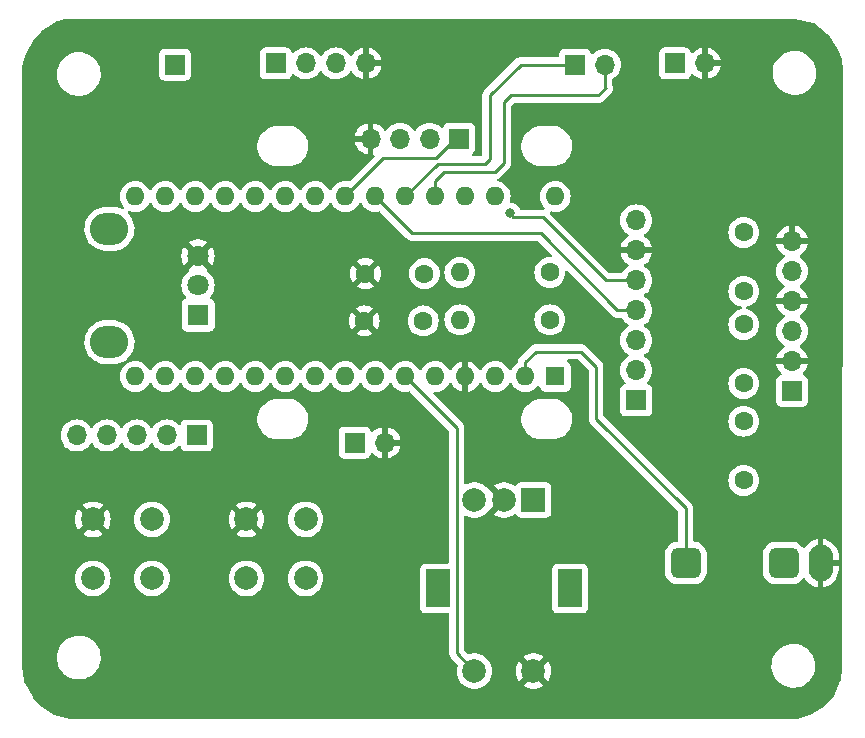
<source format=gbr>
G04 #@! TF.GenerationSoftware,KiCad,Pcbnew,7.0.8*
G04 #@! TF.CreationDate,2024-01-30T12:30:03+00:00*
G04 #@! TF.ProjectId,NanoVFO,4e616e6f-5646-44f2-9e6b-696361645f70,rev?*
G04 #@! TF.SameCoordinates,Original*
G04 #@! TF.FileFunction,Copper,L2,Bot*
G04 #@! TF.FilePolarity,Positive*
%FSLAX46Y46*%
G04 Gerber Fmt 4.6, Leading zero omitted, Abs format (unit mm)*
G04 Created by KiCad (PCBNEW 7.0.8) date 2024-01-30 12:30:03*
%MOMM*%
%LPD*%
G01*
G04 APERTURE LIST*
G04 Aperture macros list*
%AMRoundRect*
0 Rectangle with rounded corners*
0 $1 Rounding radius*
0 $2 $3 $4 $5 $6 $7 $8 $9 X,Y pos of 4 corners*
0 Add a 4 corners polygon primitive as box body*
4,1,4,$2,$3,$4,$5,$6,$7,$8,$9,$2,$3,0*
0 Add four circle primitives for the rounded corners*
1,1,$1+$1,$2,$3*
1,1,$1+$1,$4,$5*
1,1,$1+$1,$6,$7*
1,1,$1+$1,$8,$9*
0 Add four rect primitives between the rounded corners*
20,1,$1+$1,$2,$3,$4,$5,0*
20,1,$1+$1,$4,$5,$6,$7,0*
20,1,$1+$1,$6,$7,$8,$9,0*
20,1,$1+$1,$8,$9,$2,$3,0*%
G04 Aperture macros list end*
G04 #@! TA.AperFunction,ComponentPad*
%ADD10R,1.700000X1.700000*%
G04 #@! TD*
G04 #@! TA.AperFunction,ComponentPad*
%ADD11O,1.700000X1.700000*%
G04 #@! TD*
G04 #@! TA.AperFunction,ComponentPad*
%ADD12R,2.000000X2.000000*%
G04 #@! TD*
G04 #@! TA.AperFunction,ComponentPad*
%ADD13C,2.000000*%
G04 #@! TD*
G04 #@! TA.AperFunction,ComponentPad*
%ADD14R,2.000000X3.200000*%
G04 #@! TD*
G04 #@! TA.AperFunction,ComponentPad*
%ADD15RoundRect,0.650000X0.650000X-0.650000X0.650000X0.650000X-0.650000X0.650000X-0.650000X-0.650000X0*%
G04 #@! TD*
G04 #@! TA.AperFunction,ComponentPad*
%ADD16O,2.100000X3.100000*%
G04 #@! TD*
G04 #@! TA.AperFunction,ComponentPad*
%ADD17O,3.240000X2.720000*%
G04 #@! TD*
G04 #@! TA.AperFunction,ComponentPad*
%ADD18R,1.800000X1.800000*%
G04 #@! TD*
G04 #@! TA.AperFunction,ComponentPad*
%ADD19C,1.800000*%
G04 #@! TD*
G04 #@! TA.AperFunction,ComponentPad*
%ADD20C,1.600000*%
G04 #@! TD*
G04 #@! TA.AperFunction,ComponentPad*
%ADD21O,1.600000X1.600000*%
G04 #@! TD*
G04 #@! TA.AperFunction,ComponentPad*
%ADD22R,1.600000X1.600000*%
G04 #@! TD*
G04 #@! TA.AperFunction,ViaPad*
%ADD23C,0.800000*%
G04 #@! TD*
G04 #@! TA.AperFunction,Conductor*
%ADD24C,0.250000*%
G04 #@! TD*
G04 APERTURE END LIST*
D10*
G04 #@! TO.P,J3,1,Pin_1*
G04 #@! TO.N,/SDA*
X58200000Y-39165000D03*
D11*
G04 #@! TO.P,J3,2,Pin_2*
G04 #@! TO.N,/SCL*
X55700000Y-39165000D03*
G04 #@! TO.P,J3,3,Pin_3*
G04 #@! TO.N,VCC*
X53200000Y-39165000D03*
G04 #@! TO.P,J3,4,Pin_4*
G04 #@! TO.N,GND*
X50700000Y-39165000D03*
G04 #@! TD*
D12*
G04 #@! TO.P,SW2,A,A*
G04 #@! TO.N,Net-(A1-D2)*
X64500000Y-69750000D03*
D13*
G04 #@! TO.P,SW2,B,B*
G04 #@! TO.N,Net-(A1-D4)*
X59500000Y-69750000D03*
G04 #@! TO.P,SW2,C,C*
G04 #@! TO.N,GND*
X62000000Y-69750000D03*
D14*
G04 #@! TO.P,SW2,MP*
G04 #@! TO.N,N/C*
X67600000Y-77250000D03*
X56400000Y-77250000D03*
D13*
G04 #@! TO.P,SW2,S1,S1*
G04 #@! TO.N,Net-(A1-D3)*
X59500000Y-84250000D03*
G04 #@! TO.P,SW2,S2,S2*
G04 #@! TO.N,GND*
X64500000Y-84250000D03*
G04 #@! TD*
G04 #@! TO.P,SW1,1,1*
G04 #@! TO.N,GND*
X27200000Y-71400000D03*
G04 #@! TO.P,SW1,2,2*
G04 #@! TO.N,/Spot*
X32200000Y-71400000D03*
G04 #@! TO.P,SW1,3*
G04 #@! TO.N,N/C*
X27200000Y-76400000D03*
G04 #@! TO.P,SW1,4*
X32200000Y-76400000D03*
G04 #@! TD*
D15*
G04 #@! TO.P,J1,R*
G04 #@! TO.N,Net-(A1-D1{slash}TX)*
X85700000Y-75100000D03*
D16*
G04 #@! TO.P,J1,S*
G04 #@! TO.N,GND*
X88800000Y-75100000D03*
D15*
G04 #@! TO.P,J1,T*
G04 #@! TO.N,Net-(A1-D0{slash}RX)*
X77400000Y-75100000D03*
G04 #@! TD*
D17*
G04 #@! TO.P,RV1,*
G04 #@! TO.N,*
X28600000Y-56400000D03*
X28600000Y-46800000D03*
D18*
G04 #@! TO.P,RV1,1,1*
G04 #@! TO.N,VCC*
X36100000Y-54100000D03*
D19*
G04 #@! TO.P,RV1,2,2*
G04 #@! TO.N,/Key Speed*
X36100000Y-51600000D03*
G04 #@! TO.P,RV1,3,3*
G04 #@! TO.N,GND*
X36100000Y-49100000D03*
G04 #@! TD*
D13*
G04 #@! TO.P,SW3,1,1*
G04 #@! TO.N,GND*
X40200000Y-71400000D03*
G04 #@! TO.P,SW3,2,2*
G04 #@! TO.N,Net-(A1-D6)*
X45200000Y-71400000D03*
G04 #@! TO.P,SW3,3*
G04 #@! TO.N,N/C*
X40200000Y-76400000D03*
G04 #@! TO.P,SW3,4*
X45200000Y-76400000D03*
G04 #@! TD*
D10*
G04 #@! TO.P,J2,1,Pin_1*
G04 #@! TO.N,/Spkr*
X49360000Y-64900000D03*
D11*
G04 #@! TO.P,J2,2,Pin_2*
G04 #@! TO.N,GND*
X51900000Y-64900000D03*
G04 #@! TD*
D20*
G04 #@! TO.P,C7,2*
G04 #@! TO.N,Net-(J5-Pin_5)*
X82300000Y-47100000D03*
G04 #@! TO.P,C7,1*
G04 #@! TO.N,/Clk2*
X82300000Y-52100000D03*
G04 #@! TD*
D10*
G04 #@! TO.P,J12,1,Pin_1*
G04 #@! TO.N,VCC*
X76465000Y-32800000D03*
D11*
G04 #@! TO.P,J12,2,Pin_2*
G04 #@! TO.N,GND*
X79005000Y-32800000D03*
G04 #@! TD*
D20*
G04 #@! TO.P,C6,2*
G04 #@! TO.N,Net-(J5-Pin_3)*
X82300000Y-54900000D03*
G04 #@! TO.P,C6,1*
G04 #@! TO.N,/Clk1*
X82300000Y-59900000D03*
G04 #@! TD*
D10*
G04 #@! TO.P,J6,1,Pin_1*
G04 #@! TO.N,/TXRX Relay*
X42680000Y-32800000D03*
D11*
G04 #@! TO.P,J6,2,Pin_2*
G04 #@! TO.N,Net-(A1-A2)*
X45220000Y-32800000D03*
G04 #@! TO.P,J6,3,Pin_3*
G04 #@! TO.N,Net-(A1-A3)*
X47760000Y-32800000D03*
G04 #@! TO.P,J6,4,Pin_4*
G04 #@! TO.N,GND*
X50300000Y-32800000D03*
G04 #@! TD*
G04 #@! TO.P,J8,5,Pin_5*
G04 #@! TO.N,/Band E*
X25820000Y-64300000D03*
G04 #@! TO.P,J8,4,Pin_4*
G04 #@! TO.N,/Band D*
X28360000Y-64300000D03*
G04 #@! TO.P,J8,3,Pin_3*
G04 #@! TO.N,/Band C*
X30900000Y-64300000D03*
G04 #@! TO.P,J8,2,Pin_2*
G04 #@! TO.N,/Band B*
X33440000Y-64300000D03*
D10*
G04 #@! TO.P,J8,1,Pin_1*
G04 #@! TO.N,/Band A*
X35980000Y-64300000D03*
G04 #@! TD*
G04 #@! TO.P,J4,1,Pin_1*
G04 #@! TO.N,/PA*
X34140000Y-32900000D03*
G04 #@! TD*
D21*
G04 #@! TO.P,A1,30,VIN*
G04 #@! TO.N,VCC*
X66340000Y-44060000D03*
G04 #@! TO.P,A1,29,GND*
G04 #@! TO.N,GND*
X63800000Y-44060000D03*
G04 #@! TO.P,A1,28,~{RESET}*
G04 #@! TO.N,unconnected-(A1-~{RESET}-Pad28)*
X61260000Y-44060000D03*
G04 #@! TO.P,A1,27,+5V*
G04 #@! TO.N,unconnected-(A1-+5V-Pad27)*
X58720000Y-44060000D03*
G04 #@! TO.P,A1,26,A7*
G04 #@! TO.N,Net-(A1-A7)*
X56180000Y-44060000D03*
G04 #@! TO.P,A1,25,A6*
G04 #@! TO.N,Net-(A1-A6)*
X53640000Y-44060000D03*
G04 #@! TO.P,A1,24,A5*
G04 #@! TO.N,/SCL*
X51100000Y-44060000D03*
G04 #@! TO.P,A1,23,A4*
G04 #@! TO.N,/SDA*
X48560000Y-44060000D03*
G04 #@! TO.P,A1,22,A3*
G04 #@! TO.N,Net-(A1-A3)*
X46020000Y-44060000D03*
G04 #@! TO.P,A1,21,A2*
G04 #@! TO.N,Net-(A1-A2)*
X43480000Y-44060000D03*
G04 #@! TO.P,A1,20,A1*
G04 #@! TO.N,/TXRX Relay*
X40940000Y-44060000D03*
G04 #@! TO.P,A1,19,A0*
G04 #@! TO.N,/Key Speed*
X38400000Y-44060000D03*
G04 #@! TO.P,A1,18,AREF*
G04 #@! TO.N,unconnected-(A1-AREF-Pad18)*
X35860000Y-44060000D03*
G04 #@! TO.P,A1,17,3V3*
G04 #@! TO.N,unconnected-(A1-3V3-Pad17)*
X33320000Y-44060000D03*
G04 #@! TO.P,A1,16,D13*
G04 #@! TO.N,/PA*
X30780000Y-44060000D03*
G04 #@! TO.P,A1,15,D12*
G04 #@! TO.N,/Band E*
X30780000Y-59300000D03*
G04 #@! TO.P,A1,14,D11*
G04 #@! TO.N,/Band D*
X33320000Y-59300000D03*
G04 #@! TO.P,A1,13,D10*
G04 #@! TO.N,/Band C*
X35860000Y-59300000D03*
G04 #@! TO.P,A1,12,D9*
G04 #@! TO.N,/Band B*
X38400000Y-59300000D03*
G04 #@! TO.P,A1,11,D8*
G04 #@! TO.N,/Band A*
X40940000Y-59300000D03*
G04 #@! TO.P,A1,10,D7*
G04 #@! TO.N,/Spot*
X43480000Y-59300000D03*
G04 #@! TO.P,A1,9,D6*
G04 #@! TO.N,Net-(A1-D6)*
X46020000Y-59300000D03*
G04 #@! TO.P,A1,8,D5*
G04 #@! TO.N,/Spkr*
X48560000Y-59300000D03*
G04 #@! TO.P,A1,7,D4*
G04 #@! TO.N,Net-(A1-D4)*
X51100000Y-59300000D03*
G04 #@! TO.P,A1,6,D3*
G04 #@! TO.N,Net-(A1-D3)*
X53640000Y-59300000D03*
G04 #@! TO.P,A1,5,D2*
G04 #@! TO.N,Net-(A1-D2)*
X56180000Y-59300000D03*
G04 #@! TO.P,A1,4,GND*
G04 #@! TO.N,GND*
X58720000Y-59300000D03*
G04 #@! TO.P,A1,3,~{RESET}*
G04 #@! TO.N,unconnected-(A1-~{RESET}-Pad3)*
X61260000Y-59300000D03*
G04 #@! TO.P,A1,2,D0/RX*
G04 #@! TO.N,Net-(A1-D0{slash}RX)*
X63800000Y-59300000D03*
D22*
G04 #@! TO.P,A1,1,D1/TX*
G04 #@! TO.N,Net-(A1-D1{slash}TX)*
X66340000Y-59300000D03*
G04 #@! TD*
D20*
G04 #@! TO.P,C4,1*
G04 #@! TO.N,Net-(A1-D2)*
X55170000Y-54600000D03*
G04 #@! TO.P,C4,2*
G04 #@! TO.N,GND*
X50170000Y-54600000D03*
G04 #@! TD*
G04 #@! TO.P,R1,1*
G04 #@! TO.N,VCC*
X65880000Y-50500000D03*
D21*
G04 #@! TO.P,R1,2*
G04 #@! TO.N,Net-(A1-D4)*
X58260000Y-50500000D03*
G04 #@! TD*
D10*
G04 #@! TO.P,J9,1,Pin_1*
G04 #@! TO.N,Net-(A1-A6)*
X68000000Y-32900000D03*
D11*
G04 #@! TO.P,J9,2,Pin_2*
G04 #@! TO.N,Net-(A1-A7)*
X70540000Y-32900000D03*
G04 #@! TD*
D10*
G04 #@! TO.P,J5,1,Pin_1*
G04 #@! TO.N,Net-(J5-Pin_1)*
X86400000Y-60540000D03*
D11*
G04 #@! TO.P,J5,2,Pin_2*
G04 #@! TO.N,GND*
X86400000Y-58000000D03*
G04 #@! TO.P,J5,3,Pin_3*
G04 #@! TO.N,Net-(J5-Pin_3)*
X86400000Y-55460000D03*
G04 #@! TO.P,J5,4,Pin_4*
G04 #@! TO.N,GND*
X86400000Y-52920000D03*
G04 #@! TO.P,J5,5,Pin_5*
G04 #@! TO.N,Net-(J5-Pin_5)*
X86400000Y-50380000D03*
G04 #@! TO.P,J5,6,Pin_6*
G04 #@! TO.N,GND*
X86400000Y-47840000D03*
G04 #@! TD*
D20*
G04 #@! TO.P,C5,1*
G04 #@! TO.N,Net-(A1-D4)*
X55270000Y-50600000D03*
G04 #@! TO.P,C5,2*
G04 #@! TO.N,GND*
X50270000Y-50600000D03*
G04 #@! TD*
G04 #@! TO.P,C1,1*
G04 #@! TO.N,Net-(J5-Pin_1)*
X82300000Y-68100000D03*
G04 #@! TO.P,C1,2*
G04 #@! TO.N,/Clk0*
X82300000Y-63100000D03*
G04 #@! TD*
D21*
G04 #@! TO.P,R2,2*
G04 #@! TO.N,Net-(A1-D2)*
X58260000Y-54500000D03*
D20*
G04 #@! TO.P,R2,1*
G04 #@! TO.N,VCC*
X65880000Y-54500000D03*
G04 #@! TD*
D10*
G04 #@! TO.P,J10,1,Pin_1*
G04 #@! TO.N,/Clk0*
X73200000Y-61325000D03*
D11*
G04 #@! TO.P,J10,2,Pin_2*
G04 #@! TO.N,/Clk1*
X73200000Y-58785000D03*
G04 #@! TO.P,J10,3,Pin_3*
G04 #@! TO.N,/Clk2*
X73200000Y-56245000D03*
G04 #@! TO.P,J10,4,Pin_4*
G04 #@! TO.N,/SCL*
X73200000Y-53705000D03*
G04 #@! TO.P,J10,5,Pin_5*
G04 #@! TO.N,/SDA*
X73200000Y-51165000D03*
G04 #@! TO.P,J10,6,Pin_6*
G04 #@! TO.N,GND*
X73200000Y-48625000D03*
G04 #@! TO.P,J10,7,Pin_7*
G04 #@! TO.N,VCC*
X73200000Y-46085000D03*
G04 #@! TD*
D23*
G04 #@! TO.N,/SDA*
X62500000Y-45500000D03*
G04 #@! TD*
D24*
G04 #@! TO.N,/SDA*
X70665000Y-51165000D02*
X73200000Y-51165000D01*
X62500000Y-45500000D02*
X62800000Y-45800000D01*
X62800000Y-45800000D02*
X65300000Y-45800000D01*
X65300000Y-45800000D02*
X70665000Y-51165000D01*
G04 #@! TO.N,Net-(A1-D3)*
X58000000Y-82750000D02*
X59500000Y-84250000D01*
X58000000Y-63660000D02*
X58000000Y-82750000D01*
X53640000Y-59300000D02*
X58000000Y-63660000D01*
G04 #@! TO.N,Net-(A1-D0{slash}RX)*
X63800000Y-58100000D02*
X63800000Y-59300000D01*
X64700000Y-57200000D02*
X63800000Y-58100000D01*
X69800000Y-58500000D02*
X68500000Y-57200000D01*
X68500000Y-57200000D02*
X64700000Y-57200000D01*
X69800000Y-62900000D02*
X69800000Y-58500000D01*
X77380000Y-70480000D02*
X69800000Y-62900000D01*
X77380000Y-75100000D02*
X77380000Y-70480000D01*
G04 #@! TO.N,/SDA*
X51770000Y-40850000D02*
X48560000Y-44060000D01*
X57771604Y-39292000D02*
X56213604Y-40850000D01*
X56213604Y-40850000D02*
X51770000Y-40850000D01*
X58250000Y-39292000D02*
X57771604Y-39292000D01*
G04 #@! TO.N,/SCL*
X54240000Y-47200000D02*
X51100000Y-44060000D01*
X65100000Y-47200000D02*
X54240000Y-47200000D01*
X71605000Y-53705000D02*
X65100000Y-47200000D01*
X73200000Y-53705000D02*
X71605000Y-53705000D01*
G04 #@! TO.N,Net-(A1-A7)*
X56900000Y-42000000D02*
X56180000Y-42720000D01*
X62000000Y-41200000D02*
X61200000Y-42000000D01*
X62000000Y-36100000D02*
X62000000Y-41200000D01*
X70000000Y-35500000D02*
X62600000Y-35500000D01*
X70600000Y-34900000D02*
X70000000Y-35500000D01*
X70540000Y-32900000D02*
X70540000Y-34840000D01*
X56180000Y-42720000D02*
X56180000Y-44060000D01*
X70540000Y-34840000D02*
X70600000Y-34900000D01*
X62600000Y-35500000D02*
X62000000Y-36100000D01*
X61200000Y-42000000D02*
X56900000Y-42000000D01*
G04 #@! TO.N,Net-(A1-A6)*
X60800000Y-40900000D02*
X60800000Y-35500000D01*
X63400000Y-32900000D02*
X68000000Y-32900000D01*
X56400000Y-41300000D02*
X60400000Y-41300000D01*
X60400000Y-41300000D02*
X60800000Y-40900000D01*
X53640000Y-44060000D02*
X56400000Y-41300000D01*
X60800000Y-35500000D02*
X63400000Y-32900000D01*
G04 #@! TD*
G04 #@! TA.AperFunction,Conductor*
G04 #@! TO.N,GND*
G36*
X86614808Y-29003702D02*
G01*
X88175710Y-29393927D01*
X88220030Y-29415022D01*
X89149848Y-30112386D01*
X89383008Y-30287256D01*
X89411782Y-30317673D01*
X90194145Y-31491218D01*
X90204284Y-31509640D01*
X90431105Y-32019987D01*
X90576672Y-32347513D01*
X90591910Y-32381797D01*
X90601982Y-32419820D01*
X90699685Y-33396861D01*
X90699993Y-33403156D01*
X90600004Y-83997248D01*
X90599750Y-84002741D01*
X90501937Y-85078691D01*
X90491033Y-85119428D01*
X89907494Y-86383762D01*
X89888227Y-86413454D01*
X89211724Y-87186601D01*
X89184977Y-87209560D01*
X88112878Y-87891804D01*
X88085517Y-87904827D01*
X86919089Y-88293637D01*
X86879877Y-88300000D01*
X25313135Y-88300000D01*
X25287153Y-88297247D01*
X23924555Y-88005261D01*
X23879428Y-87985599D01*
X22908893Y-87306225D01*
X22892321Y-87292321D01*
X22112868Y-86512868D01*
X22091371Y-86483975D01*
X21410457Y-85219420D01*
X21396881Y-85178168D01*
X21388554Y-85119882D01*
X21201246Y-83808722D01*
X21200000Y-83791186D01*
X21200000Y-83167763D01*
X24145787Y-83167763D01*
X24175413Y-83437013D01*
X24175415Y-83437024D01*
X24217258Y-83597075D01*
X24243928Y-83699088D01*
X24349870Y-83948390D01*
X24464992Y-84137024D01*
X24490979Y-84179605D01*
X24490986Y-84179615D01*
X24664253Y-84387819D01*
X24664259Y-84387824D01*
X24744639Y-84459844D01*
X24865998Y-84568582D01*
X25091910Y-84718044D01*
X25337176Y-84833020D01*
X25337183Y-84833022D01*
X25337185Y-84833023D01*
X25596557Y-84911057D01*
X25596564Y-84911058D01*
X25596569Y-84911060D01*
X25864561Y-84950500D01*
X25864566Y-84950500D01*
X26067636Y-84950500D01*
X26119133Y-84946730D01*
X26270156Y-84935677D01*
X26382758Y-84910593D01*
X26534546Y-84876782D01*
X26534548Y-84876781D01*
X26534553Y-84876780D01*
X26787558Y-84780014D01*
X27023777Y-84647441D01*
X27238177Y-84481888D01*
X27426186Y-84286881D01*
X27583799Y-84066579D01*
X27686016Y-83867765D01*
X27707649Y-83825690D01*
X27707651Y-83825684D01*
X27707656Y-83825675D01*
X27795118Y-83569305D01*
X27844319Y-83302933D01*
X27854212Y-83032235D01*
X27824586Y-82762982D01*
X27756072Y-82500912D01*
X27650130Y-82251610D01*
X27509018Y-82020390D01*
X27482845Y-81988940D01*
X27335746Y-81812180D01*
X27335740Y-81812175D01*
X27134002Y-81631418D01*
X26908092Y-81481957D01*
X26908090Y-81481956D01*
X26662824Y-81366980D01*
X26662819Y-81366978D01*
X26662814Y-81366976D01*
X26403442Y-81288942D01*
X26403428Y-81288939D01*
X26287791Y-81271921D01*
X26135439Y-81249500D01*
X25932369Y-81249500D01*
X25932364Y-81249500D01*
X25729844Y-81264323D01*
X25729831Y-81264325D01*
X25465453Y-81323217D01*
X25465446Y-81323220D01*
X25212439Y-81419987D01*
X24976226Y-81552557D01*
X24761822Y-81718112D01*
X24573822Y-81913109D01*
X24573816Y-81913116D01*
X24416202Y-82133419D01*
X24416199Y-82133424D01*
X24292350Y-82374309D01*
X24292343Y-82374327D01*
X24204884Y-82630685D01*
X24204881Y-82630699D01*
X24193805Y-82690665D01*
X24159345Y-82877233D01*
X24155681Y-82897068D01*
X24155680Y-82897075D01*
X24145787Y-83167763D01*
X21200000Y-83167763D01*
X21200000Y-76400005D01*
X25694357Y-76400005D01*
X25714890Y-76647812D01*
X25714892Y-76647824D01*
X25775936Y-76888881D01*
X25875826Y-77116606D01*
X26011833Y-77324782D01*
X26011836Y-77324785D01*
X26180256Y-77507738D01*
X26376491Y-77660474D01*
X26595190Y-77778828D01*
X26830386Y-77859571D01*
X27075665Y-77900500D01*
X27324335Y-77900500D01*
X27569614Y-77859571D01*
X27804810Y-77778828D01*
X28023509Y-77660474D01*
X28219744Y-77507738D01*
X28388164Y-77324785D01*
X28524173Y-77116607D01*
X28624063Y-76888881D01*
X28685108Y-76647821D01*
X28685109Y-76647812D01*
X28705643Y-76400005D01*
X30694357Y-76400005D01*
X30714890Y-76647812D01*
X30714892Y-76647824D01*
X30775936Y-76888881D01*
X30875826Y-77116606D01*
X31011833Y-77324782D01*
X31011836Y-77324785D01*
X31180256Y-77507738D01*
X31376491Y-77660474D01*
X31595190Y-77778828D01*
X31830386Y-77859571D01*
X32075665Y-77900500D01*
X32324335Y-77900500D01*
X32569614Y-77859571D01*
X32804810Y-77778828D01*
X33023509Y-77660474D01*
X33219744Y-77507738D01*
X33388164Y-77324785D01*
X33524173Y-77116607D01*
X33624063Y-76888881D01*
X33685108Y-76647821D01*
X33685109Y-76647812D01*
X33705643Y-76400005D01*
X38694357Y-76400005D01*
X38714890Y-76647812D01*
X38714892Y-76647824D01*
X38775936Y-76888881D01*
X38875826Y-77116606D01*
X39011833Y-77324782D01*
X39011836Y-77324785D01*
X39180256Y-77507738D01*
X39376491Y-77660474D01*
X39595190Y-77778828D01*
X39830386Y-77859571D01*
X40075665Y-77900500D01*
X40324335Y-77900500D01*
X40569614Y-77859571D01*
X40804810Y-77778828D01*
X41023509Y-77660474D01*
X41219744Y-77507738D01*
X41388164Y-77324785D01*
X41524173Y-77116607D01*
X41624063Y-76888881D01*
X41685108Y-76647821D01*
X41685109Y-76647812D01*
X41705643Y-76400005D01*
X43694357Y-76400005D01*
X43714890Y-76647812D01*
X43714892Y-76647824D01*
X43775936Y-76888881D01*
X43875826Y-77116606D01*
X44011833Y-77324782D01*
X44011836Y-77324785D01*
X44180256Y-77507738D01*
X44376491Y-77660474D01*
X44595190Y-77778828D01*
X44830386Y-77859571D01*
X45075665Y-77900500D01*
X45324335Y-77900500D01*
X45569614Y-77859571D01*
X45804810Y-77778828D01*
X46023509Y-77660474D01*
X46219744Y-77507738D01*
X46388164Y-77324785D01*
X46524173Y-77116607D01*
X46624063Y-76888881D01*
X46685108Y-76647821D01*
X46685109Y-76647812D01*
X46705643Y-76400005D01*
X46705643Y-76399994D01*
X46685109Y-76152187D01*
X46685107Y-76152175D01*
X46624063Y-75911118D01*
X46524173Y-75683393D01*
X46388166Y-75475217D01*
X46325985Y-75407671D01*
X46219744Y-75292262D01*
X46023509Y-75139526D01*
X46023507Y-75139525D01*
X46023506Y-75139524D01*
X45804811Y-75021172D01*
X45804802Y-75021169D01*
X45569616Y-74940429D01*
X45324335Y-74899500D01*
X45075665Y-74899500D01*
X44830383Y-74940429D01*
X44595197Y-75021169D01*
X44595188Y-75021172D01*
X44376493Y-75139524D01*
X44180257Y-75292261D01*
X44011833Y-75475217D01*
X43875826Y-75683393D01*
X43775936Y-75911118D01*
X43714892Y-76152175D01*
X43714890Y-76152187D01*
X43694357Y-76399994D01*
X43694357Y-76400005D01*
X41705643Y-76400005D01*
X41705643Y-76399994D01*
X41685109Y-76152187D01*
X41685107Y-76152175D01*
X41624063Y-75911118D01*
X41524173Y-75683393D01*
X41388166Y-75475217D01*
X41325985Y-75407671D01*
X41219744Y-75292262D01*
X41023509Y-75139526D01*
X41023507Y-75139525D01*
X41023506Y-75139524D01*
X40804811Y-75021172D01*
X40804802Y-75021169D01*
X40569616Y-74940429D01*
X40324335Y-74899500D01*
X40075665Y-74899500D01*
X39830383Y-74940429D01*
X39595197Y-75021169D01*
X39595188Y-75021172D01*
X39376493Y-75139524D01*
X39180257Y-75292261D01*
X39011833Y-75475217D01*
X38875826Y-75683393D01*
X38775936Y-75911118D01*
X38714892Y-76152175D01*
X38714890Y-76152187D01*
X38694357Y-76399994D01*
X38694357Y-76400005D01*
X33705643Y-76400005D01*
X33705643Y-76399994D01*
X33685109Y-76152187D01*
X33685107Y-76152175D01*
X33624063Y-75911118D01*
X33524173Y-75683393D01*
X33388166Y-75475217D01*
X33325985Y-75407671D01*
X33219744Y-75292262D01*
X33023509Y-75139526D01*
X33023507Y-75139525D01*
X33023506Y-75139524D01*
X32804811Y-75021172D01*
X32804802Y-75021169D01*
X32569616Y-74940429D01*
X32324335Y-74899500D01*
X32075665Y-74899500D01*
X31830383Y-74940429D01*
X31595197Y-75021169D01*
X31595188Y-75021172D01*
X31376493Y-75139524D01*
X31180257Y-75292261D01*
X31011833Y-75475217D01*
X30875826Y-75683393D01*
X30775936Y-75911118D01*
X30714892Y-76152175D01*
X30714890Y-76152187D01*
X30694357Y-76399994D01*
X30694357Y-76400005D01*
X28705643Y-76400005D01*
X28705643Y-76399994D01*
X28685109Y-76152187D01*
X28685107Y-76152175D01*
X28624063Y-75911118D01*
X28524173Y-75683393D01*
X28388166Y-75475217D01*
X28325985Y-75407671D01*
X28219744Y-75292262D01*
X28023509Y-75139526D01*
X28023507Y-75139525D01*
X28023506Y-75139524D01*
X27804811Y-75021172D01*
X27804802Y-75021169D01*
X27569616Y-74940429D01*
X27324335Y-74899500D01*
X27075665Y-74899500D01*
X26830383Y-74940429D01*
X26595197Y-75021169D01*
X26595188Y-75021172D01*
X26376493Y-75139524D01*
X26180257Y-75292261D01*
X26011833Y-75475217D01*
X25875826Y-75683393D01*
X25775936Y-75911118D01*
X25714892Y-76152175D01*
X25714890Y-76152187D01*
X25694357Y-76399994D01*
X25694357Y-76400005D01*
X21200000Y-76400005D01*
X21200000Y-71400005D01*
X25694859Y-71400005D01*
X25715385Y-71647729D01*
X25715387Y-71647738D01*
X25776412Y-71888717D01*
X25876266Y-72116364D01*
X25976564Y-72269882D01*
X26674070Y-71572376D01*
X26676884Y-71585915D01*
X26746442Y-71720156D01*
X26849638Y-71830652D01*
X26978819Y-71909209D01*
X27030002Y-71923549D01*
X26329942Y-72623609D01*
X26376768Y-72660055D01*
X26376770Y-72660056D01*
X26595385Y-72778364D01*
X26595396Y-72778369D01*
X26830506Y-72859083D01*
X27075707Y-72900000D01*
X27324293Y-72900000D01*
X27569493Y-72859083D01*
X27804603Y-72778369D01*
X27804614Y-72778364D01*
X28023228Y-72660057D01*
X28023231Y-72660055D01*
X28070056Y-72623609D01*
X27371568Y-71925121D01*
X27488458Y-71874349D01*
X27605739Y-71778934D01*
X27692928Y-71655415D01*
X27723354Y-71569802D01*
X28423434Y-72269882D01*
X28523731Y-72116369D01*
X28623587Y-71888717D01*
X28684612Y-71647738D01*
X28684614Y-71647729D01*
X28705141Y-71400005D01*
X30694357Y-71400005D01*
X30714890Y-71647812D01*
X30714892Y-71647824D01*
X30775936Y-71888881D01*
X30875826Y-72116606D01*
X31011833Y-72324782D01*
X31011836Y-72324785D01*
X31180256Y-72507738D01*
X31376491Y-72660474D01*
X31376493Y-72660475D01*
X31594332Y-72778364D01*
X31595190Y-72778828D01*
X31814141Y-72853994D01*
X31828964Y-72859083D01*
X31830386Y-72859571D01*
X32075665Y-72900500D01*
X32324335Y-72900500D01*
X32569614Y-72859571D01*
X32804810Y-72778828D01*
X33023509Y-72660474D01*
X33219744Y-72507738D01*
X33388164Y-72324785D01*
X33524173Y-72116607D01*
X33624063Y-71888881D01*
X33685108Y-71647821D01*
X33690238Y-71585915D01*
X33705643Y-71400005D01*
X38694859Y-71400005D01*
X38715385Y-71647729D01*
X38715387Y-71647738D01*
X38776412Y-71888717D01*
X38876266Y-72116364D01*
X38976564Y-72269882D01*
X39674070Y-71572376D01*
X39676884Y-71585915D01*
X39746442Y-71720156D01*
X39849638Y-71830652D01*
X39978819Y-71909209D01*
X40030002Y-71923549D01*
X39329942Y-72623609D01*
X39376768Y-72660055D01*
X39376770Y-72660056D01*
X39595385Y-72778364D01*
X39595396Y-72778369D01*
X39830506Y-72859083D01*
X40075707Y-72900000D01*
X40324293Y-72900000D01*
X40569493Y-72859083D01*
X40804603Y-72778369D01*
X40804614Y-72778364D01*
X41023228Y-72660057D01*
X41023231Y-72660055D01*
X41070056Y-72623609D01*
X40371568Y-71925121D01*
X40488458Y-71874349D01*
X40605739Y-71778934D01*
X40692928Y-71655415D01*
X40723354Y-71569802D01*
X41423434Y-72269882D01*
X41523731Y-72116369D01*
X41623587Y-71888717D01*
X41684612Y-71647738D01*
X41684614Y-71647729D01*
X41705141Y-71400005D01*
X43694357Y-71400005D01*
X43714890Y-71647812D01*
X43714892Y-71647824D01*
X43775936Y-71888881D01*
X43875826Y-72116606D01*
X44011833Y-72324782D01*
X44011836Y-72324785D01*
X44180256Y-72507738D01*
X44376491Y-72660474D01*
X44376493Y-72660475D01*
X44594332Y-72778364D01*
X44595190Y-72778828D01*
X44814141Y-72853994D01*
X44828964Y-72859083D01*
X44830386Y-72859571D01*
X45075665Y-72900500D01*
X45324335Y-72900500D01*
X45569614Y-72859571D01*
X45804810Y-72778828D01*
X46023509Y-72660474D01*
X46219744Y-72507738D01*
X46388164Y-72324785D01*
X46524173Y-72116607D01*
X46624063Y-71888881D01*
X46685108Y-71647821D01*
X46690238Y-71585915D01*
X46705643Y-71400005D01*
X46705643Y-71399994D01*
X46685109Y-71152187D01*
X46685107Y-71152175D01*
X46624063Y-70911118D01*
X46524173Y-70683393D01*
X46388166Y-70475217D01*
X46301775Y-70381372D01*
X46219744Y-70292262D01*
X46023509Y-70139526D01*
X46023507Y-70139525D01*
X46023506Y-70139524D01*
X45804811Y-70021172D01*
X45804802Y-70021169D01*
X45569616Y-69940429D01*
X45324335Y-69899500D01*
X45075665Y-69899500D01*
X44830383Y-69940429D01*
X44595197Y-70021169D01*
X44595188Y-70021172D01*
X44376493Y-70139524D01*
X44180257Y-70292261D01*
X44011833Y-70475217D01*
X43875826Y-70683393D01*
X43775936Y-70911118D01*
X43714892Y-71152175D01*
X43714890Y-71152187D01*
X43694357Y-71399994D01*
X43694357Y-71400005D01*
X41705141Y-71400005D01*
X41705141Y-71399994D01*
X41684614Y-71152270D01*
X41684612Y-71152261D01*
X41623587Y-70911282D01*
X41523731Y-70683630D01*
X41423434Y-70530116D01*
X40725929Y-71227622D01*
X40723116Y-71214085D01*
X40653558Y-71079844D01*
X40550362Y-70969348D01*
X40421181Y-70890791D01*
X40369997Y-70876450D01*
X41070057Y-70176390D01*
X41070056Y-70176389D01*
X41023229Y-70139943D01*
X40804614Y-70021635D01*
X40804603Y-70021630D01*
X40569493Y-69940916D01*
X40324293Y-69900000D01*
X40075707Y-69900000D01*
X39830506Y-69940916D01*
X39595396Y-70021630D01*
X39595390Y-70021632D01*
X39376761Y-70139949D01*
X39329942Y-70176388D01*
X39329942Y-70176390D01*
X40028431Y-70874878D01*
X39911542Y-70925651D01*
X39794261Y-71021066D01*
X39707072Y-71144585D01*
X39676645Y-71230197D01*
X38976564Y-70530116D01*
X38876267Y-70683632D01*
X38776412Y-70911282D01*
X38715387Y-71152261D01*
X38715385Y-71152270D01*
X38694859Y-71399994D01*
X38694859Y-71400005D01*
X33705643Y-71400005D01*
X33705643Y-71399994D01*
X33685109Y-71152187D01*
X33685107Y-71152175D01*
X33624063Y-70911118D01*
X33524173Y-70683393D01*
X33388166Y-70475217D01*
X33301775Y-70381372D01*
X33219744Y-70292262D01*
X33023509Y-70139526D01*
X33023507Y-70139525D01*
X33023506Y-70139524D01*
X32804811Y-70021172D01*
X32804802Y-70021169D01*
X32569616Y-69940429D01*
X32324335Y-69899500D01*
X32075665Y-69899500D01*
X31830383Y-69940429D01*
X31595197Y-70021169D01*
X31595188Y-70021172D01*
X31376493Y-70139524D01*
X31180257Y-70292261D01*
X31011833Y-70475217D01*
X30875826Y-70683393D01*
X30775936Y-70911118D01*
X30714892Y-71152175D01*
X30714890Y-71152187D01*
X30694357Y-71399994D01*
X30694357Y-71400005D01*
X28705141Y-71400005D01*
X28705141Y-71399994D01*
X28684614Y-71152270D01*
X28684612Y-71152261D01*
X28623587Y-70911282D01*
X28523731Y-70683630D01*
X28423434Y-70530116D01*
X27725929Y-71227622D01*
X27723116Y-71214085D01*
X27653558Y-71079844D01*
X27550362Y-70969348D01*
X27421181Y-70890791D01*
X27369997Y-70876450D01*
X28070057Y-70176390D01*
X28070056Y-70176389D01*
X28023229Y-70139943D01*
X27804614Y-70021635D01*
X27804603Y-70021630D01*
X27569493Y-69940916D01*
X27324293Y-69900000D01*
X27075707Y-69900000D01*
X26830506Y-69940916D01*
X26595396Y-70021630D01*
X26595390Y-70021632D01*
X26376761Y-70139949D01*
X26329942Y-70176388D01*
X26329942Y-70176390D01*
X27028431Y-70874878D01*
X26911542Y-70925651D01*
X26794261Y-71021066D01*
X26707072Y-71144585D01*
X26676645Y-71230197D01*
X25976564Y-70530116D01*
X25876267Y-70683632D01*
X25776412Y-70911282D01*
X25715387Y-71152261D01*
X25715385Y-71152270D01*
X25694859Y-71399994D01*
X25694859Y-71400005D01*
X21200000Y-71400005D01*
X21200000Y-65797870D01*
X48009500Y-65797870D01*
X48009501Y-65797876D01*
X48015908Y-65857483D01*
X48066202Y-65992328D01*
X48066206Y-65992335D01*
X48152452Y-66107544D01*
X48152455Y-66107547D01*
X48267664Y-66193793D01*
X48267671Y-66193797D01*
X48402517Y-66244091D01*
X48402516Y-66244091D01*
X48409444Y-66244835D01*
X48462127Y-66250500D01*
X50257872Y-66250499D01*
X50317483Y-66244091D01*
X50452331Y-66193796D01*
X50567546Y-66107546D01*
X50653796Y-65992331D01*
X50703002Y-65860401D01*
X50744872Y-65804468D01*
X50810337Y-65780050D01*
X50878610Y-65794901D01*
X50906865Y-65816053D01*
X51028917Y-65938105D01*
X51222421Y-66073600D01*
X51436507Y-66173429D01*
X51436516Y-66173433D01*
X51650000Y-66230634D01*
X51650000Y-65335501D01*
X51757685Y-65384680D01*
X51864237Y-65400000D01*
X51935763Y-65400000D01*
X52042315Y-65384680D01*
X52150000Y-65335501D01*
X52150000Y-66230633D01*
X52363483Y-66173433D01*
X52363492Y-66173429D01*
X52577578Y-66073600D01*
X52771082Y-65938105D01*
X52938105Y-65771082D01*
X53073600Y-65577578D01*
X53173429Y-65363492D01*
X53173432Y-65363486D01*
X53230636Y-65150000D01*
X52333686Y-65150000D01*
X52359493Y-65109844D01*
X52400000Y-64971889D01*
X52400000Y-64828111D01*
X52359493Y-64690156D01*
X52333686Y-64650000D01*
X53230636Y-64650000D01*
X53230635Y-64649999D01*
X53173432Y-64436513D01*
X53173429Y-64436507D01*
X53073600Y-64222422D01*
X53073599Y-64222420D01*
X52938113Y-64028926D01*
X52938108Y-64028920D01*
X52771082Y-63861894D01*
X52577578Y-63726399D01*
X52363492Y-63626570D01*
X52363486Y-63626567D01*
X52150000Y-63569364D01*
X52150000Y-64464498D01*
X52042315Y-64415320D01*
X51935763Y-64400000D01*
X51864237Y-64400000D01*
X51757685Y-64415320D01*
X51650000Y-64464498D01*
X51650000Y-63569364D01*
X51649999Y-63569364D01*
X51436513Y-63626567D01*
X51436507Y-63626570D01*
X51222422Y-63726399D01*
X51222420Y-63726400D01*
X51028926Y-63861886D01*
X50906865Y-63983947D01*
X50845542Y-64017431D01*
X50775850Y-64012447D01*
X50719917Y-63970575D01*
X50703002Y-63939598D01*
X50653797Y-63807671D01*
X50653793Y-63807664D01*
X50567547Y-63692455D01*
X50567544Y-63692452D01*
X50452335Y-63606206D01*
X50452328Y-63606202D01*
X50317482Y-63555908D01*
X50317483Y-63555908D01*
X50257883Y-63549501D01*
X50257881Y-63549500D01*
X50257873Y-63549500D01*
X50257864Y-63549500D01*
X48462129Y-63549500D01*
X48462123Y-63549501D01*
X48402516Y-63555908D01*
X48267671Y-63606202D01*
X48267664Y-63606206D01*
X48152455Y-63692452D01*
X48152452Y-63692455D01*
X48066206Y-63807664D01*
X48066202Y-63807671D01*
X48015908Y-63942517D01*
X48009501Y-64002116D01*
X48009500Y-64002135D01*
X48009500Y-65797870D01*
X21200000Y-65797870D01*
X21200000Y-64300000D01*
X24464341Y-64300000D01*
X24484936Y-64535403D01*
X24484938Y-64535413D01*
X24546094Y-64763655D01*
X24546096Y-64763659D01*
X24546097Y-64763663D01*
X24550000Y-64772032D01*
X24645965Y-64977830D01*
X24645967Y-64977834D01*
X24738402Y-65109844D01*
X24781505Y-65171401D01*
X24948599Y-65338495D01*
X25036437Y-65400000D01*
X25142165Y-65474032D01*
X25142167Y-65474033D01*
X25142170Y-65474035D01*
X25356337Y-65573903D01*
X25584592Y-65635063D01*
X25761034Y-65650500D01*
X25819999Y-65655659D01*
X25820000Y-65655659D01*
X25820001Y-65655659D01*
X25878966Y-65650500D01*
X26055408Y-65635063D01*
X26283663Y-65573903D01*
X26497830Y-65474035D01*
X26691401Y-65338495D01*
X26858495Y-65171401D01*
X26988425Y-64985842D01*
X27043002Y-64942217D01*
X27112500Y-64935023D01*
X27174855Y-64966546D01*
X27191575Y-64985842D01*
X27321500Y-65171395D01*
X27321505Y-65171401D01*
X27488599Y-65338495D01*
X27576437Y-65400000D01*
X27682165Y-65474032D01*
X27682167Y-65474033D01*
X27682170Y-65474035D01*
X27896337Y-65573903D01*
X28124592Y-65635063D01*
X28301034Y-65650500D01*
X28359999Y-65655659D01*
X28360000Y-65655659D01*
X28360001Y-65655659D01*
X28418966Y-65650500D01*
X28595408Y-65635063D01*
X28823663Y-65573903D01*
X29037830Y-65474035D01*
X29231401Y-65338495D01*
X29398495Y-65171401D01*
X29528425Y-64985842D01*
X29583002Y-64942217D01*
X29652500Y-64935023D01*
X29714855Y-64966546D01*
X29731575Y-64985842D01*
X29861500Y-65171395D01*
X29861505Y-65171401D01*
X30028599Y-65338495D01*
X30116437Y-65400000D01*
X30222165Y-65474032D01*
X30222167Y-65474033D01*
X30222170Y-65474035D01*
X30436337Y-65573903D01*
X30664592Y-65635063D01*
X30841034Y-65650500D01*
X30899999Y-65655659D01*
X30900000Y-65655659D01*
X30900001Y-65655659D01*
X30958966Y-65650500D01*
X31135408Y-65635063D01*
X31363663Y-65573903D01*
X31577830Y-65474035D01*
X31771401Y-65338495D01*
X31938495Y-65171401D01*
X32068425Y-64985842D01*
X32123002Y-64942217D01*
X32192500Y-64935023D01*
X32254855Y-64966546D01*
X32271575Y-64985842D01*
X32401500Y-65171395D01*
X32401505Y-65171401D01*
X32568599Y-65338495D01*
X32656437Y-65400000D01*
X32762165Y-65474032D01*
X32762167Y-65474033D01*
X32762170Y-65474035D01*
X32976337Y-65573903D01*
X33204592Y-65635063D01*
X33381034Y-65650500D01*
X33439999Y-65655659D01*
X33440000Y-65655659D01*
X33440001Y-65655659D01*
X33498966Y-65650500D01*
X33675408Y-65635063D01*
X33903663Y-65573903D01*
X34117830Y-65474035D01*
X34311401Y-65338495D01*
X34433329Y-65216566D01*
X34494648Y-65183084D01*
X34564340Y-65188068D01*
X34620274Y-65229939D01*
X34637189Y-65260917D01*
X34686202Y-65392328D01*
X34686206Y-65392335D01*
X34772452Y-65507544D01*
X34772455Y-65507547D01*
X34887664Y-65593793D01*
X34887671Y-65593797D01*
X35022517Y-65644091D01*
X35022516Y-65644091D01*
X35029444Y-65644835D01*
X35082127Y-65650500D01*
X36877872Y-65650499D01*
X36937483Y-65644091D01*
X37072331Y-65593796D01*
X37187546Y-65507546D01*
X37273796Y-65392331D01*
X37324091Y-65257483D01*
X37330500Y-65197873D01*
X37330499Y-63402128D01*
X37330498Y-63402118D01*
X37324091Y-63342516D01*
X37273797Y-63207671D01*
X37273793Y-63207664D01*
X37187547Y-63092455D01*
X37187544Y-63092452D01*
X37072335Y-63006206D01*
X37072328Y-63006202D01*
X36937482Y-62955908D01*
X36937483Y-62955908D01*
X36877883Y-62949501D01*
X36877881Y-62949500D01*
X36877873Y-62949500D01*
X36877864Y-62949500D01*
X35082129Y-62949500D01*
X35082123Y-62949501D01*
X35022516Y-62955908D01*
X34887671Y-63006202D01*
X34887664Y-63006206D01*
X34772455Y-63092452D01*
X34772452Y-63092455D01*
X34686206Y-63207664D01*
X34686203Y-63207669D01*
X34637189Y-63339083D01*
X34595317Y-63395016D01*
X34529853Y-63419433D01*
X34461580Y-63404581D01*
X34433326Y-63383430D01*
X34311402Y-63261506D01*
X34311395Y-63261501D01*
X34117834Y-63125967D01*
X34117830Y-63125965D01*
X34062148Y-63100000D01*
X33903663Y-63026097D01*
X33903659Y-63026096D01*
X33903655Y-63026094D01*
X33675413Y-62964938D01*
X33675403Y-62964936D01*
X33440001Y-62944341D01*
X33439999Y-62944341D01*
X33204596Y-62964936D01*
X33204586Y-62964938D01*
X32976344Y-63026094D01*
X32976335Y-63026098D01*
X32762171Y-63125964D01*
X32762169Y-63125965D01*
X32568597Y-63261505D01*
X32401505Y-63428597D01*
X32271575Y-63614158D01*
X32216998Y-63657783D01*
X32147500Y-63664977D01*
X32085145Y-63633454D01*
X32068425Y-63614158D01*
X31938494Y-63428597D01*
X31771402Y-63261506D01*
X31771395Y-63261501D01*
X31577834Y-63125967D01*
X31577830Y-63125965D01*
X31522148Y-63100000D01*
X31363663Y-63026097D01*
X31363659Y-63026096D01*
X31363655Y-63026094D01*
X31135413Y-62964938D01*
X31135403Y-62964936D01*
X30900001Y-62944341D01*
X30899999Y-62944341D01*
X30664596Y-62964936D01*
X30664586Y-62964938D01*
X30436344Y-63026094D01*
X30436335Y-63026098D01*
X30222171Y-63125964D01*
X30222169Y-63125965D01*
X30028597Y-63261505D01*
X29861505Y-63428597D01*
X29731575Y-63614158D01*
X29676998Y-63657783D01*
X29607500Y-63664977D01*
X29545145Y-63633454D01*
X29528425Y-63614158D01*
X29398494Y-63428597D01*
X29231402Y-63261506D01*
X29231395Y-63261501D01*
X29037834Y-63125967D01*
X29037830Y-63125965D01*
X28982148Y-63100000D01*
X28823663Y-63026097D01*
X28823659Y-63026096D01*
X28823655Y-63026094D01*
X28595413Y-62964938D01*
X28595403Y-62964936D01*
X28360001Y-62944341D01*
X28359999Y-62944341D01*
X28124596Y-62964936D01*
X28124586Y-62964938D01*
X27896344Y-63026094D01*
X27896335Y-63026098D01*
X27682171Y-63125964D01*
X27682169Y-63125965D01*
X27488597Y-63261505D01*
X27321505Y-63428597D01*
X27191575Y-63614158D01*
X27136998Y-63657783D01*
X27067500Y-63664977D01*
X27005145Y-63633454D01*
X26988425Y-63614158D01*
X26858494Y-63428597D01*
X26691402Y-63261506D01*
X26691395Y-63261501D01*
X26497834Y-63125967D01*
X26497830Y-63125965D01*
X26442148Y-63100000D01*
X26283663Y-63026097D01*
X26283659Y-63026096D01*
X26283655Y-63026094D01*
X26055413Y-62964938D01*
X26055403Y-62964936D01*
X25820001Y-62944341D01*
X25819999Y-62944341D01*
X25584596Y-62964936D01*
X25584586Y-62964938D01*
X25356344Y-63026094D01*
X25356335Y-63026098D01*
X25142171Y-63125964D01*
X25142169Y-63125965D01*
X24948597Y-63261505D01*
X24781505Y-63428597D01*
X24645965Y-63622169D01*
X24645964Y-63622171D01*
X24546098Y-63836335D01*
X24546094Y-63836344D01*
X24484938Y-64064586D01*
X24484936Y-64064596D01*
X24464341Y-64299999D01*
X24464341Y-64300000D01*
X21200000Y-64300000D01*
X21200000Y-62848675D01*
X41119748Y-62848675D01*
X41129748Y-63109593D01*
X41179462Y-63365928D01*
X41179462Y-63365930D01*
X41267718Y-63611663D01*
X41311650Y-63692452D01*
X41389896Y-63836344D01*
X41392461Y-63841060D01*
X41535660Y-64028920D01*
X41550750Y-64048716D01*
X41738886Y-64229778D01*
X41738891Y-64229781D01*
X41738895Y-64229785D01*
X41952441Y-64379989D01*
X41952445Y-64379991D01*
X41952456Y-64379999D01*
X42144422Y-64475048D01*
X42186455Y-64495860D01*
X42269433Y-64522119D01*
X42435395Y-64574641D01*
X42693445Y-64614500D01*
X42693449Y-64614500D01*
X43789177Y-64614500D01*
X43984344Y-64599516D01*
X44238586Y-64540021D01*
X44283945Y-64521739D01*
X44480758Y-64442418D01*
X44480763Y-64442415D01*
X44480766Y-64442414D01*
X44705208Y-64308982D01*
X44906652Y-64142852D01*
X45080375Y-63947920D01*
X45152631Y-63836344D01*
X45222304Y-63728757D01*
X45222304Y-63728755D01*
X45222306Y-63728753D01*
X45329118Y-63490489D01*
X45398307Y-63238713D01*
X45428252Y-62979325D01*
X45418251Y-62718407D01*
X45409929Y-62675499D01*
X45398933Y-62618797D01*
X45368538Y-62462073D01*
X45368537Y-62462069D01*
X45280281Y-62216336D01*
X45280279Y-62216332D01*
X45155541Y-61986943D01*
X44997250Y-61779284D01*
X44809114Y-61598222D01*
X44809108Y-61598218D01*
X44809104Y-61598214D01*
X44595558Y-61448010D01*
X44595551Y-61448006D01*
X44595544Y-61448001D01*
X44469477Y-61385581D01*
X44361544Y-61332139D01*
X44112608Y-61253360D01*
X44112605Y-61253359D01*
X43854555Y-61213500D01*
X42758823Y-61213500D01*
X42563656Y-61228484D01*
X42563652Y-61228484D01*
X42309416Y-61287978D01*
X42309406Y-61287981D01*
X42067241Y-61385581D01*
X42067232Y-61385586D01*
X41842793Y-61519017D01*
X41641345Y-61685150D01*
X41467631Y-61880071D01*
X41467618Y-61880088D01*
X41325695Y-62099242D01*
X41325694Y-62099246D01*
X41218881Y-62337511D01*
X41149693Y-62589285D01*
X41119748Y-62848675D01*
X21200000Y-62848675D01*
X21200000Y-59300001D01*
X29474532Y-59300001D01*
X29494364Y-59526686D01*
X29494366Y-59526697D01*
X29553258Y-59746488D01*
X29553261Y-59746497D01*
X29649431Y-59952732D01*
X29649432Y-59952734D01*
X29779954Y-60139141D01*
X29940858Y-60300045D01*
X29940861Y-60300047D01*
X30127266Y-60430568D01*
X30333504Y-60526739D01*
X30553308Y-60585635D01*
X30710791Y-60599413D01*
X30779998Y-60605468D01*
X30780000Y-60605468D01*
X30780002Y-60605468D01*
X30836807Y-60600498D01*
X31006692Y-60585635D01*
X31226496Y-60526739D01*
X31432734Y-60430568D01*
X31619139Y-60300047D01*
X31780047Y-60139139D01*
X31910568Y-59952734D01*
X31937618Y-59894724D01*
X31983790Y-59842285D01*
X32050983Y-59823133D01*
X32117865Y-59843348D01*
X32162382Y-59894725D01*
X32189429Y-59952728D01*
X32189432Y-59952734D01*
X32319954Y-60139141D01*
X32480858Y-60300045D01*
X32480861Y-60300047D01*
X32667266Y-60430568D01*
X32873504Y-60526739D01*
X33093308Y-60585635D01*
X33250791Y-60599413D01*
X33319998Y-60605468D01*
X33320000Y-60605468D01*
X33320002Y-60605468D01*
X33376807Y-60600498D01*
X33546692Y-60585635D01*
X33766496Y-60526739D01*
X33972734Y-60430568D01*
X34159139Y-60300047D01*
X34320047Y-60139139D01*
X34450568Y-59952734D01*
X34477618Y-59894724D01*
X34523790Y-59842285D01*
X34590983Y-59823133D01*
X34657865Y-59843348D01*
X34702382Y-59894725D01*
X34729429Y-59952728D01*
X34729432Y-59952734D01*
X34859954Y-60139141D01*
X35020858Y-60300045D01*
X35020861Y-60300047D01*
X35207266Y-60430568D01*
X35413504Y-60526739D01*
X35633308Y-60585635D01*
X35790791Y-60599413D01*
X35859998Y-60605468D01*
X35860000Y-60605468D01*
X35860002Y-60605468D01*
X35916807Y-60600498D01*
X36086692Y-60585635D01*
X36306496Y-60526739D01*
X36512734Y-60430568D01*
X36699139Y-60300047D01*
X36860047Y-60139139D01*
X36990568Y-59952734D01*
X37017618Y-59894724D01*
X37063790Y-59842285D01*
X37130983Y-59823133D01*
X37197865Y-59843348D01*
X37242382Y-59894725D01*
X37269429Y-59952728D01*
X37269432Y-59952734D01*
X37399954Y-60139141D01*
X37560858Y-60300045D01*
X37560861Y-60300047D01*
X37747266Y-60430568D01*
X37953504Y-60526739D01*
X38173308Y-60585635D01*
X38330791Y-60599413D01*
X38399998Y-60605468D01*
X38400000Y-60605468D01*
X38400002Y-60605468D01*
X38456807Y-60600498D01*
X38626692Y-60585635D01*
X38846496Y-60526739D01*
X39052734Y-60430568D01*
X39239139Y-60300047D01*
X39400047Y-60139139D01*
X39530568Y-59952734D01*
X39557618Y-59894724D01*
X39603790Y-59842285D01*
X39670983Y-59823133D01*
X39737865Y-59843348D01*
X39782382Y-59894725D01*
X39809429Y-59952728D01*
X39809432Y-59952734D01*
X39939954Y-60139141D01*
X40100858Y-60300045D01*
X40100861Y-60300047D01*
X40287266Y-60430568D01*
X40493504Y-60526739D01*
X40713308Y-60585635D01*
X40870791Y-60599413D01*
X40939998Y-60605468D01*
X40940000Y-60605468D01*
X40940002Y-60605468D01*
X40996807Y-60600498D01*
X41166692Y-60585635D01*
X41386496Y-60526739D01*
X41592734Y-60430568D01*
X41779139Y-60300047D01*
X41940047Y-60139139D01*
X42070568Y-59952734D01*
X42097618Y-59894724D01*
X42143790Y-59842285D01*
X42210983Y-59823133D01*
X42277865Y-59843348D01*
X42322382Y-59894725D01*
X42349429Y-59952728D01*
X42349432Y-59952734D01*
X42479954Y-60139141D01*
X42640858Y-60300045D01*
X42640861Y-60300047D01*
X42827266Y-60430568D01*
X43033504Y-60526739D01*
X43253308Y-60585635D01*
X43410791Y-60599413D01*
X43479998Y-60605468D01*
X43480000Y-60605468D01*
X43480002Y-60605468D01*
X43536807Y-60600498D01*
X43706692Y-60585635D01*
X43926496Y-60526739D01*
X44132734Y-60430568D01*
X44319139Y-60300047D01*
X44480047Y-60139139D01*
X44610568Y-59952734D01*
X44637618Y-59894724D01*
X44683790Y-59842285D01*
X44750983Y-59823133D01*
X44817865Y-59843348D01*
X44862382Y-59894725D01*
X44889429Y-59952728D01*
X44889432Y-59952734D01*
X45019954Y-60139141D01*
X45180858Y-60300045D01*
X45180861Y-60300047D01*
X45367266Y-60430568D01*
X45573504Y-60526739D01*
X45793308Y-60585635D01*
X45950791Y-60599413D01*
X46019998Y-60605468D01*
X46020000Y-60605468D01*
X46020002Y-60605468D01*
X46076807Y-60600498D01*
X46246692Y-60585635D01*
X46466496Y-60526739D01*
X46672734Y-60430568D01*
X46859139Y-60300047D01*
X47020047Y-60139139D01*
X47150568Y-59952734D01*
X47177618Y-59894724D01*
X47223790Y-59842285D01*
X47290983Y-59823133D01*
X47357865Y-59843348D01*
X47402382Y-59894725D01*
X47429429Y-59952728D01*
X47429432Y-59952734D01*
X47559954Y-60139141D01*
X47720858Y-60300045D01*
X47720861Y-60300047D01*
X47907266Y-60430568D01*
X48113504Y-60526739D01*
X48333308Y-60585635D01*
X48490791Y-60599413D01*
X48559998Y-60605468D01*
X48560000Y-60605468D01*
X48560002Y-60605468D01*
X48616807Y-60600498D01*
X48786692Y-60585635D01*
X49006496Y-60526739D01*
X49212734Y-60430568D01*
X49399139Y-60300047D01*
X49560047Y-60139139D01*
X49690568Y-59952734D01*
X49717618Y-59894724D01*
X49763790Y-59842285D01*
X49830983Y-59823133D01*
X49897865Y-59843348D01*
X49942382Y-59894725D01*
X49969429Y-59952728D01*
X49969432Y-59952734D01*
X50099954Y-60139141D01*
X50260858Y-60300045D01*
X50260861Y-60300047D01*
X50447266Y-60430568D01*
X50653504Y-60526739D01*
X50873308Y-60585635D01*
X51030791Y-60599413D01*
X51099998Y-60605468D01*
X51100000Y-60605468D01*
X51100002Y-60605468D01*
X51156807Y-60600498D01*
X51326692Y-60585635D01*
X51546496Y-60526739D01*
X51752734Y-60430568D01*
X51939139Y-60300047D01*
X52100047Y-60139139D01*
X52230568Y-59952734D01*
X52257618Y-59894724D01*
X52303790Y-59842285D01*
X52370983Y-59823133D01*
X52437865Y-59843348D01*
X52482382Y-59894725D01*
X52509429Y-59952728D01*
X52509432Y-59952734D01*
X52639954Y-60139141D01*
X52800858Y-60300045D01*
X52800861Y-60300047D01*
X52987266Y-60430568D01*
X53193504Y-60526739D01*
X53413308Y-60585635D01*
X53570791Y-60599413D01*
X53639998Y-60605468D01*
X53640000Y-60605468D01*
X53640002Y-60605468D01*
X53696807Y-60600498D01*
X53866692Y-60585635D01*
X53935048Y-60567319D01*
X54004897Y-60568982D01*
X54054822Y-60599413D01*
X57338181Y-63882771D01*
X57371666Y-63944094D01*
X57374500Y-63970452D01*
X57374500Y-75025500D01*
X57354815Y-75092539D01*
X57302011Y-75138294D01*
X57250500Y-75149500D01*
X55352129Y-75149500D01*
X55352123Y-75149501D01*
X55292516Y-75155908D01*
X55157671Y-75206202D01*
X55157664Y-75206206D01*
X55042455Y-75292452D01*
X55042452Y-75292455D01*
X54956206Y-75407664D01*
X54956202Y-75407671D01*
X54905908Y-75542517D01*
X54899501Y-75602116D01*
X54899501Y-75602123D01*
X54899500Y-75602135D01*
X54899500Y-78897870D01*
X54899501Y-78897876D01*
X54905908Y-78957483D01*
X54956202Y-79092328D01*
X54956206Y-79092335D01*
X55042452Y-79207544D01*
X55042455Y-79207547D01*
X55157664Y-79293793D01*
X55157671Y-79293797D01*
X55292517Y-79344091D01*
X55292516Y-79344091D01*
X55299444Y-79344835D01*
X55352127Y-79350500D01*
X57250500Y-79350499D01*
X57317539Y-79370184D01*
X57363294Y-79422987D01*
X57374500Y-79474499D01*
X57374500Y-82667255D01*
X57372775Y-82682872D01*
X57373061Y-82682899D01*
X57372326Y-82690665D01*
X57374500Y-82759814D01*
X57374500Y-82789343D01*
X57374501Y-82789360D01*
X57375368Y-82796231D01*
X57375826Y-82802050D01*
X57377290Y-82848624D01*
X57377291Y-82848627D01*
X57382880Y-82867867D01*
X57386824Y-82886911D01*
X57388108Y-82897067D01*
X57389336Y-82906791D01*
X57406490Y-82950119D01*
X57408382Y-82955647D01*
X57421381Y-83000388D01*
X57431580Y-83017634D01*
X57440138Y-83035103D01*
X57447514Y-83053732D01*
X57474898Y-83091423D01*
X57478106Y-83096307D01*
X57501827Y-83136416D01*
X57501833Y-83136424D01*
X57515990Y-83150580D01*
X57528628Y-83165376D01*
X57540405Y-83181586D01*
X57540406Y-83181587D01*
X57576309Y-83211288D01*
X57580620Y-83215210D01*
X57828385Y-83462975D01*
X58036338Y-83670928D01*
X58069823Y-83732251D01*
X58068863Y-83789049D01*
X58014892Y-84002174D01*
X58014890Y-84002187D01*
X57994357Y-84249994D01*
X57994357Y-84250005D01*
X58014890Y-84497812D01*
X58014892Y-84497824D01*
X58075936Y-84738881D01*
X58175826Y-84966606D01*
X58311833Y-85174782D01*
X58311836Y-85174785D01*
X58480256Y-85357738D01*
X58676491Y-85510474D01*
X58676493Y-85510475D01*
X58894332Y-85628364D01*
X58895190Y-85628828D01*
X59114141Y-85703994D01*
X59128964Y-85709083D01*
X59130386Y-85709571D01*
X59375665Y-85750500D01*
X59624335Y-85750500D01*
X59869614Y-85709571D01*
X60104810Y-85628828D01*
X60323509Y-85510474D01*
X60519744Y-85357738D01*
X60688164Y-85174785D01*
X60824173Y-84966607D01*
X60924063Y-84738881D01*
X60985108Y-84497821D01*
X60985116Y-84497729D01*
X61005643Y-84250005D01*
X62994859Y-84250005D01*
X63015385Y-84497729D01*
X63015387Y-84497738D01*
X63076412Y-84738717D01*
X63176266Y-84966364D01*
X63276564Y-85119882D01*
X64016923Y-84379523D01*
X64040507Y-84459844D01*
X64118239Y-84580798D01*
X64226900Y-84674952D01*
X64357685Y-84734680D01*
X64367466Y-84736086D01*
X63629942Y-85473609D01*
X63676768Y-85510055D01*
X63676770Y-85510056D01*
X63895385Y-85628364D01*
X63895396Y-85628369D01*
X64130506Y-85709083D01*
X64375707Y-85750000D01*
X64624293Y-85750000D01*
X64869493Y-85709083D01*
X65104603Y-85628369D01*
X65104614Y-85628364D01*
X65323228Y-85510057D01*
X65323231Y-85510055D01*
X65370056Y-85473609D01*
X64632533Y-84736086D01*
X64642315Y-84734680D01*
X64773100Y-84674952D01*
X64881761Y-84580798D01*
X64959493Y-84459844D01*
X64983076Y-84379524D01*
X65723434Y-85119882D01*
X65823731Y-84966369D01*
X65923587Y-84738717D01*
X65984612Y-84497738D01*
X65984614Y-84497729D01*
X66005141Y-84250005D01*
X66005141Y-84249994D01*
X65984614Y-84002270D01*
X65984612Y-84002261D01*
X65950552Y-83867763D01*
X84645787Y-83867763D01*
X84675413Y-84137013D01*
X84675415Y-84137024D01*
X84740982Y-84387820D01*
X84743928Y-84399088D01*
X84849870Y-84648390D01*
X84962550Y-84833023D01*
X84990979Y-84879605D01*
X84990986Y-84879615D01*
X85164253Y-85087819D01*
X85164259Y-85087824D01*
X85269240Y-85181887D01*
X85365998Y-85268582D01*
X85591910Y-85418044D01*
X85837176Y-85533020D01*
X85837183Y-85533022D01*
X85837185Y-85533023D01*
X86096557Y-85611057D01*
X86096564Y-85611058D01*
X86096569Y-85611060D01*
X86364561Y-85650500D01*
X86364566Y-85650500D01*
X86567636Y-85650500D01*
X86619133Y-85646730D01*
X86770156Y-85635677D01*
X86882758Y-85610593D01*
X87034546Y-85576782D01*
X87034548Y-85576781D01*
X87034553Y-85576780D01*
X87287558Y-85480014D01*
X87523777Y-85347441D01*
X87738177Y-85181888D01*
X87926186Y-84986881D01*
X88083799Y-84766579D01*
X88167616Y-84603553D01*
X88207649Y-84525690D01*
X88207651Y-84525684D01*
X88207656Y-84525675D01*
X88295118Y-84269305D01*
X88344319Y-84002933D01*
X88354212Y-83732235D01*
X88324586Y-83462982D01*
X88256072Y-83200912D01*
X88150130Y-82951610D01*
X88009018Y-82720390D01*
X88007845Y-82718981D01*
X87835746Y-82512180D01*
X87835740Y-82512175D01*
X87634002Y-82331418D01*
X87408092Y-82181957D01*
X87408090Y-82181956D01*
X87162824Y-82066980D01*
X87162819Y-82066978D01*
X87162814Y-82066976D01*
X86903442Y-81988942D01*
X86903428Y-81988939D01*
X86787791Y-81971921D01*
X86635439Y-81949500D01*
X86432369Y-81949500D01*
X86432364Y-81949500D01*
X86229844Y-81964323D01*
X86229831Y-81964325D01*
X85965453Y-82023217D01*
X85965446Y-82023220D01*
X85712439Y-82119987D01*
X85476226Y-82252557D01*
X85261822Y-82418112D01*
X85073822Y-82613109D01*
X85073816Y-82613116D01*
X84916202Y-82833419D01*
X84916199Y-82833424D01*
X84792350Y-83074309D01*
X84792343Y-83074327D01*
X84704884Y-83330685D01*
X84704883Y-83330691D01*
X84704882Y-83330695D01*
X84667398Y-83533632D01*
X84655681Y-83597068D01*
X84655680Y-83597075D01*
X84645787Y-83867763D01*
X65950552Y-83867763D01*
X65923587Y-83761282D01*
X65823731Y-83533630D01*
X65723434Y-83380116D01*
X64983076Y-84120475D01*
X64959493Y-84040156D01*
X64881761Y-83919202D01*
X64773100Y-83825048D01*
X64642315Y-83765320D01*
X64632534Y-83763913D01*
X65370057Y-83026390D01*
X65370056Y-83026389D01*
X65323229Y-82989943D01*
X65104614Y-82871635D01*
X65104603Y-82871630D01*
X64869493Y-82790916D01*
X64624293Y-82750000D01*
X64375707Y-82750000D01*
X64130506Y-82790916D01*
X63895396Y-82871630D01*
X63895390Y-82871632D01*
X63676761Y-82989949D01*
X63629942Y-83026388D01*
X63629942Y-83026390D01*
X64367466Y-83763913D01*
X64357685Y-83765320D01*
X64226900Y-83825048D01*
X64118239Y-83919202D01*
X64040507Y-84040156D01*
X64016923Y-84120475D01*
X63276564Y-83380116D01*
X63176267Y-83533632D01*
X63076412Y-83761282D01*
X63015387Y-84002261D01*
X63015385Y-84002270D01*
X62994859Y-84249994D01*
X62994859Y-84250005D01*
X61005643Y-84250005D01*
X61005643Y-84249994D01*
X60985109Y-84002187D01*
X60985107Y-84002175D01*
X60924063Y-83761118D01*
X60824173Y-83533393D01*
X60688166Y-83325217D01*
X60586907Y-83215221D01*
X60519744Y-83142262D01*
X60323509Y-82989526D01*
X60323507Y-82989525D01*
X60323506Y-82989524D01*
X60104811Y-82871172D01*
X60104802Y-82871169D01*
X59869616Y-82790429D01*
X59624335Y-82749500D01*
X59375665Y-82749500D01*
X59130386Y-82790428D01*
X59050713Y-82817780D01*
X58980914Y-82820929D01*
X58922770Y-82788179D01*
X58661819Y-82527228D01*
X58628334Y-82465905D01*
X58625500Y-82439547D01*
X58625500Y-78897870D01*
X66099500Y-78897870D01*
X66099501Y-78897876D01*
X66105908Y-78957483D01*
X66156202Y-79092328D01*
X66156206Y-79092335D01*
X66242452Y-79207544D01*
X66242455Y-79207547D01*
X66357664Y-79293793D01*
X66357671Y-79293797D01*
X66492517Y-79344091D01*
X66492516Y-79344091D01*
X66499444Y-79344835D01*
X66552127Y-79350500D01*
X68647872Y-79350499D01*
X68707483Y-79344091D01*
X68842331Y-79293796D01*
X68957546Y-79207546D01*
X69043796Y-79092331D01*
X69094091Y-78957483D01*
X69100500Y-78897873D01*
X69100499Y-75602128D01*
X69094091Y-75542517D01*
X69043796Y-75407669D01*
X69043795Y-75407668D01*
X69043793Y-75407664D01*
X68957547Y-75292455D01*
X68957544Y-75292452D01*
X68842335Y-75206206D01*
X68842328Y-75206202D01*
X68707482Y-75155908D01*
X68707483Y-75155908D01*
X68647883Y-75149501D01*
X68647881Y-75149500D01*
X68647873Y-75149500D01*
X68647864Y-75149500D01*
X66552129Y-75149500D01*
X66552123Y-75149501D01*
X66492516Y-75155908D01*
X66357671Y-75206202D01*
X66357664Y-75206206D01*
X66242455Y-75292452D01*
X66242452Y-75292455D01*
X66156206Y-75407664D01*
X66156202Y-75407671D01*
X66105908Y-75542517D01*
X66099501Y-75602116D01*
X66099501Y-75602123D01*
X66099500Y-75602135D01*
X66099500Y-78897870D01*
X58625500Y-78897870D01*
X58625500Y-71190978D01*
X58645185Y-71123939D01*
X58697989Y-71078184D01*
X58767147Y-71068240D01*
X58808515Y-71081922D01*
X58895190Y-71128828D01*
X59076227Y-71190978D01*
X59128964Y-71209083D01*
X59130386Y-71209571D01*
X59375665Y-71250500D01*
X59624335Y-71250500D01*
X59869614Y-71209571D01*
X60104810Y-71128828D01*
X60323509Y-71010474D01*
X60519744Y-70857738D01*
X60688164Y-70674785D01*
X60688169Y-70674777D01*
X60691311Y-70670741D01*
X60693050Y-70672094D01*
X60739095Y-70632764D01*
X60768378Y-70628069D01*
X61516923Y-69879523D01*
X61540507Y-69959844D01*
X61618239Y-70080798D01*
X61726900Y-70174952D01*
X61857685Y-70234680D01*
X61867464Y-70236086D01*
X61129942Y-70973609D01*
X61176768Y-71010055D01*
X61176770Y-71010056D01*
X61395385Y-71128364D01*
X61395396Y-71128369D01*
X61630506Y-71209083D01*
X61875707Y-71250000D01*
X62124293Y-71250000D01*
X62369493Y-71209083D01*
X62604603Y-71128369D01*
X62604614Y-71128364D01*
X62823230Y-71010056D01*
X62823236Y-71010051D01*
X62879107Y-70966565D01*
X62944101Y-70940921D01*
X63012641Y-70954487D01*
X63054537Y-70990105D01*
X63142455Y-71107547D01*
X63257664Y-71193793D01*
X63257671Y-71193797D01*
X63392517Y-71244091D01*
X63392516Y-71244091D01*
X63399444Y-71244835D01*
X63452127Y-71250500D01*
X65547872Y-71250499D01*
X65607483Y-71244091D01*
X65742331Y-71193796D01*
X65857546Y-71107546D01*
X65943796Y-70992331D01*
X65994091Y-70857483D01*
X66000500Y-70797873D01*
X66000499Y-68702128D01*
X65994091Y-68642517D01*
X65962101Y-68556748D01*
X65943797Y-68507671D01*
X65943793Y-68507664D01*
X65857547Y-68392455D01*
X65857544Y-68392452D01*
X65742335Y-68306206D01*
X65742328Y-68306202D01*
X65607482Y-68255908D01*
X65607483Y-68255908D01*
X65547883Y-68249501D01*
X65547881Y-68249500D01*
X65547873Y-68249500D01*
X65547864Y-68249500D01*
X63452129Y-68249500D01*
X63452123Y-68249501D01*
X63392516Y-68255908D01*
X63257671Y-68306202D01*
X63257664Y-68306206D01*
X63142455Y-68392452D01*
X63054537Y-68509894D01*
X62998603Y-68551764D01*
X62928911Y-68556748D01*
X62879109Y-68533436D01*
X62823230Y-68489943D01*
X62823228Y-68489942D01*
X62604614Y-68371635D01*
X62604603Y-68371630D01*
X62369493Y-68290916D01*
X62124293Y-68250000D01*
X61875707Y-68250000D01*
X61630506Y-68290916D01*
X61395396Y-68371630D01*
X61395390Y-68371632D01*
X61176761Y-68489949D01*
X61129942Y-68526388D01*
X61129942Y-68526390D01*
X61867466Y-69263913D01*
X61857685Y-69265320D01*
X61726900Y-69325048D01*
X61618239Y-69419202D01*
X61540507Y-69540156D01*
X61516923Y-69620475D01*
X60767372Y-68870924D01*
X60733885Y-68864752D01*
X60692873Y-68828053D01*
X60691317Y-68829265D01*
X60688169Y-68825220D01*
X60642865Y-68776007D01*
X60519744Y-68642262D01*
X60323509Y-68489526D01*
X60323507Y-68489525D01*
X60323506Y-68489524D01*
X60104811Y-68371172D01*
X60104802Y-68371169D01*
X59869616Y-68290429D01*
X59624335Y-68249500D01*
X59375665Y-68249500D01*
X59130383Y-68290429D01*
X58895197Y-68371169D01*
X58895183Y-68371175D01*
X58808517Y-68418076D01*
X58740188Y-68432671D01*
X58674816Y-68408008D01*
X58633156Y-68351917D01*
X58625500Y-68309021D01*
X58625500Y-63742738D01*
X58627224Y-63727124D01*
X58626938Y-63727097D01*
X58627672Y-63719334D01*
X58626827Y-63692455D01*
X58625500Y-63650203D01*
X58625500Y-63620650D01*
X58624629Y-63613759D01*
X58624172Y-63607945D01*
X58624117Y-63606206D01*
X58622709Y-63561373D01*
X58621121Y-63555909D01*
X58617122Y-63542144D01*
X58613174Y-63523084D01*
X58610664Y-63503208D01*
X58593507Y-63459875D01*
X58591619Y-63454359D01*
X58578619Y-63409612D01*
X58568418Y-63392363D01*
X58559860Y-63374894D01*
X58552486Y-63356268D01*
X58552483Y-63356264D01*
X58552483Y-63356263D01*
X58525098Y-63318571D01*
X58521890Y-63313687D01*
X58498172Y-63273582D01*
X58498163Y-63273571D01*
X58484005Y-63259413D01*
X58471370Y-63244620D01*
X58459593Y-63228412D01*
X58423693Y-63198713D01*
X58419381Y-63194790D01*
X58073266Y-62848675D01*
X63471748Y-62848675D01*
X63481748Y-63109593D01*
X63531462Y-63365928D01*
X63531462Y-63365930D01*
X63619718Y-63611663D01*
X63663650Y-63692452D01*
X63741896Y-63836344D01*
X63744461Y-63841060D01*
X63887660Y-64028920D01*
X63902750Y-64048716D01*
X64090886Y-64229778D01*
X64090891Y-64229781D01*
X64090895Y-64229785D01*
X64304441Y-64379989D01*
X64304445Y-64379991D01*
X64304456Y-64379999D01*
X64496422Y-64475048D01*
X64538455Y-64495860D01*
X64621433Y-64522119D01*
X64787395Y-64574641D01*
X65045445Y-64614500D01*
X65045449Y-64614500D01*
X66141177Y-64614500D01*
X66336344Y-64599516D01*
X66590586Y-64540021D01*
X66635945Y-64521739D01*
X66832758Y-64442418D01*
X66832763Y-64442415D01*
X66832766Y-64442414D01*
X67057208Y-64308982D01*
X67258652Y-64142852D01*
X67432375Y-63947920D01*
X67504631Y-63836344D01*
X67574304Y-63728757D01*
X67574304Y-63728755D01*
X67574306Y-63728753D01*
X67681118Y-63490489D01*
X67750307Y-63238713D01*
X67780252Y-62979325D01*
X67770251Y-62718407D01*
X67761929Y-62675499D01*
X67750933Y-62618797D01*
X67720538Y-62462073D01*
X67720537Y-62462069D01*
X67632281Y-62216336D01*
X67632279Y-62216332D01*
X67507541Y-61986943D01*
X67349250Y-61779284D01*
X67161114Y-61598222D01*
X67161108Y-61598218D01*
X67161104Y-61598214D01*
X66947558Y-61448010D01*
X66947551Y-61448006D01*
X66947544Y-61448001D01*
X66821477Y-61385581D01*
X66713544Y-61332139D01*
X66464608Y-61253360D01*
X66464605Y-61253359D01*
X66206555Y-61213500D01*
X65110823Y-61213500D01*
X64915656Y-61228484D01*
X64915652Y-61228484D01*
X64661416Y-61287978D01*
X64661406Y-61287981D01*
X64419241Y-61385581D01*
X64419232Y-61385586D01*
X64194793Y-61519017D01*
X63993345Y-61685150D01*
X63819631Y-61880071D01*
X63819618Y-61880088D01*
X63677695Y-62099242D01*
X63677694Y-62099246D01*
X63570881Y-62337511D01*
X63501693Y-62589285D01*
X63471748Y-62848675D01*
X58073266Y-62848675D01*
X56037409Y-60812818D01*
X56003924Y-60751495D01*
X56008908Y-60681803D01*
X56050780Y-60625870D01*
X56116244Y-60601453D01*
X56135890Y-60601608D01*
X56180000Y-60605468D01*
X56180000Y-60605467D01*
X56180001Y-60605468D01*
X56180002Y-60605468D01*
X56236807Y-60600498D01*
X56406692Y-60585635D01*
X56626496Y-60526739D01*
X56832734Y-60430568D01*
X57019139Y-60300047D01*
X57180047Y-60139139D01*
X57310568Y-59952734D01*
X57337895Y-59894129D01*
X57384064Y-59841695D01*
X57451257Y-59822542D01*
X57518139Y-59842757D01*
X57562657Y-59894133D01*
X57589865Y-59952482D01*
X57720342Y-60138820D01*
X57881179Y-60299657D01*
X58067517Y-60430134D01*
X58273673Y-60526265D01*
X58273682Y-60526269D01*
X58469999Y-60578872D01*
X58470000Y-60578871D01*
X58470000Y-59735501D01*
X58577685Y-59784680D01*
X58684237Y-59800000D01*
X58755763Y-59800000D01*
X58862315Y-59784680D01*
X58970000Y-59735501D01*
X58970000Y-60578872D01*
X59166317Y-60526269D01*
X59166326Y-60526265D01*
X59372482Y-60430134D01*
X59558820Y-60299657D01*
X59719657Y-60138820D01*
X59850132Y-59952484D01*
X59877341Y-59894134D01*
X59923513Y-59841695D01*
X59990707Y-59822542D01*
X60057588Y-59842757D01*
X60102105Y-59894132D01*
X60123642Y-59940318D01*
X60129431Y-59952732D01*
X60129432Y-59952734D01*
X60259954Y-60139141D01*
X60420858Y-60300045D01*
X60420861Y-60300047D01*
X60607266Y-60430568D01*
X60813504Y-60526739D01*
X61033308Y-60585635D01*
X61190791Y-60599413D01*
X61259998Y-60605468D01*
X61260000Y-60605468D01*
X61260002Y-60605468D01*
X61316807Y-60600498D01*
X61486692Y-60585635D01*
X61706496Y-60526739D01*
X61912734Y-60430568D01*
X62099139Y-60300047D01*
X62260047Y-60139139D01*
X62390568Y-59952734D01*
X62417618Y-59894724D01*
X62463790Y-59842285D01*
X62530983Y-59823133D01*
X62597865Y-59843348D01*
X62642382Y-59894725D01*
X62669429Y-59952728D01*
X62669432Y-59952734D01*
X62799954Y-60139141D01*
X62960858Y-60300045D01*
X62960861Y-60300047D01*
X63147266Y-60430568D01*
X63353504Y-60526739D01*
X63573308Y-60585635D01*
X63730791Y-60599413D01*
X63799998Y-60605468D01*
X63800000Y-60605468D01*
X63800002Y-60605468D01*
X63856807Y-60600498D01*
X64026692Y-60585635D01*
X64246496Y-60526739D01*
X64452734Y-60430568D01*
X64639139Y-60300047D01*
X64800047Y-60139139D01*
X64817272Y-60114539D01*
X64871848Y-60070913D01*
X64941346Y-60063718D01*
X65003701Y-60095239D01*
X65039116Y-60155468D01*
X65042138Y-60172406D01*
X65045908Y-60207483D01*
X65096202Y-60342328D01*
X65096206Y-60342335D01*
X65182452Y-60457544D01*
X65182455Y-60457547D01*
X65297664Y-60543793D01*
X65297671Y-60543797D01*
X65432517Y-60594091D01*
X65432516Y-60594091D01*
X65439444Y-60594835D01*
X65492127Y-60600500D01*
X67187872Y-60600499D01*
X67247483Y-60594091D01*
X67382331Y-60543796D01*
X67497546Y-60457546D01*
X67583796Y-60342331D01*
X67634091Y-60207483D01*
X67640500Y-60147873D01*
X67640499Y-58452128D01*
X67634091Y-58392517D01*
X67630218Y-58382134D01*
X67583797Y-58257671D01*
X67583793Y-58257664D01*
X67497547Y-58142455D01*
X67497544Y-58142452D01*
X67375231Y-58050888D01*
X67376752Y-58048855D01*
X67336823Y-58008925D01*
X67321972Y-57940652D01*
X67346390Y-57875188D01*
X67402324Y-57833318D01*
X67445656Y-57825500D01*
X68189548Y-57825500D01*
X68256587Y-57845185D01*
X68277229Y-57861819D01*
X69138181Y-58722771D01*
X69171666Y-58784094D01*
X69174500Y-58810452D01*
X69174500Y-62817255D01*
X69172775Y-62832872D01*
X69173061Y-62832899D01*
X69172326Y-62840665D01*
X69174500Y-62909814D01*
X69174500Y-62939343D01*
X69174501Y-62939360D01*
X69175368Y-62946231D01*
X69175826Y-62952050D01*
X69177290Y-62998624D01*
X69177291Y-62998627D01*
X69182880Y-63017867D01*
X69186824Y-63036911D01*
X69189336Y-63056792D01*
X69203455Y-63092454D01*
X69206490Y-63100119D01*
X69208382Y-63105647D01*
X69221381Y-63150388D01*
X69231580Y-63167634D01*
X69240136Y-63185100D01*
X69245527Y-63198713D01*
X69247514Y-63203732D01*
X69274898Y-63241423D01*
X69278106Y-63246307D01*
X69301827Y-63286416D01*
X69301833Y-63286424D01*
X69315990Y-63300580D01*
X69328628Y-63315376D01*
X69340405Y-63331586D01*
X69340406Y-63331587D01*
X69376309Y-63361288D01*
X69380620Y-63365210D01*
X73115363Y-67099953D01*
X76718181Y-70702771D01*
X76751666Y-70764094D01*
X76754500Y-70790452D01*
X76754500Y-73178567D01*
X76734815Y-73245606D01*
X76682011Y-73291361D01*
X76639087Y-73302269D01*
X76590374Y-73305650D01*
X76590359Y-73305652D01*
X76382823Y-73354465D01*
X76382817Y-73354467D01*
X76187761Y-73440592D01*
X76011858Y-73561088D01*
X76011852Y-73561093D01*
X75861093Y-73711852D01*
X75861088Y-73711858D01*
X75740592Y-73887761D01*
X75654467Y-74082817D01*
X75654465Y-74082823D01*
X75605652Y-74290359D01*
X75605650Y-74290374D01*
X75599500Y-74378990D01*
X75599500Y-75821010D01*
X75605650Y-75909625D01*
X75605652Y-75909640D01*
X75654465Y-76117176D01*
X75654467Y-76117182D01*
X75654468Y-76117185D01*
X75740591Y-76312237D01*
X75740592Y-76312238D01*
X75861088Y-76488141D01*
X75861093Y-76488147D01*
X76011852Y-76638906D01*
X76011858Y-76638911D01*
X76187763Y-76759409D01*
X76382815Y-76845532D01*
X76382821Y-76845533D01*
X76382823Y-76845534D01*
X76590359Y-76894347D01*
X76590364Y-76894347D01*
X76590370Y-76894349D01*
X76678988Y-76900500D01*
X76678990Y-76900500D01*
X78121010Y-76900500D01*
X78121012Y-76900500D01*
X78209630Y-76894349D01*
X78209636Y-76894347D01*
X78209640Y-76894347D01*
X78417176Y-76845534D01*
X78417174Y-76845534D01*
X78417185Y-76845532D01*
X78612237Y-76759409D01*
X78788142Y-76638911D01*
X78938911Y-76488142D01*
X79059409Y-76312237D01*
X79145532Y-76117185D01*
X79194349Y-75909630D01*
X79200500Y-75821012D01*
X79200500Y-75821010D01*
X83899500Y-75821010D01*
X83905650Y-75909625D01*
X83905652Y-75909640D01*
X83954465Y-76117176D01*
X83954467Y-76117182D01*
X83954468Y-76117185D01*
X84040591Y-76312237D01*
X84040592Y-76312238D01*
X84161088Y-76488141D01*
X84161093Y-76488147D01*
X84311852Y-76638906D01*
X84311858Y-76638911D01*
X84487763Y-76759409D01*
X84682815Y-76845532D01*
X84682821Y-76845533D01*
X84682823Y-76845534D01*
X84890359Y-76894347D01*
X84890364Y-76894347D01*
X84890370Y-76894349D01*
X84978988Y-76900500D01*
X84978990Y-76900500D01*
X86421010Y-76900500D01*
X86421012Y-76900500D01*
X86509630Y-76894349D01*
X86509636Y-76894347D01*
X86509640Y-76894347D01*
X86717176Y-76845534D01*
X86717174Y-76845534D01*
X86717185Y-76845532D01*
X86912237Y-76759409D01*
X87088142Y-76638911D01*
X87238911Y-76488142D01*
X87282648Y-76424292D01*
X87336771Y-76380113D01*
X87406192Y-76372206D01*
X87468867Y-76403085D01*
X87489749Y-76428098D01*
X87556831Y-76534180D01*
X87722781Y-76721499D01*
X87916635Y-76879774D01*
X87916641Y-76879778D01*
X88133363Y-77004903D01*
X88367362Y-77093647D01*
X88550000Y-77130932D01*
X88550000Y-75766110D01*
X88574457Y-75805610D01*
X88663962Y-75873201D01*
X88771840Y-75903895D01*
X88883521Y-75893546D01*
X88983922Y-75843552D01*
X89050000Y-75771069D01*
X89050000Y-77131028D01*
X89111045Y-77123617D01*
X89111052Y-77123616D01*
X89351423Y-77053990D01*
X89577521Y-76946706D01*
X89783480Y-76804543D01*
X89783481Y-76804542D01*
X89963966Y-76631182D01*
X90114308Y-76431114D01*
X90230605Y-76209530D01*
X90309857Y-75972140D01*
X90350000Y-75725131D01*
X90350000Y-75350000D01*
X89100000Y-75350000D01*
X89100000Y-74850000D01*
X90350000Y-74850000D01*
X90350000Y-74537529D01*
X90334906Y-74350554D01*
X90275015Y-74107570D01*
X90176922Y-73877338D01*
X90043164Y-73665815D01*
X89877218Y-73478500D01*
X89683364Y-73320225D01*
X89683358Y-73320221D01*
X89466636Y-73195096D01*
X89232649Y-73106356D01*
X89232637Y-73106352D01*
X89050000Y-73069066D01*
X89050000Y-74433889D01*
X89025543Y-74394390D01*
X88936038Y-74326799D01*
X88828160Y-74296105D01*
X88716479Y-74306454D01*
X88616078Y-74356448D01*
X88550000Y-74428930D01*
X88550000Y-73068970D01*
X88488947Y-73076384D01*
X88248579Y-73146008D01*
X88248576Y-73146009D01*
X88022478Y-73253293D01*
X87816519Y-73395456D01*
X87816518Y-73395457D01*
X87636033Y-73568817D01*
X87482691Y-73772878D01*
X87481454Y-73771948D01*
X87434149Y-73813526D01*
X87365063Y-73823957D01*
X87301304Y-73795381D01*
X87279544Y-73771175D01*
X87238911Y-73711858D01*
X87238906Y-73711852D01*
X87088147Y-73561093D01*
X87088141Y-73561088D01*
X86912238Y-73440592D01*
X86912239Y-73440592D01*
X86912237Y-73440591D01*
X86717185Y-73354468D01*
X86717183Y-73354467D01*
X86717182Y-73354467D01*
X86717176Y-73354465D01*
X86509640Y-73305652D01*
X86509625Y-73305650D01*
X86436546Y-73300578D01*
X86421012Y-73299500D01*
X84978988Y-73299500D01*
X84964705Y-73300491D01*
X84890374Y-73305650D01*
X84890359Y-73305652D01*
X84682823Y-73354465D01*
X84682817Y-73354467D01*
X84487761Y-73440592D01*
X84311858Y-73561088D01*
X84311852Y-73561093D01*
X84161093Y-73711852D01*
X84161088Y-73711858D01*
X84040592Y-73887761D01*
X83954467Y-74082817D01*
X83954465Y-74082823D01*
X83905652Y-74290359D01*
X83905650Y-74290374D01*
X83899500Y-74378990D01*
X83899500Y-75821010D01*
X79200500Y-75821010D01*
X79200500Y-74378988D01*
X79194349Y-74290370D01*
X79194347Y-74290364D01*
X79194347Y-74290359D01*
X79145534Y-74082823D01*
X79145532Y-74082817D01*
X79145532Y-74082815D01*
X79059409Y-73887763D01*
X78938911Y-73711858D01*
X78938906Y-73711852D01*
X78788147Y-73561093D01*
X78788141Y-73561088D01*
X78612238Y-73440592D01*
X78612239Y-73440592D01*
X78612237Y-73440591D01*
X78417185Y-73354468D01*
X78417183Y-73354467D01*
X78417182Y-73354467D01*
X78417176Y-73354465D01*
X78209640Y-73305652D01*
X78209625Y-73305650D01*
X78120913Y-73299492D01*
X78055397Y-73275212D01*
X78013409Y-73219366D01*
X78005500Y-73175790D01*
X78005500Y-70562742D01*
X78007224Y-70547122D01*
X78006939Y-70547096D01*
X78007671Y-70539340D01*
X78007673Y-70539333D01*
X78005500Y-70470185D01*
X78005500Y-70440650D01*
X78004631Y-70433772D01*
X78004172Y-70427943D01*
X78002709Y-70381372D01*
X77997122Y-70362144D01*
X77993174Y-70343084D01*
X77990663Y-70323204D01*
X77973512Y-70279887D01*
X77971619Y-70274358D01*
X77958618Y-70229609D01*
X77958616Y-70229606D01*
X77948423Y-70212371D01*
X77939861Y-70194894D01*
X77932487Y-70176270D01*
X77932486Y-70176268D01*
X77905079Y-70138545D01*
X77901888Y-70133686D01*
X77878172Y-70093583D01*
X77878165Y-70093574D01*
X77864006Y-70079415D01*
X77851368Y-70064619D01*
X77839594Y-70048413D01*
X77806661Y-70021169D01*
X77803688Y-70018709D01*
X77799376Y-70014786D01*
X75884591Y-68100001D01*
X80994532Y-68100001D01*
X81014364Y-68326686D01*
X81014366Y-68326697D01*
X81073258Y-68546488D01*
X81073261Y-68546497D01*
X81169431Y-68752732D01*
X81169432Y-68752734D01*
X81299954Y-68939141D01*
X81460858Y-69100045D01*
X81460861Y-69100047D01*
X81647266Y-69230568D01*
X81853504Y-69326739D01*
X82073308Y-69385635D01*
X82235230Y-69399801D01*
X82299998Y-69405468D01*
X82300000Y-69405468D01*
X82300002Y-69405468D01*
X82356673Y-69400509D01*
X82526692Y-69385635D01*
X82746496Y-69326739D01*
X82952734Y-69230568D01*
X83139139Y-69100047D01*
X83300047Y-68939139D01*
X83430568Y-68752734D01*
X83526739Y-68546496D01*
X83585635Y-68326692D01*
X83605468Y-68100000D01*
X83585635Y-67873308D01*
X83526739Y-67653504D01*
X83430568Y-67447266D01*
X83300047Y-67260861D01*
X83300045Y-67260858D01*
X83139141Y-67099954D01*
X82952734Y-66969432D01*
X82952732Y-66969431D01*
X82746497Y-66873261D01*
X82746488Y-66873258D01*
X82526697Y-66814366D01*
X82526693Y-66814365D01*
X82526692Y-66814365D01*
X82526691Y-66814364D01*
X82526686Y-66814364D01*
X82300002Y-66794532D01*
X82299998Y-66794532D01*
X82073313Y-66814364D01*
X82073302Y-66814366D01*
X81853511Y-66873258D01*
X81853502Y-66873261D01*
X81647267Y-66969431D01*
X81647265Y-66969432D01*
X81460858Y-67099954D01*
X81299954Y-67260858D01*
X81169432Y-67447265D01*
X81169431Y-67447267D01*
X81073261Y-67653502D01*
X81073258Y-67653511D01*
X81014366Y-67873302D01*
X81014364Y-67873313D01*
X80994532Y-68099998D01*
X80994532Y-68100001D01*
X75884591Y-68100001D01*
X70884592Y-63100001D01*
X80994532Y-63100001D01*
X81014364Y-63326686D01*
X81014366Y-63326697D01*
X81073258Y-63546488D01*
X81073261Y-63546497D01*
X81169431Y-63752732D01*
X81169432Y-63752734D01*
X81299954Y-63939141D01*
X81460858Y-64100045D01*
X81460861Y-64100047D01*
X81647266Y-64230568D01*
X81853504Y-64326739D01*
X82073308Y-64385635D01*
X82235230Y-64399801D01*
X82299998Y-64405468D01*
X82300000Y-64405468D01*
X82300002Y-64405468D01*
X82362499Y-64400000D01*
X82526692Y-64385635D01*
X82746496Y-64326739D01*
X82952734Y-64230568D01*
X83139139Y-64100047D01*
X83300047Y-63939139D01*
X83430568Y-63752734D01*
X83526739Y-63546496D01*
X83585635Y-63326692D01*
X83605468Y-63100000D01*
X83585635Y-62873308D01*
X83526739Y-62653504D01*
X83430568Y-62447266D01*
X83300047Y-62260861D01*
X83300045Y-62260858D01*
X83139141Y-62099954D01*
X82952734Y-61969432D01*
X82952732Y-61969431D01*
X82746497Y-61873261D01*
X82746488Y-61873258D01*
X82526697Y-61814366D01*
X82526693Y-61814365D01*
X82526692Y-61814365D01*
X82526691Y-61814364D01*
X82526686Y-61814364D01*
X82300002Y-61794532D01*
X82299998Y-61794532D01*
X82073313Y-61814364D01*
X82073302Y-61814366D01*
X81853511Y-61873258D01*
X81853502Y-61873261D01*
X81647267Y-61969431D01*
X81647265Y-61969432D01*
X81460858Y-62099954D01*
X81299954Y-62260858D01*
X81169432Y-62447265D01*
X81169431Y-62447267D01*
X81073261Y-62653502D01*
X81073258Y-62653511D01*
X81014366Y-62873302D01*
X81014364Y-62873313D01*
X80994532Y-63099998D01*
X80994532Y-63100001D01*
X70884592Y-63100001D01*
X70461819Y-62677228D01*
X70428334Y-62615905D01*
X70425500Y-62589547D01*
X70425500Y-58582742D01*
X70427224Y-58567122D01*
X70426939Y-58567095D01*
X70427673Y-58559333D01*
X70425500Y-58490172D01*
X70425500Y-58460656D01*
X70425500Y-58460650D01*
X70424631Y-58453779D01*
X70424173Y-58447952D01*
X70422710Y-58401373D01*
X70417119Y-58382130D01*
X70413173Y-58363078D01*
X70410664Y-58343208D01*
X70393504Y-58299867D01*
X70391624Y-58294379D01*
X70378618Y-58249610D01*
X70368422Y-58232370D01*
X70359861Y-58214894D01*
X70352487Y-58196270D01*
X70352486Y-58196268D01*
X70325079Y-58158545D01*
X70321888Y-58153686D01*
X70317237Y-58145822D01*
X70298170Y-58113580D01*
X70298168Y-58113578D01*
X70298165Y-58113574D01*
X70284006Y-58099415D01*
X70271368Y-58084619D01*
X70259594Y-58068413D01*
X70235952Y-58048855D01*
X70223688Y-58038709D01*
X70219376Y-58034786D01*
X69000803Y-56816212D01*
X68990980Y-56803950D01*
X68990759Y-56804134D01*
X68985786Y-56798123D01*
X68967159Y-56780631D01*
X68935364Y-56750773D01*
X68923418Y-56738827D01*
X68914475Y-56729883D01*
X68908986Y-56725625D01*
X68904561Y-56721847D01*
X68870582Y-56689938D01*
X68870580Y-56689936D01*
X68870577Y-56689935D01*
X68853029Y-56680288D01*
X68836763Y-56669604D01*
X68820933Y-56657325D01*
X68778168Y-56638818D01*
X68772922Y-56636248D01*
X68732093Y-56613803D01*
X68732092Y-56613802D01*
X68712693Y-56608822D01*
X68694281Y-56602518D01*
X68675898Y-56594562D01*
X68675892Y-56594560D01*
X68629874Y-56587272D01*
X68624152Y-56586087D01*
X68579021Y-56574500D01*
X68579019Y-56574500D01*
X68558984Y-56574500D01*
X68539586Y-56572973D01*
X68532162Y-56571797D01*
X68519805Y-56569840D01*
X68519804Y-56569840D01*
X68473416Y-56574225D01*
X68467578Y-56574500D01*
X64782737Y-56574500D01*
X64767120Y-56572776D01*
X64767093Y-56573062D01*
X64759331Y-56572327D01*
X64690203Y-56574500D01*
X64660650Y-56574500D01*
X64659929Y-56574590D01*
X64653757Y-56575369D01*
X64647945Y-56575826D01*
X64601373Y-56577290D01*
X64601372Y-56577290D01*
X64582129Y-56582881D01*
X64563079Y-56586825D01*
X64543211Y-56589334D01*
X64543209Y-56589335D01*
X64499884Y-56606488D01*
X64494357Y-56608380D01*
X64449610Y-56621381D01*
X64449609Y-56621382D01*
X64432367Y-56631579D01*
X64414899Y-56640137D01*
X64396269Y-56647513D01*
X64396267Y-56647514D01*
X64358576Y-56674898D01*
X64353694Y-56678105D01*
X64313579Y-56701830D01*
X64299408Y-56716000D01*
X64284623Y-56728628D01*
X64270569Y-56738840D01*
X64268412Y-56740407D01*
X64238709Y-56776310D01*
X64234777Y-56780631D01*
X63416208Y-57599199D01*
X63403951Y-57609020D01*
X63404134Y-57609241D01*
X63398123Y-57614213D01*
X63350772Y-57664636D01*
X63329889Y-57685519D01*
X63329877Y-57685532D01*
X63325621Y-57691017D01*
X63321837Y-57695447D01*
X63289937Y-57729418D01*
X63289936Y-57729420D01*
X63280284Y-57746976D01*
X63269610Y-57763226D01*
X63257329Y-57779061D01*
X63257324Y-57779068D01*
X63238815Y-57821838D01*
X63236245Y-57827084D01*
X63213803Y-57867906D01*
X63208822Y-57887307D01*
X63202521Y-57905710D01*
X63194562Y-57924102D01*
X63194561Y-57924105D01*
X63187271Y-57970127D01*
X63186087Y-57975846D01*
X63174501Y-58020972D01*
X63174500Y-58020982D01*
X63174500Y-58041016D01*
X63172973Y-58060415D01*
X63169840Y-58080194D01*
X63169595Y-58087993D01*
X63167485Y-58087926D01*
X63156264Y-58145822D01*
X63117232Y-58190461D01*
X62960856Y-58299956D01*
X62799954Y-58460858D01*
X62669432Y-58647265D01*
X62669431Y-58647267D01*
X62642382Y-58705275D01*
X62596209Y-58757714D01*
X62529016Y-58776866D01*
X62462135Y-58756650D01*
X62417618Y-58705275D01*
X62390568Y-58647266D01*
X62260047Y-58460861D01*
X62260045Y-58460858D01*
X62099141Y-58299954D01*
X61912734Y-58169432D01*
X61912732Y-58169431D01*
X61706497Y-58073261D01*
X61706488Y-58073258D01*
X61486697Y-58014366D01*
X61486693Y-58014365D01*
X61486692Y-58014365D01*
X61486691Y-58014364D01*
X61486686Y-58014364D01*
X61260002Y-57994532D01*
X61259998Y-57994532D01*
X61033313Y-58014364D01*
X61033302Y-58014366D01*
X60813511Y-58073258D01*
X60813502Y-58073261D01*
X60607267Y-58169431D01*
X60607265Y-58169432D01*
X60420858Y-58299954D01*
X60259954Y-58460858D01*
X60129433Y-58647264D01*
X60129432Y-58647266D01*
X60129315Y-58647518D01*
X60102106Y-58705867D01*
X60055933Y-58758306D01*
X59988739Y-58777457D01*
X59921858Y-58757241D01*
X59877342Y-58705865D01*
X59850135Y-58647520D01*
X59850134Y-58647518D01*
X59719657Y-58461179D01*
X59558820Y-58300342D01*
X59372482Y-58169865D01*
X59166328Y-58073734D01*
X58970000Y-58021127D01*
X58970000Y-58864498D01*
X58862315Y-58815320D01*
X58755763Y-58800000D01*
X58684237Y-58800000D01*
X58577685Y-58815320D01*
X58470000Y-58864498D01*
X58470000Y-58021127D01*
X58273671Y-58073734D01*
X58067517Y-58169865D01*
X57881179Y-58300342D01*
X57720342Y-58461179D01*
X57589867Y-58647515D01*
X57562657Y-58705867D01*
X57516484Y-58758306D01*
X57449290Y-58777457D01*
X57382409Y-58757241D01*
X57337893Y-58705865D01*
X57324702Y-58677578D01*
X57310568Y-58647266D01*
X57180047Y-58460861D01*
X57180045Y-58460858D01*
X57019141Y-58299954D01*
X56832734Y-58169432D01*
X56832732Y-58169431D01*
X56626497Y-58073261D01*
X56626488Y-58073258D01*
X56406697Y-58014366D01*
X56406693Y-58014365D01*
X56406692Y-58014365D01*
X56406691Y-58014364D01*
X56406686Y-58014364D01*
X56180002Y-57994532D01*
X56179998Y-57994532D01*
X55953313Y-58014364D01*
X55953302Y-58014366D01*
X55733511Y-58073258D01*
X55733502Y-58073261D01*
X55527267Y-58169431D01*
X55527265Y-58169432D01*
X55340858Y-58299954D01*
X55179954Y-58460858D01*
X55049432Y-58647265D01*
X55049431Y-58647267D01*
X55022382Y-58705275D01*
X54976209Y-58757714D01*
X54909016Y-58776866D01*
X54842135Y-58756650D01*
X54797618Y-58705275D01*
X54770568Y-58647266D01*
X54640047Y-58460861D01*
X54640045Y-58460858D01*
X54479141Y-58299954D01*
X54292734Y-58169432D01*
X54292732Y-58169431D01*
X54086497Y-58073261D01*
X54086488Y-58073258D01*
X53866697Y-58014366D01*
X53866693Y-58014365D01*
X53866692Y-58014365D01*
X53866691Y-58014364D01*
X53866686Y-58014364D01*
X53640002Y-57994532D01*
X53639998Y-57994532D01*
X53413313Y-58014364D01*
X53413302Y-58014366D01*
X53193511Y-58073258D01*
X53193502Y-58073261D01*
X52987267Y-58169431D01*
X52987265Y-58169432D01*
X52800858Y-58299954D01*
X52639954Y-58460858D01*
X52509432Y-58647265D01*
X52509431Y-58647267D01*
X52482382Y-58705275D01*
X52436209Y-58757714D01*
X52369016Y-58776866D01*
X52302135Y-58756650D01*
X52257618Y-58705275D01*
X52230568Y-58647266D01*
X52100047Y-58460861D01*
X52100045Y-58460858D01*
X51939141Y-58299954D01*
X51752734Y-58169432D01*
X51752732Y-58169431D01*
X51546497Y-58073261D01*
X51546488Y-58073258D01*
X51326697Y-58014366D01*
X51326693Y-58014365D01*
X51326692Y-58014365D01*
X51326691Y-58014364D01*
X51326686Y-58014364D01*
X51100002Y-57994532D01*
X51099998Y-57994532D01*
X50873313Y-58014364D01*
X50873302Y-58014366D01*
X50653511Y-58073258D01*
X50653502Y-58073261D01*
X50447267Y-58169431D01*
X50447265Y-58169432D01*
X50260858Y-58299954D01*
X50099954Y-58460858D01*
X49969432Y-58647265D01*
X49969431Y-58647267D01*
X49942382Y-58705275D01*
X49896209Y-58757714D01*
X49829016Y-58776866D01*
X49762135Y-58756650D01*
X49717618Y-58705275D01*
X49690568Y-58647266D01*
X49560047Y-58460861D01*
X49560045Y-58460858D01*
X49399141Y-58299954D01*
X49212734Y-58169432D01*
X49212732Y-58169431D01*
X49006497Y-58073261D01*
X49006488Y-58073258D01*
X48786697Y-58014366D01*
X48786693Y-58014365D01*
X48786692Y-58014365D01*
X48786691Y-58014364D01*
X48786686Y-58014364D01*
X48560002Y-57994532D01*
X48559998Y-57994532D01*
X48333313Y-58014364D01*
X48333302Y-58014366D01*
X48113511Y-58073258D01*
X48113502Y-58073261D01*
X47907267Y-58169431D01*
X47907265Y-58169432D01*
X47720858Y-58299954D01*
X47559954Y-58460858D01*
X47429432Y-58647265D01*
X47429431Y-58647267D01*
X47402382Y-58705275D01*
X47356209Y-58757714D01*
X47289016Y-58776866D01*
X47222135Y-58756650D01*
X47177618Y-58705275D01*
X47150568Y-58647266D01*
X47020047Y-58460861D01*
X47020045Y-58460858D01*
X46859141Y-58299954D01*
X46672734Y-58169432D01*
X46672732Y-58169431D01*
X46466497Y-58073261D01*
X46466488Y-58073258D01*
X46246697Y-58014366D01*
X46246693Y-58014365D01*
X46246692Y-58014365D01*
X46246691Y-58014364D01*
X46246686Y-58014364D01*
X46020002Y-57994532D01*
X46019998Y-57994532D01*
X45793313Y-58014364D01*
X45793302Y-58014366D01*
X45573511Y-58073258D01*
X45573502Y-58073261D01*
X45367267Y-58169431D01*
X45367265Y-58169432D01*
X45180858Y-58299954D01*
X45019954Y-58460858D01*
X44889432Y-58647265D01*
X44889431Y-58647267D01*
X44862382Y-58705275D01*
X44816209Y-58757714D01*
X44749016Y-58776866D01*
X44682135Y-58756650D01*
X44637618Y-58705275D01*
X44610568Y-58647266D01*
X44480047Y-58460861D01*
X44480045Y-58460858D01*
X44319141Y-58299954D01*
X44132734Y-58169432D01*
X44132732Y-58169431D01*
X43926497Y-58073261D01*
X43926488Y-58073258D01*
X43706697Y-58014366D01*
X43706693Y-58014365D01*
X43706692Y-58014365D01*
X43706691Y-58014364D01*
X43706686Y-58014364D01*
X43480002Y-57994532D01*
X43479998Y-57994532D01*
X43253313Y-58014364D01*
X43253302Y-58014366D01*
X43033511Y-58073258D01*
X43033502Y-58073261D01*
X42827267Y-58169431D01*
X42827265Y-58169432D01*
X42640858Y-58299954D01*
X42479954Y-58460858D01*
X42349432Y-58647265D01*
X42349431Y-58647267D01*
X42322382Y-58705275D01*
X42276209Y-58757714D01*
X42209016Y-58776866D01*
X42142135Y-58756650D01*
X42097618Y-58705275D01*
X42070568Y-58647266D01*
X41940047Y-58460861D01*
X41940045Y-58460858D01*
X41779141Y-58299954D01*
X41592734Y-58169432D01*
X41592732Y-58169431D01*
X41386497Y-58073261D01*
X41386488Y-58073258D01*
X41166697Y-58014366D01*
X41166693Y-58014365D01*
X41166692Y-58014365D01*
X41166691Y-58014364D01*
X41166686Y-58014364D01*
X40940002Y-57994532D01*
X40939998Y-57994532D01*
X40713313Y-58014364D01*
X40713302Y-58014366D01*
X40493511Y-58073258D01*
X40493502Y-58073261D01*
X40287267Y-58169431D01*
X40287265Y-58169432D01*
X40100858Y-58299954D01*
X39939954Y-58460858D01*
X39809432Y-58647265D01*
X39809431Y-58647267D01*
X39782382Y-58705275D01*
X39736209Y-58757714D01*
X39669016Y-58776866D01*
X39602135Y-58756650D01*
X39557618Y-58705275D01*
X39530568Y-58647266D01*
X39400047Y-58460861D01*
X39400045Y-58460858D01*
X39239141Y-58299954D01*
X39052734Y-58169432D01*
X39052732Y-58169431D01*
X38846497Y-58073261D01*
X38846488Y-58073258D01*
X38626697Y-58014366D01*
X38626693Y-58014365D01*
X38626692Y-58014365D01*
X38626691Y-58014364D01*
X38626686Y-58014364D01*
X38400002Y-57994532D01*
X38399998Y-57994532D01*
X38173313Y-58014364D01*
X38173302Y-58014366D01*
X37953511Y-58073258D01*
X37953502Y-58073261D01*
X37747267Y-58169431D01*
X37747265Y-58169432D01*
X37560858Y-58299954D01*
X37399954Y-58460858D01*
X37269432Y-58647265D01*
X37269431Y-58647267D01*
X37242382Y-58705275D01*
X37196209Y-58757714D01*
X37129016Y-58776866D01*
X37062135Y-58756650D01*
X37017618Y-58705275D01*
X36990568Y-58647266D01*
X36860047Y-58460861D01*
X36860045Y-58460858D01*
X36699141Y-58299954D01*
X36512734Y-58169432D01*
X36512732Y-58169431D01*
X36306497Y-58073261D01*
X36306488Y-58073258D01*
X36086697Y-58014366D01*
X36086693Y-58014365D01*
X36086692Y-58014365D01*
X36086691Y-58014364D01*
X36086686Y-58014364D01*
X35860002Y-57994532D01*
X35859998Y-57994532D01*
X35633313Y-58014364D01*
X35633302Y-58014366D01*
X35413511Y-58073258D01*
X35413502Y-58073261D01*
X35207267Y-58169431D01*
X35207265Y-58169432D01*
X35020858Y-58299954D01*
X34859954Y-58460858D01*
X34729432Y-58647265D01*
X34729431Y-58647267D01*
X34702382Y-58705275D01*
X34656209Y-58757714D01*
X34589016Y-58776866D01*
X34522135Y-58756650D01*
X34477618Y-58705275D01*
X34450568Y-58647266D01*
X34320047Y-58460861D01*
X34320045Y-58460858D01*
X34159141Y-58299954D01*
X33972734Y-58169432D01*
X33972732Y-58169431D01*
X33766497Y-58073261D01*
X33766488Y-58073258D01*
X33546697Y-58014366D01*
X33546693Y-58014365D01*
X33546692Y-58014365D01*
X33546691Y-58014364D01*
X33546686Y-58014364D01*
X33320002Y-57994532D01*
X33319998Y-57994532D01*
X33093313Y-58014364D01*
X33093302Y-58014366D01*
X32873511Y-58073258D01*
X32873502Y-58073261D01*
X32667267Y-58169431D01*
X32667265Y-58169432D01*
X32480858Y-58299954D01*
X32319954Y-58460858D01*
X32189432Y-58647265D01*
X32189431Y-58647267D01*
X32162382Y-58705275D01*
X32116209Y-58757714D01*
X32049016Y-58776866D01*
X31982135Y-58756650D01*
X31937618Y-58705275D01*
X31910568Y-58647266D01*
X31780047Y-58460861D01*
X31780045Y-58460858D01*
X31619141Y-58299954D01*
X31432734Y-58169432D01*
X31432732Y-58169431D01*
X31226497Y-58073261D01*
X31226488Y-58073258D01*
X31006697Y-58014366D01*
X31006693Y-58014365D01*
X31006692Y-58014365D01*
X31006691Y-58014364D01*
X31006686Y-58014364D01*
X30780002Y-57994532D01*
X30779998Y-57994532D01*
X30553313Y-58014364D01*
X30553302Y-58014366D01*
X30333511Y-58073258D01*
X30333502Y-58073261D01*
X30127267Y-58169431D01*
X30127265Y-58169432D01*
X29940858Y-58299954D01*
X29779954Y-58460858D01*
X29649432Y-58647265D01*
X29649431Y-58647267D01*
X29553261Y-58853502D01*
X29553258Y-58853511D01*
X29494366Y-59073302D01*
X29494364Y-59073313D01*
X29474532Y-59299998D01*
X29474532Y-59300001D01*
X21200000Y-59300001D01*
X21200000Y-56468129D01*
X26475767Y-56468129D01*
X26505552Y-56738827D01*
X26505554Y-56738840D01*
X26563866Y-56961890D01*
X26574438Y-57002326D01*
X26680953Y-57252975D01*
X26812182Y-57468002D01*
X26822824Y-57485439D01*
X26822831Y-57485449D01*
X26989341Y-57685532D01*
X26997037Y-57694779D01*
X27199869Y-57876518D01*
X27427002Y-58026788D01*
X27673594Y-58142386D01*
X27934389Y-58220847D01*
X28203829Y-58260500D01*
X28203834Y-58260500D01*
X28928005Y-58260500D01*
X28979780Y-58256710D01*
X29131616Y-58245597D01*
X29242723Y-58220847D01*
X29397435Y-58186384D01*
X29397437Y-58186383D01*
X29397442Y-58186382D01*
X29651814Y-58089093D01*
X29889310Y-57955804D01*
X30104868Y-57789355D01*
X30293894Y-57593295D01*
X30452358Y-57371802D01*
X30576885Y-57129597D01*
X30620306Y-57002320D01*
X30664815Y-56871854D01*
X30664815Y-56871850D01*
X30664819Y-56871841D01*
X30714286Y-56604029D01*
X30724232Y-56331869D01*
X30694446Y-56061161D01*
X30625562Y-55797674D01*
X30519047Y-55547025D01*
X30377173Y-55314556D01*
X30242502Y-55152732D01*
X30202964Y-55105222D01*
X30137232Y-55046326D01*
X30000131Y-54923482D01*
X29773000Y-54773213D01*
X29772998Y-54773212D01*
X29526406Y-54657614D01*
X29265611Y-54579153D01*
X29265609Y-54579152D01*
X29265607Y-54579152D01*
X29168996Y-54564934D01*
X28996171Y-54539500D01*
X28272000Y-54539500D01*
X28271995Y-54539500D01*
X28068384Y-54554403D01*
X28068370Y-54554405D01*
X27802564Y-54613615D01*
X27802557Y-54613618D01*
X27548183Y-54710908D01*
X27310691Y-54844195D01*
X27310686Y-54844198D01*
X27095133Y-55010643D01*
X27095124Y-55010652D01*
X26906109Y-55206701D01*
X26906102Y-55206709D01*
X26747647Y-55428189D01*
X26747640Y-55428201D01*
X26623117Y-55670397D01*
X26623111Y-55670411D01*
X26535184Y-55928145D01*
X26535180Y-55928163D01*
X26485715Y-56195959D01*
X26485713Y-56195979D01*
X26475767Y-56468129D01*
X21200000Y-56468129D01*
X21200000Y-51600006D01*
X34694700Y-51600006D01*
X34713864Y-51831297D01*
X34713866Y-51831308D01*
X34770842Y-52056300D01*
X34864075Y-52268848D01*
X34909931Y-52339035D01*
X34991021Y-52463153D01*
X35037692Y-52513852D01*
X35058391Y-52536337D01*
X35089313Y-52598991D01*
X35081452Y-52668417D01*
X35037305Y-52722573D01*
X35010494Y-52736501D01*
X34957671Y-52756202D01*
X34957664Y-52756206D01*
X34842455Y-52842452D01*
X34842452Y-52842455D01*
X34756206Y-52957664D01*
X34756202Y-52957671D01*
X34705908Y-53092517D01*
X34699501Y-53152116D01*
X34699501Y-53152123D01*
X34699500Y-53152135D01*
X34699500Y-55047870D01*
X34699501Y-55047876D01*
X34705908Y-55107483D01*
X34756202Y-55242328D01*
X34756206Y-55242335D01*
X34842452Y-55357544D01*
X34842455Y-55357547D01*
X34957664Y-55443793D01*
X34957671Y-55443797D01*
X35092517Y-55494091D01*
X35092516Y-55494091D01*
X35099444Y-55494835D01*
X35152127Y-55500500D01*
X37047872Y-55500499D01*
X37107483Y-55494091D01*
X37242331Y-55443796D01*
X37357546Y-55357546D01*
X37443796Y-55242331D01*
X37494091Y-55107483D01*
X37500500Y-55047873D01*
X37500500Y-54600002D01*
X48865034Y-54600002D01*
X48884858Y-54826599D01*
X48884860Y-54826610D01*
X48943730Y-55046317D01*
X48943734Y-55046326D01*
X49039865Y-55252481D01*
X49039866Y-55252483D01*
X49090973Y-55325471D01*
X49090974Y-55325472D01*
X49772046Y-54644399D01*
X49784835Y-54725148D01*
X49842359Y-54838045D01*
X49931955Y-54927641D01*
X50044852Y-54985165D01*
X50125599Y-54997953D01*
X49444526Y-55679025D01*
X49444526Y-55679026D01*
X49517512Y-55730131D01*
X49517516Y-55730133D01*
X49723673Y-55826265D01*
X49723682Y-55826269D01*
X49943389Y-55885139D01*
X49943400Y-55885141D01*
X50169998Y-55904966D01*
X50170002Y-55904966D01*
X50396599Y-55885141D01*
X50396610Y-55885139D01*
X50616317Y-55826269D01*
X50616331Y-55826264D01*
X50822478Y-55730136D01*
X50895472Y-55679025D01*
X50214401Y-54997953D01*
X50295148Y-54985165D01*
X50408045Y-54927641D01*
X50497641Y-54838045D01*
X50555165Y-54725148D01*
X50567953Y-54644400D01*
X51249025Y-55325472D01*
X51300136Y-55252478D01*
X51396264Y-55046331D01*
X51396269Y-55046317D01*
X51455139Y-54826610D01*
X51455141Y-54826599D01*
X51474966Y-54600002D01*
X51474966Y-54600001D01*
X53864532Y-54600001D01*
X53884364Y-54826686D01*
X53884366Y-54826697D01*
X53943258Y-55046488D01*
X53943261Y-55046497D01*
X54039431Y-55252732D01*
X54039432Y-55252734D01*
X54169954Y-55439141D01*
X54330858Y-55600045D01*
X54330861Y-55600047D01*
X54517266Y-55730568D01*
X54723504Y-55826739D01*
X54943308Y-55885635D01*
X55105230Y-55899801D01*
X55169998Y-55905468D01*
X55170000Y-55905468D01*
X55170002Y-55905468D01*
X55231985Y-55900045D01*
X55396692Y-55885635D01*
X55616496Y-55826739D01*
X55822734Y-55730568D01*
X56009139Y-55600047D01*
X56170047Y-55439139D01*
X56300568Y-55252734D01*
X56396739Y-55046496D01*
X56455635Y-54826692D01*
X56475468Y-54600000D01*
X56474470Y-54588597D01*
X56466719Y-54500001D01*
X56954532Y-54500001D01*
X56974364Y-54726686D01*
X56974366Y-54726697D01*
X57033258Y-54946488D01*
X57033261Y-54946497D01*
X57129431Y-55152732D01*
X57129432Y-55152734D01*
X57259954Y-55339141D01*
X57420858Y-55500045D01*
X57421508Y-55500500D01*
X57607266Y-55630568D01*
X57813504Y-55726739D01*
X57813509Y-55726740D01*
X57813511Y-55726741D01*
X57827790Y-55730567D01*
X58033308Y-55785635D01*
X58195230Y-55799801D01*
X58259998Y-55805468D01*
X58260000Y-55805468D01*
X58260002Y-55805468D01*
X58316673Y-55800509D01*
X58486692Y-55785635D01*
X58706496Y-55726739D01*
X58912734Y-55630568D01*
X59099139Y-55500047D01*
X59260047Y-55339139D01*
X59390568Y-55152734D01*
X59486739Y-54946496D01*
X59545635Y-54726692D01*
X59565468Y-54500001D01*
X64574532Y-54500001D01*
X64594364Y-54726686D01*
X64594366Y-54726697D01*
X64653258Y-54946488D01*
X64653261Y-54946497D01*
X64749431Y-55152732D01*
X64749432Y-55152734D01*
X64879954Y-55339141D01*
X65040858Y-55500045D01*
X65041508Y-55500500D01*
X65227266Y-55630568D01*
X65433504Y-55726739D01*
X65433509Y-55726740D01*
X65433511Y-55726741D01*
X65447790Y-55730567D01*
X65653308Y-55785635D01*
X65815230Y-55799801D01*
X65879998Y-55805468D01*
X65880000Y-55805468D01*
X65880002Y-55805468D01*
X65936673Y-55800509D01*
X66106692Y-55785635D01*
X66326496Y-55726739D01*
X66532734Y-55630568D01*
X66719139Y-55500047D01*
X66880047Y-55339139D01*
X67010568Y-55152734D01*
X67106739Y-54946496D01*
X67165635Y-54726692D01*
X67185468Y-54500000D01*
X67165635Y-54273308D01*
X67108710Y-54060861D01*
X67106741Y-54053511D01*
X67106738Y-54053502D01*
X67062253Y-53958105D01*
X67010568Y-53847266D01*
X66910952Y-53704999D01*
X66880045Y-53660858D01*
X66719141Y-53499954D01*
X66532734Y-53369432D01*
X66532732Y-53369431D01*
X66326497Y-53273261D01*
X66326488Y-53273258D01*
X66106697Y-53214366D01*
X66106693Y-53214365D01*
X66106692Y-53214365D01*
X66106691Y-53214364D01*
X66106686Y-53214364D01*
X65880002Y-53194532D01*
X65879998Y-53194532D01*
X65653313Y-53214364D01*
X65653302Y-53214366D01*
X65433511Y-53273258D01*
X65433502Y-53273261D01*
X65227267Y-53369431D01*
X65227265Y-53369432D01*
X65040858Y-53499954D01*
X64879954Y-53660858D01*
X64749432Y-53847265D01*
X64749431Y-53847267D01*
X64653261Y-54053502D01*
X64653258Y-54053511D01*
X64594366Y-54273302D01*
X64594364Y-54273313D01*
X64574532Y-54499998D01*
X64574532Y-54500001D01*
X59565468Y-54500001D01*
X59565468Y-54500000D01*
X59545635Y-54273308D01*
X59488710Y-54060861D01*
X59486741Y-54053511D01*
X59486738Y-54053502D01*
X59442253Y-53958105D01*
X59390568Y-53847266D01*
X59290952Y-53704999D01*
X59260045Y-53660858D01*
X59099141Y-53499954D01*
X58912734Y-53369432D01*
X58912732Y-53369431D01*
X58706497Y-53273261D01*
X58706488Y-53273258D01*
X58486697Y-53214366D01*
X58486693Y-53214365D01*
X58486692Y-53214365D01*
X58486691Y-53214364D01*
X58486686Y-53214364D01*
X58260002Y-53194532D01*
X58259998Y-53194532D01*
X58033313Y-53214364D01*
X58033302Y-53214366D01*
X57813511Y-53273258D01*
X57813502Y-53273261D01*
X57607267Y-53369431D01*
X57607265Y-53369432D01*
X57420858Y-53499954D01*
X57259954Y-53660858D01*
X57129432Y-53847265D01*
X57129431Y-53847267D01*
X57033261Y-54053502D01*
X57033258Y-54053511D01*
X56974366Y-54273302D01*
X56974364Y-54273313D01*
X56954532Y-54499998D01*
X56954532Y-54500001D01*
X56466719Y-54500001D01*
X56459852Y-54421508D01*
X56455635Y-54373308D01*
X56400407Y-54167193D01*
X56396741Y-54153511D01*
X56396738Y-54153502D01*
X56373814Y-54104341D01*
X56300568Y-53947266D01*
X56191208Y-53791082D01*
X56170045Y-53760858D01*
X56009141Y-53599954D01*
X55822734Y-53469432D01*
X55822732Y-53469431D01*
X55616497Y-53373261D01*
X55616488Y-53373258D01*
X55396697Y-53314366D01*
X55396693Y-53314365D01*
X55396692Y-53314365D01*
X55396691Y-53314364D01*
X55396686Y-53314364D01*
X55170002Y-53294532D01*
X55169998Y-53294532D01*
X54943313Y-53314364D01*
X54943302Y-53314366D01*
X54723511Y-53373258D01*
X54723502Y-53373261D01*
X54517267Y-53469431D01*
X54517265Y-53469432D01*
X54330858Y-53599954D01*
X54169954Y-53760858D01*
X54039432Y-53947265D01*
X54039431Y-53947267D01*
X53943261Y-54153502D01*
X53943258Y-54153511D01*
X53884366Y-54373302D01*
X53884364Y-54373313D01*
X53864532Y-54599998D01*
X53864532Y-54600001D01*
X51474966Y-54600001D01*
X51474966Y-54599997D01*
X51455141Y-54373400D01*
X51455139Y-54373389D01*
X51396269Y-54153682D01*
X51396265Y-54153673D01*
X51300133Y-53947516D01*
X51300131Y-53947512D01*
X51249026Y-53874526D01*
X51249025Y-53874526D01*
X50567953Y-54555598D01*
X50555165Y-54474852D01*
X50497641Y-54361955D01*
X50408045Y-54272359D01*
X50295148Y-54214835D01*
X50214400Y-54202046D01*
X50895472Y-53520974D01*
X50895471Y-53520973D01*
X50822483Y-53469866D01*
X50822481Y-53469865D01*
X50616326Y-53373734D01*
X50616317Y-53373730D01*
X50396610Y-53314860D01*
X50396599Y-53314858D01*
X50170002Y-53295034D01*
X50169998Y-53295034D01*
X49943400Y-53314858D01*
X49943389Y-53314860D01*
X49723682Y-53373730D01*
X49723673Y-53373734D01*
X49517513Y-53469868D01*
X49444527Y-53520972D01*
X49444526Y-53520973D01*
X50125600Y-54202046D01*
X50044852Y-54214835D01*
X49931955Y-54272359D01*
X49842359Y-54361955D01*
X49784835Y-54474852D01*
X49772046Y-54555599D01*
X49090973Y-53874526D01*
X49090972Y-53874527D01*
X49039868Y-53947513D01*
X48943734Y-54153673D01*
X48943730Y-54153682D01*
X48884860Y-54373389D01*
X48884858Y-54373400D01*
X48865034Y-54599997D01*
X48865034Y-54600002D01*
X37500500Y-54600002D01*
X37500499Y-53152128D01*
X37494091Y-53092517D01*
X37485785Y-53070248D01*
X37443797Y-52957671D01*
X37443793Y-52957664D01*
X37357547Y-52842455D01*
X37357544Y-52842452D01*
X37242335Y-52756206D01*
X37242328Y-52756202D01*
X37189505Y-52736501D01*
X37133571Y-52694630D01*
X37109154Y-52629166D01*
X37124005Y-52560893D01*
X37141602Y-52536343D01*
X37208979Y-52463153D01*
X37335924Y-52268849D01*
X37429157Y-52056300D01*
X37486134Y-51831305D01*
X37486135Y-51831297D01*
X37505300Y-51600006D01*
X37505300Y-51599993D01*
X37486135Y-51368702D01*
X37486133Y-51368691D01*
X37429157Y-51143699D01*
X37335924Y-50931151D01*
X37208983Y-50736852D01*
X37208980Y-50736849D01*
X37208979Y-50736847D01*
X37083005Y-50600002D01*
X48965034Y-50600002D01*
X48984858Y-50826599D01*
X48984860Y-50826610D01*
X49043730Y-51046317D01*
X49043734Y-51046326D01*
X49139865Y-51252481D01*
X49139866Y-51252483D01*
X49190973Y-51325471D01*
X49190974Y-51325472D01*
X49872046Y-50644399D01*
X49884835Y-50725148D01*
X49942359Y-50838045D01*
X50031955Y-50927641D01*
X50144852Y-50985165D01*
X50225599Y-50997953D01*
X49544526Y-51679025D01*
X49544526Y-51679026D01*
X49617512Y-51730131D01*
X49617516Y-51730133D01*
X49823673Y-51826265D01*
X49823682Y-51826269D01*
X50043389Y-51885139D01*
X50043400Y-51885141D01*
X50269998Y-51904966D01*
X50270002Y-51904966D01*
X50496599Y-51885141D01*
X50496610Y-51885139D01*
X50716317Y-51826269D01*
X50716331Y-51826264D01*
X50922478Y-51730136D01*
X50995472Y-51679025D01*
X50314401Y-50997953D01*
X50395148Y-50985165D01*
X50508045Y-50927641D01*
X50597641Y-50838045D01*
X50655165Y-50725148D01*
X50667953Y-50644400D01*
X51349025Y-51325472D01*
X51400136Y-51252478D01*
X51496264Y-51046331D01*
X51496269Y-51046317D01*
X51555139Y-50826610D01*
X51555141Y-50826599D01*
X51574966Y-50600002D01*
X51574966Y-50600001D01*
X53964532Y-50600001D01*
X53984364Y-50826686D01*
X53984366Y-50826697D01*
X54043258Y-51046488D01*
X54043261Y-51046497D01*
X54139431Y-51252732D01*
X54139432Y-51252734D01*
X54269954Y-51439141D01*
X54430858Y-51600045D01*
X54430861Y-51600047D01*
X54617266Y-51730568D01*
X54823504Y-51826739D01*
X54823509Y-51826740D01*
X54823511Y-51826741D01*
X54840556Y-51831308D01*
X55043308Y-51885635D01*
X55205230Y-51899801D01*
X55269998Y-51905468D01*
X55270000Y-51905468D01*
X55270002Y-51905468D01*
X55326673Y-51900509D01*
X55496692Y-51885635D01*
X55716496Y-51826739D01*
X55922734Y-51730568D01*
X56109139Y-51600047D01*
X56270047Y-51439139D01*
X56400568Y-51252734D01*
X56496739Y-51046496D01*
X56555635Y-50826692D01*
X56575468Y-50600000D01*
X56566719Y-50500001D01*
X56954532Y-50500001D01*
X56974364Y-50726686D01*
X56974366Y-50726697D01*
X57033258Y-50946488D01*
X57033261Y-50946497D01*
X57129431Y-51152732D01*
X57129432Y-51152734D01*
X57259954Y-51339141D01*
X57420858Y-51500045D01*
X57420861Y-51500047D01*
X57607266Y-51630568D01*
X57813504Y-51726739D01*
X57813509Y-51726740D01*
X57813511Y-51726741D01*
X57827790Y-51730567D01*
X58033308Y-51785635D01*
X58195230Y-51799801D01*
X58259998Y-51805468D01*
X58260000Y-51805468D01*
X58260002Y-51805468D01*
X58316673Y-51800509D01*
X58486692Y-51785635D01*
X58706496Y-51726739D01*
X58912734Y-51630568D01*
X59099139Y-51500047D01*
X59260047Y-51339139D01*
X59390568Y-51152734D01*
X59486739Y-50946496D01*
X59545635Y-50726692D01*
X59565468Y-50500000D01*
X59564345Y-50487169D01*
X59553795Y-50366574D01*
X59545635Y-50273308D01*
X59486739Y-50053504D01*
X59390568Y-49847266D01*
X59260047Y-49660861D01*
X59260045Y-49660858D01*
X59099141Y-49499954D01*
X58912734Y-49369432D01*
X58912732Y-49369431D01*
X58706497Y-49273261D01*
X58706488Y-49273258D01*
X58486697Y-49214366D01*
X58486693Y-49214365D01*
X58486692Y-49214365D01*
X58486691Y-49214364D01*
X58486686Y-49214364D01*
X58260002Y-49194532D01*
X58259998Y-49194532D01*
X58033313Y-49214364D01*
X58033302Y-49214366D01*
X57813511Y-49273258D01*
X57813502Y-49273261D01*
X57607267Y-49369431D01*
X57607265Y-49369432D01*
X57420858Y-49499954D01*
X57259954Y-49660858D01*
X57129432Y-49847265D01*
X57129431Y-49847267D01*
X57033261Y-50053502D01*
X57033258Y-50053511D01*
X56974366Y-50273302D01*
X56974364Y-50273313D01*
X56954532Y-50499998D01*
X56954532Y-50500001D01*
X56566719Y-50500001D01*
X56555635Y-50373308D01*
X56496739Y-50153504D01*
X56400568Y-49947266D01*
X56270047Y-49760861D01*
X56270045Y-49760858D01*
X56109141Y-49599954D01*
X55922734Y-49469432D01*
X55922732Y-49469431D01*
X55716497Y-49373261D01*
X55716488Y-49373258D01*
X55496697Y-49314366D01*
X55496693Y-49314365D01*
X55496692Y-49314365D01*
X55496691Y-49314364D01*
X55496686Y-49314364D01*
X55270002Y-49294532D01*
X55269998Y-49294532D01*
X55043313Y-49314364D01*
X55043302Y-49314366D01*
X54823511Y-49373258D01*
X54823502Y-49373261D01*
X54617267Y-49469431D01*
X54617265Y-49469432D01*
X54430858Y-49599954D01*
X54269954Y-49760858D01*
X54139432Y-49947265D01*
X54139431Y-49947267D01*
X54043261Y-50153502D01*
X54043258Y-50153511D01*
X53984366Y-50373302D01*
X53984364Y-50373313D01*
X53964532Y-50599998D01*
X53964532Y-50600001D01*
X51574966Y-50600001D01*
X51574966Y-50599997D01*
X51555141Y-50373400D01*
X51555139Y-50373389D01*
X51496269Y-50153682D01*
X51496265Y-50153673D01*
X51400133Y-49947516D01*
X51400131Y-49947512D01*
X51349026Y-49874526D01*
X51349025Y-49874526D01*
X50667953Y-50555598D01*
X50655165Y-50474852D01*
X50597641Y-50361955D01*
X50508045Y-50272359D01*
X50395148Y-50214835D01*
X50314400Y-50202046D01*
X50995472Y-49520974D01*
X50995471Y-49520973D01*
X50922483Y-49469866D01*
X50922481Y-49469865D01*
X50716326Y-49373734D01*
X50716317Y-49373730D01*
X50496610Y-49314860D01*
X50496599Y-49314858D01*
X50270002Y-49295034D01*
X50269998Y-49295034D01*
X50043400Y-49314858D01*
X50043389Y-49314860D01*
X49823682Y-49373730D01*
X49823673Y-49373734D01*
X49617513Y-49469868D01*
X49544527Y-49520972D01*
X49544526Y-49520973D01*
X50225600Y-50202046D01*
X50144852Y-50214835D01*
X50031955Y-50272359D01*
X49942359Y-50361955D01*
X49884835Y-50474852D01*
X49872046Y-50555599D01*
X49190973Y-49874526D01*
X49190972Y-49874527D01*
X49139868Y-49947513D01*
X49043734Y-50153673D01*
X49043730Y-50153682D01*
X48984860Y-50373389D01*
X48984858Y-50373400D01*
X48965034Y-50599997D01*
X48965034Y-50600002D01*
X37083005Y-50600002D01*
X37051784Y-50566087D01*
X37005738Y-50530248D01*
X36899469Y-50447535D01*
X36858656Y-50390825D01*
X36854982Y-50321052D01*
X36889614Y-50260369D01*
X36898794Y-50252413D01*
X36898798Y-50252351D01*
X36232533Y-49586086D01*
X36242315Y-49584680D01*
X36373100Y-49524952D01*
X36481761Y-49430798D01*
X36559493Y-49309844D01*
X36583076Y-49229524D01*
X37251186Y-49897634D01*
X37335484Y-49768606D01*
X37428682Y-49556135D01*
X37485638Y-49331218D01*
X37504798Y-49100005D01*
X37504798Y-49099994D01*
X37485638Y-48868781D01*
X37428682Y-48643864D01*
X37335483Y-48431390D01*
X37251186Y-48302364D01*
X36583076Y-48970475D01*
X36559493Y-48890156D01*
X36481761Y-48769202D01*
X36373100Y-48675048D01*
X36242315Y-48615320D01*
X36232534Y-48613913D01*
X36898799Y-47947648D01*
X36898799Y-47947647D01*
X36868349Y-47923949D01*
X36664302Y-47813523D01*
X36664293Y-47813520D01*
X36444860Y-47738188D01*
X36216007Y-47700000D01*
X35983993Y-47700000D01*
X35755139Y-47738188D01*
X35535706Y-47813520D01*
X35535698Y-47813523D01*
X35331644Y-47923952D01*
X35301200Y-47947646D01*
X35301200Y-47947647D01*
X35967466Y-48613913D01*
X35957685Y-48615320D01*
X35826900Y-48675048D01*
X35718239Y-48769202D01*
X35640507Y-48890156D01*
X35616923Y-48970476D01*
X34948812Y-48302365D01*
X34864516Y-48431391D01*
X34864514Y-48431395D01*
X34771317Y-48643864D01*
X34714361Y-48868781D01*
X34695202Y-49099994D01*
X34695202Y-49100005D01*
X34714361Y-49331218D01*
X34771317Y-49556135D01*
X34864516Y-49768609D01*
X34948811Y-49897633D01*
X35616922Y-49229523D01*
X35640507Y-49309844D01*
X35718239Y-49430798D01*
X35826900Y-49524952D01*
X35957685Y-49584680D01*
X35967466Y-49586086D01*
X35301199Y-50252351D01*
X35301227Y-50252801D01*
X35341341Y-50308537D01*
X35345017Y-50378310D01*
X35310387Y-50438994D01*
X35300530Y-50447536D01*
X35148218Y-50566085D01*
X34991016Y-50736852D01*
X34864075Y-50931151D01*
X34770842Y-51143699D01*
X34713866Y-51368691D01*
X34713864Y-51368702D01*
X34694700Y-51599993D01*
X34694700Y-51600006D01*
X21200000Y-51600006D01*
X21200000Y-46868129D01*
X26475767Y-46868129D01*
X26505552Y-47138827D01*
X26505554Y-47138840D01*
X26574431Y-47402302D01*
X26574438Y-47402326D01*
X26680953Y-47652975D01*
X26787176Y-47827027D01*
X26822824Y-47885439D01*
X26822831Y-47885449D01*
X26959641Y-48049844D01*
X26997037Y-48094779D01*
X27199869Y-48276518D01*
X27427002Y-48426788D01*
X27673594Y-48542386D01*
X27934389Y-48620847D01*
X28203829Y-48660500D01*
X28203834Y-48660500D01*
X28928005Y-48660500D01*
X28979780Y-48656710D01*
X29131616Y-48645597D01*
X29242723Y-48620847D01*
X29397435Y-48586384D01*
X29397437Y-48586383D01*
X29397442Y-48586382D01*
X29651814Y-48489093D01*
X29889310Y-48355804D01*
X30104868Y-48189355D01*
X30293894Y-47993295D01*
X30452358Y-47771802D01*
X30576885Y-47529597D01*
X30636340Y-47355320D01*
X30664815Y-47271854D01*
X30664815Y-47271850D01*
X30664819Y-47271841D01*
X30714286Y-47004029D01*
X30724232Y-46731869D01*
X30694446Y-46461161D01*
X30625562Y-46197674D01*
X30519047Y-45947025D01*
X30377173Y-45714556D01*
X30202963Y-45505221D01*
X30202958Y-45505216D01*
X30175973Y-45481037D01*
X30139179Y-45421640D01*
X30140339Y-45351780D01*
X30179084Y-45293637D01*
X30243113Y-45265671D01*
X30311123Y-45276302D01*
X30333504Y-45286739D01*
X30553308Y-45345635D01*
X30710780Y-45359412D01*
X30779998Y-45365468D01*
X30780000Y-45365468D01*
X30780002Y-45365468D01*
X30849220Y-45359412D01*
X31006692Y-45345635D01*
X31226496Y-45286739D01*
X31432734Y-45190568D01*
X31619139Y-45060047D01*
X31780047Y-44899139D01*
X31910568Y-44712734D01*
X31937618Y-44654724D01*
X31983790Y-44602285D01*
X32050983Y-44583133D01*
X32117865Y-44603348D01*
X32162382Y-44654725D01*
X32189429Y-44712728D01*
X32189432Y-44712734D01*
X32319954Y-44899141D01*
X32480858Y-45060045D01*
X32480861Y-45060047D01*
X32667266Y-45190568D01*
X32873504Y-45286739D01*
X33093308Y-45345635D01*
X33250780Y-45359412D01*
X33319998Y-45365468D01*
X33320000Y-45365468D01*
X33320002Y-45365468D01*
X33389220Y-45359412D01*
X33546692Y-45345635D01*
X33766496Y-45286739D01*
X33972734Y-45190568D01*
X34159139Y-45060047D01*
X34320047Y-44899139D01*
X34450568Y-44712734D01*
X34477618Y-44654724D01*
X34523790Y-44602285D01*
X34590983Y-44583133D01*
X34657865Y-44603348D01*
X34702382Y-44654725D01*
X34729429Y-44712728D01*
X34729432Y-44712734D01*
X34859954Y-44899141D01*
X35020858Y-45060045D01*
X35020861Y-45060047D01*
X35207266Y-45190568D01*
X35413504Y-45286739D01*
X35633308Y-45345635D01*
X35790780Y-45359412D01*
X35859998Y-45365468D01*
X35860000Y-45365468D01*
X35860002Y-45365468D01*
X35929220Y-45359412D01*
X36086692Y-45345635D01*
X36306496Y-45286739D01*
X36512734Y-45190568D01*
X36699139Y-45060047D01*
X36860047Y-44899139D01*
X36990568Y-44712734D01*
X37017618Y-44654724D01*
X37063790Y-44602285D01*
X37130983Y-44583133D01*
X37197865Y-44603348D01*
X37242382Y-44654725D01*
X37269429Y-44712728D01*
X37269432Y-44712734D01*
X37399954Y-44899141D01*
X37560858Y-45060045D01*
X37560861Y-45060047D01*
X37747266Y-45190568D01*
X37953504Y-45286739D01*
X38173308Y-45345635D01*
X38330780Y-45359412D01*
X38399998Y-45365468D01*
X38400000Y-45365468D01*
X38400002Y-45365468D01*
X38469220Y-45359412D01*
X38626692Y-45345635D01*
X38846496Y-45286739D01*
X39052734Y-45190568D01*
X39239139Y-45060047D01*
X39400047Y-44899139D01*
X39530568Y-44712734D01*
X39557618Y-44654724D01*
X39603790Y-44602285D01*
X39670983Y-44583133D01*
X39737865Y-44603348D01*
X39782382Y-44654725D01*
X39809429Y-44712728D01*
X39809432Y-44712734D01*
X39939954Y-44899141D01*
X40100858Y-45060045D01*
X40100861Y-45060047D01*
X40287266Y-45190568D01*
X40493504Y-45286739D01*
X40713308Y-45345635D01*
X40870780Y-45359412D01*
X40939998Y-45365468D01*
X40940000Y-45365468D01*
X40940002Y-45365468D01*
X41009220Y-45359412D01*
X41166692Y-45345635D01*
X41386496Y-45286739D01*
X41592734Y-45190568D01*
X41779139Y-45060047D01*
X41940047Y-44899139D01*
X42070568Y-44712734D01*
X42097618Y-44654724D01*
X42143790Y-44602285D01*
X42210983Y-44583133D01*
X42277865Y-44603348D01*
X42322382Y-44654725D01*
X42349429Y-44712728D01*
X42349432Y-44712734D01*
X42479954Y-44899141D01*
X42640858Y-45060045D01*
X42640861Y-45060047D01*
X42827266Y-45190568D01*
X43033504Y-45286739D01*
X43253308Y-45345635D01*
X43410780Y-45359412D01*
X43479998Y-45365468D01*
X43480000Y-45365468D01*
X43480002Y-45365468D01*
X43549220Y-45359412D01*
X43706692Y-45345635D01*
X43926496Y-45286739D01*
X44132734Y-45190568D01*
X44319139Y-45060047D01*
X44480047Y-44899139D01*
X44610568Y-44712734D01*
X44637618Y-44654724D01*
X44683790Y-44602285D01*
X44750983Y-44583133D01*
X44817865Y-44603348D01*
X44862382Y-44654725D01*
X44889429Y-44712728D01*
X44889432Y-44712734D01*
X45019954Y-44899141D01*
X45180858Y-45060045D01*
X45180861Y-45060047D01*
X45367266Y-45190568D01*
X45573504Y-45286739D01*
X45793308Y-45345635D01*
X45950780Y-45359412D01*
X46019998Y-45365468D01*
X46020000Y-45365468D01*
X46020002Y-45365468D01*
X46089220Y-45359412D01*
X46246692Y-45345635D01*
X46466496Y-45286739D01*
X46672734Y-45190568D01*
X46859139Y-45060047D01*
X47020047Y-44899139D01*
X47150568Y-44712734D01*
X47177618Y-44654724D01*
X47223790Y-44602285D01*
X47290983Y-44583133D01*
X47357865Y-44603348D01*
X47402382Y-44654725D01*
X47429429Y-44712728D01*
X47429432Y-44712734D01*
X47559954Y-44899141D01*
X47720858Y-45060045D01*
X47720861Y-45060047D01*
X47907266Y-45190568D01*
X48113504Y-45286739D01*
X48333308Y-45345635D01*
X48490780Y-45359412D01*
X48559998Y-45365468D01*
X48560000Y-45365468D01*
X48560002Y-45365468D01*
X48629220Y-45359412D01*
X48786692Y-45345635D01*
X49006496Y-45286739D01*
X49212734Y-45190568D01*
X49399139Y-45060047D01*
X49560047Y-44899139D01*
X49690568Y-44712734D01*
X49717618Y-44654724D01*
X49763790Y-44602285D01*
X49830983Y-44583133D01*
X49897865Y-44603348D01*
X49942382Y-44654725D01*
X49969429Y-44712728D01*
X49969432Y-44712734D01*
X50099954Y-44899141D01*
X50260858Y-45060045D01*
X50260861Y-45060047D01*
X50447266Y-45190568D01*
X50653504Y-45286739D01*
X50873308Y-45345635D01*
X51030780Y-45359412D01*
X51099998Y-45365468D01*
X51100000Y-45365468D01*
X51100002Y-45365468D01*
X51169220Y-45359412D01*
X51326692Y-45345635D01*
X51395048Y-45327319D01*
X51464896Y-45328980D01*
X51514822Y-45359412D01*
X53739194Y-47583784D01*
X53749019Y-47596048D01*
X53749240Y-47595866D01*
X53754210Y-47601873D01*
X53754213Y-47601876D01*
X53754214Y-47601877D01*
X53804651Y-47649241D01*
X53825530Y-47670120D01*
X53831004Y-47674366D01*
X53835442Y-47678156D01*
X53869418Y-47710062D01*
X53869422Y-47710064D01*
X53886973Y-47719713D01*
X53903231Y-47730392D01*
X53919064Y-47742674D01*
X53941015Y-47752172D01*
X53961837Y-47761183D01*
X53967081Y-47763752D01*
X54007908Y-47786197D01*
X54027312Y-47791179D01*
X54045710Y-47797478D01*
X54064105Y-47805438D01*
X54110129Y-47812726D01*
X54115832Y-47813907D01*
X54160981Y-47825500D01*
X54181016Y-47825500D01*
X54200413Y-47827026D01*
X54220196Y-47830160D01*
X54266584Y-47825775D01*
X54272422Y-47825500D01*
X64789548Y-47825500D01*
X64856587Y-47845185D01*
X64877229Y-47861819D01*
X66000672Y-48985263D01*
X66034157Y-49046586D01*
X66029173Y-49116278D01*
X65987301Y-49172211D01*
X65921837Y-49196628D01*
X65902187Y-49196472D01*
X65880006Y-49194532D01*
X65879998Y-49194532D01*
X65653313Y-49214364D01*
X65653302Y-49214366D01*
X65433511Y-49273258D01*
X65433502Y-49273261D01*
X65227267Y-49369431D01*
X65227265Y-49369432D01*
X65040858Y-49499954D01*
X64879954Y-49660858D01*
X64749432Y-49847265D01*
X64749431Y-49847267D01*
X64653261Y-50053502D01*
X64653258Y-50053511D01*
X64594366Y-50273302D01*
X64594364Y-50273313D01*
X64574532Y-50499998D01*
X64574532Y-50500001D01*
X64594364Y-50726686D01*
X64594366Y-50726697D01*
X64653258Y-50946488D01*
X64653261Y-50946497D01*
X64749431Y-51152732D01*
X64749432Y-51152734D01*
X64879954Y-51339141D01*
X65040858Y-51500045D01*
X65040861Y-51500047D01*
X65227266Y-51630568D01*
X65433504Y-51726739D01*
X65433509Y-51726740D01*
X65433511Y-51726741D01*
X65447790Y-51730567D01*
X65653308Y-51785635D01*
X65815230Y-51799801D01*
X65879998Y-51805468D01*
X65880000Y-51805468D01*
X65880002Y-51805468D01*
X65936673Y-51800509D01*
X66106692Y-51785635D01*
X66326496Y-51726739D01*
X66532734Y-51630568D01*
X66719139Y-51500047D01*
X66880047Y-51339139D01*
X67010568Y-51152734D01*
X67106739Y-50946496D01*
X67165635Y-50726692D01*
X67185468Y-50500000D01*
X67183527Y-50477815D01*
X67197293Y-50409316D01*
X67245908Y-50359133D01*
X67313937Y-50343199D01*
X67379780Y-50366574D01*
X67394736Y-50379327D01*
X71104197Y-54088788D01*
X71114022Y-54101051D01*
X71114243Y-54100869D01*
X71119214Y-54106878D01*
X71145217Y-54131295D01*
X71169635Y-54154226D01*
X71190529Y-54175120D01*
X71196011Y-54179373D01*
X71200443Y-54183157D01*
X71234418Y-54215062D01*
X71251976Y-54224714D01*
X71268235Y-54235395D01*
X71284064Y-54247673D01*
X71326838Y-54266182D01*
X71332056Y-54268738D01*
X71372908Y-54291197D01*
X71392316Y-54296180D01*
X71410717Y-54302480D01*
X71429104Y-54310437D01*
X71472488Y-54317308D01*
X71475119Y-54317725D01*
X71480839Y-54318909D01*
X71525981Y-54330500D01*
X71546016Y-54330500D01*
X71565414Y-54332026D01*
X71585194Y-54335159D01*
X71585195Y-54335160D01*
X71585195Y-54335159D01*
X71585196Y-54335160D01*
X71631584Y-54330775D01*
X71637422Y-54330500D01*
X71924773Y-54330500D01*
X71991812Y-54350185D01*
X72026348Y-54383377D01*
X72161501Y-54576396D01*
X72161506Y-54576402D01*
X72328597Y-54743493D01*
X72328603Y-54743498D01*
X72514158Y-54873425D01*
X72557783Y-54928002D01*
X72564977Y-54997500D01*
X72533454Y-55059855D01*
X72514158Y-55076575D01*
X72328597Y-55206505D01*
X72161505Y-55373597D01*
X72025965Y-55567169D01*
X72025964Y-55567171D01*
X71926098Y-55781335D01*
X71926094Y-55781344D01*
X71864938Y-56009586D01*
X71864936Y-56009596D01*
X71844341Y-56244999D01*
X71844341Y-56245000D01*
X71864936Y-56480403D01*
X71864938Y-56480413D01*
X71926094Y-56708655D01*
X71926096Y-56708659D01*
X71926097Y-56708663D01*
X72025965Y-56922830D01*
X72025967Y-56922834D01*
X72161501Y-57116395D01*
X72161506Y-57116402D01*
X72328597Y-57283493D01*
X72328603Y-57283498D01*
X72514158Y-57413425D01*
X72557783Y-57468002D01*
X72564977Y-57537500D01*
X72533454Y-57599855D01*
X72514158Y-57616575D01*
X72328597Y-57746505D01*
X72161505Y-57913597D01*
X72025965Y-58107169D01*
X72025964Y-58107171D01*
X71926098Y-58321335D01*
X71926094Y-58321344D01*
X71864938Y-58549586D01*
X71864936Y-58549596D01*
X71844341Y-58784999D01*
X71844341Y-58785000D01*
X71864936Y-59020403D01*
X71864938Y-59020413D01*
X71926094Y-59248655D01*
X71926096Y-59248659D01*
X71926097Y-59248663D01*
X72018893Y-59447664D01*
X72025965Y-59462830D01*
X72025967Y-59462834D01*
X72070685Y-59526697D01*
X72161501Y-59656396D01*
X72161506Y-59656402D01*
X72283430Y-59778326D01*
X72316915Y-59839649D01*
X72311931Y-59909341D01*
X72270059Y-59965274D01*
X72239083Y-59982189D01*
X72107669Y-60031203D01*
X72107664Y-60031206D01*
X71992455Y-60117452D01*
X71992452Y-60117455D01*
X71906206Y-60232664D01*
X71906202Y-60232671D01*
X71855908Y-60367517D01*
X71849501Y-60427116D01*
X71849501Y-60427123D01*
X71849500Y-60427135D01*
X71849500Y-62222870D01*
X71849501Y-62222876D01*
X71855908Y-62282483D01*
X71906202Y-62417328D01*
X71906206Y-62417335D01*
X71992452Y-62532544D01*
X71992455Y-62532547D01*
X72107664Y-62618793D01*
X72107671Y-62618797D01*
X72242517Y-62669091D01*
X72242516Y-62669091D01*
X72249444Y-62669835D01*
X72302127Y-62675500D01*
X74097872Y-62675499D01*
X74157483Y-62669091D01*
X74292331Y-62618796D01*
X74407546Y-62532546D01*
X74493796Y-62417331D01*
X74544091Y-62282483D01*
X74550500Y-62222873D01*
X74550499Y-60427128D01*
X74544091Y-60367517D01*
X74534697Y-60342331D01*
X74493797Y-60232671D01*
X74493793Y-60232664D01*
X74407547Y-60117455D01*
X74407544Y-60117452D01*
X74292335Y-60031206D01*
X74292328Y-60031202D01*
X74160917Y-59982189D01*
X74104983Y-59940318D01*
X74089946Y-59900001D01*
X80994532Y-59900001D01*
X81014364Y-60126686D01*
X81014366Y-60126697D01*
X81073258Y-60346488D01*
X81073261Y-60346497D01*
X81169431Y-60552732D01*
X81169432Y-60552734D01*
X81299954Y-60739141D01*
X81460858Y-60900045D01*
X81460861Y-60900047D01*
X81647266Y-61030568D01*
X81853504Y-61126739D01*
X82073308Y-61185635D01*
X82235230Y-61199801D01*
X82299998Y-61205468D01*
X82300000Y-61205468D01*
X82300002Y-61205468D01*
X82356673Y-61200509D01*
X82526692Y-61185635D01*
X82746496Y-61126739D01*
X82952734Y-61030568D01*
X83139139Y-60900047D01*
X83300047Y-60739139D01*
X83430568Y-60552734D01*
X83526739Y-60346496D01*
X83585635Y-60126692D01*
X83605468Y-59900000D01*
X83605006Y-59894725D01*
X83590153Y-59724952D01*
X83585635Y-59673308D01*
X83526739Y-59453504D01*
X83430568Y-59247266D01*
X83320559Y-59090156D01*
X83300045Y-59060858D01*
X83139141Y-58899954D01*
X82952734Y-58769432D01*
X82952732Y-58769431D01*
X82746497Y-58673261D01*
X82746488Y-58673258D01*
X82526697Y-58614366D01*
X82526693Y-58614365D01*
X82526692Y-58614365D01*
X82526691Y-58614364D01*
X82526686Y-58614364D01*
X82300002Y-58594532D01*
X82299998Y-58594532D01*
X82073313Y-58614364D01*
X82073302Y-58614366D01*
X81853511Y-58673258D01*
X81853502Y-58673261D01*
X81647267Y-58769431D01*
X81647265Y-58769432D01*
X81460858Y-58899954D01*
X81299954Y-59060858D01*
X81169432Y-59247265D01*
X81169431Y-59247267D01*
X81073261Y-59453502D01*
X81073258Y-59453511D01*
X81014366Y-59673302D01*
X81014364Y-59673313D01*
X80994532Y-59899998D01*
X80994532Y-59900001D01*
X74089946Y-59900001D01*
X74080566Y-59874853D01*
X74095418Y-59806580D01*
X74116563Y-59778332D01*
X74238495Y-59656401D01*
X74374035Y-59462830D01*
X74473903Y-59248663D01*
X74535063Y-59020408D01*
X74555659Y-58785000D01*
X74535063Y-58549592D01*
X74473903Y-58321337D01*
X74374035Y-58107171D01*
X74368605Y-58099415D01*
X74238494Y-57913597D01*
X74071402Y-57746506D01*
X74071396Y-57746501D01*
X73885842Y-57616575D01*
X73842217Y-57561998D01*
X73835023Y-57492500D01*
X73866546Y-57430145D01*
X73885842Y-57413425D01*
X73945274Y-57371810D01*
X74071401Y-57283495D01*
X74238495Y-57116401D01*
X74374035Y-56922830D01*
X74473903Y-56708663D01*
X74535063Y-56480408D01*
X74555659Y-56245000D01*
X74535063Y-56009592D01*
X74478282Y-55797679D01*
X74473905Y-55781344D01*
X74473904Y-55781343D01*
X74473903Y-55781337D01*
X74374035Y-55567171D01*
X74363927Y-55552734D01*
X74238494Y-55373597D01*
X74071402Y-55206506D01*
X74071396Y-55206501D01*
X73885842Y-55076575D01*
X73842217Y-55021998D01*
X73835023Y-54952500D01*
X73861563Y-54900001D01*
X80994532Y-54900001D01*
X81014364Y-55126686D01*
X81014366Y-55126697D01*
X81073258Y-55346488D01*
X81073261Y-55346497D01*
X81169431Y-55552732D01*
X81169432Y-55552734D01*
X81299954Y-55739141D01*
X81460858Y-55900045D01*
X81460861Y-55900047D01*
X81647266Y-56030568D01*
X81853504Y-56126739D01*
X82073308Y-56185635D01*
X82235230Y-56199801D01*
X82299998Y-56205468D01*
X82300000Y-56205468D01*
X82300002Y-56205468D01*
X82356673Y-56200509D01*
X82526692Y-56185635D01*
X82746496Y-56126739D01*
X82952734Y-56030568D01*
X83139139Y-55900047D01*
X83300047Y-55739139D01*
X83430568Y-55552734D01*
X83473811Y-55460000D01*
X85044341Y-55460000D01*
X85064936Y-55695403D01*
X85064938Y-55695413D01*
X85126094Y-55923655D01*
X85126096Y-55923659D01*
X85126097Y-55923663D01*
X85175948Y-56030568D01*
X85225965Y-56137830D01*
X85225967Y-56137834D01*
X85301006Y-56245000D01*
X85361505Y-56331401D01*
X85528599Y-56498495D01*
X85704098Y-56621381D01*
X85714594Y-56628730D01*
X85758219Y-56683307D01*
X85765413Y-56752805D01*
X85733890Y-56815160D01*
X85714595Y-56831880D01*
X85528922Y-56961890D01*
X85528920Y-56961891D01*
X85361891Y-57128920D01*
X85361886Y-57128926D01*
X85226400Y-57322420D01*
X85226399Y-57322422D01*
X85126570Y-57536507D01*
X85126567Y-57536513D01*
X85069364Y-57749999D01*
X85069364Y-57750000D01*
X85966314Y-57750000D01*
X85940507Y-57790156D01*
X85900000Y-57928111D01*
X85900000Y-58071889D01*
X85940507Y-58209844D01*
X85966314Y-58250000D01*
X85069364Y-58250000D01*
X85126567Y-58463486D01*
X85126570Y-58463492D01*
X85226399Y-58677578D01*
X85361894Y-58871082D01*
X85483946Y-58993134D01*
X85517431Y-59054457D01*
X85512447Y-59124149D01*
X85470575Y-59180082D01*
X85439598Y-59196997D01*
X85307671Y-59246202D01*
X85307664Y-59246206D01*
X85192455Y-59332452D01*
X85192452Y-59332455D01*
X85106206Y-59447664D01*
X85106202Y-59447671D01*
X85055908Y-59582517D01*
X85050718Y-59630798D01*
X85049501Y-59642123D01*
X85049500Y-59642135D01*
X85049500Y-61437870D01*
X85049501Y-61437876D01*
X85055908Y-61497483D01*
X85106202Y-61632328D01*
X85106206Y-61632335D01*
X85192452Y-61747544D01*
X85192455Y-61747547D01*
X85307664Y-61833793D01*
X85307671Y-61833797D01*
X85442517Y-61884091D01*
X85442516Y-61884091D01*
X85449444Y-61884835D01*
X85502127Y-61890500D01*
X87297872Y-61890499D01*
X87357483Y-61884091D01*
X87492331Y-61833796D01*
X87607546Y-61747546D01*
X87693796Y-61632331D01*
X87744091Y-61497483D01*
X87750500Y-61437873D01*
X87750499Y-59642128D01*
X87745299Y-59593757D01*
X87744091Y-59582516D01*
X87693797Y-59447671D01*
X87693793Y-59447664D01*
X87607547Y-59332455D01*
X87607544Y-59332452D01*
X87492335Y-59246206D01*
X87492328Y-59246202D01*
X87360401Y-59196997D01*
X87304467Y-59155126D01*
X87280050Y-59089662D01*
X87294902Y-59021389D01*
X87316053Y-58993133D01*
X87438108Y-58871078D01*
X87573600Y-58677578D01*
X87673429Y-58463492D01*
X87673432Y-58463486D01*
X87730636Y-58250000D01*
X86833686Y-58250000D01*
X86859493Y-58209844D01*
X86900000Y-58071889D01*
X86900000Y-57928111D01*
X86859493Y-57790156D01*
X86833686Y-57750000D01*
X87730636Y-57750000D01*
X87730635Y-57749999D01*
X87673432Y-57536513D01*
X87673429Y-57536507D01*
X87573600Y-57322422D01*
X87573599Y-57322420D01*
X87438113Y-57128926D01*
X87438108Y-57128920D01*
X87271078Y-56961890D01*
X87085405Y-56831879D01*
X87041780Y-56777302D01*
X87034588Y-56707804D01*
X87066110Y-56645449D01*
X87085406Y-56628730D01*
X87095900Y-56621382D01*
X87271401Y-56498495D01*
X87438495Y-56331401D01*
X87574035Y-56137830D01*
X87673903Y-55923663D01*
X87735063Y-55695408D01*
X87755659Y-55460000D01*
X87735063Y-55224592D01*
X87677736Y-55010643D01*
X87673905Y-54996344D01*
X87673904Y-54996343D01*
X87673903Y-54996337D01*
X87574035Y-54782171D01*
X87546953Y-54743493D01*
X87438494Y-54588597D01*
X87271402Y-54421506D01*
X87271401Y-54421505D01*
X87085405Y-54291269D01*
X87041781Y-54236692D01*
X87034588Y-54167193D01*
X87066110Y-54104839D01*
X87085405Y-54088119D01*
X87271082Y-53958105D01*
X87438105Y-53791082D01*
X87573600Y-53597578D01*
X87673429Y-53383492D01*
X87673432Y-53383486D01*
X87730636Y-53170000D01*
X86833686Y-53170000D01*
X86859493Y-53129844D01*
X86900000Y-52991889D01*
X86900000Y-52848111D01*
X86859493Y-52710156D01*
X86833686Y-52670000D01*
X87730636Y-52670000D01*
X87730635Y-52669999D01*
X87673432Y-52456513D01*
X87673429Y-52456507D01*
X87573600Y-52242422D01*
X87573599Y-52242420D01*
X87438113Y-52048926D01*
X87438108Y-52048920D01*
X87271078Y-51881890D01*
X87085405Y-51751879D01*
X87041780Y-51697302D01*
X87034588Y-51627804D01*
X87066110Y-51565449D01*
X87085406Y-51548730D01*
X87271401Y-51418495D01*
X87438495Y-51251401D01*
X87574035Y-51057830D01*
X87673903Y-50843663D01*
X87735063Y-50615408D01*
X87755659Y-50380000D01*
X87735063Y-50144592D01*
X87682257Y-49947516D01*
X87673905Y-49916344D01*
X87673904Y-49916343D01*
X87673903Y-49916337D01*
X87574035Y-49702171D01*
X87545108Y-49660858D01*
X87438494Y-49508597D01*
X87271402Y-49341506D01*
X87271401Y-49341505D01*
X87089828Y-49214366D01*
X87085405Y-49211269D01*
X87041781Y-49156692D01*
X87034588Y-49087193D01*
X87066110Y-49024839D01*
X87085405Y-49008119D01*
X87271082Y-48878105D01*
X87438105Y-48711082D01*
X87573600Y-48517578D01*
X87673429Y-48303492D01*
X87673432Y-48303486D01*
X87730636Y-48090000D01*
X86833686Y-48090000D01*
X86859493Y-48049844D01*
X86900000Y-47911889D01*
X86900000Y-47768111D01*
X86859493Y-47630156D01*
X86833686Y-47590000D01*
X87730636Y-47590000D01*
X87730635Y-47589999D01*
X87673432Y-47376513D01*
X87673429Y-47376507D01*
X87573600Y-47162422D01*
X87573599Y-47162420D01*
X87438113Y-46968926D01*
X87438108Y-46968920D01*
X87271082Y-46801894D01*
X87077578Y-46666399D01*
X86863492Y-46566570D01*
X86863486Y-46566567D01*
X86650000Y-46509364D01*
X86650000Y-47404498D01*
X86542315Y-47355320D01*
X86435763Y-47340000D01*
X86364237Y-47340000D01*
X86257685Y-47355320D01*
X86150000Y-47404498D01*
X86150000Y-46509364D01*
X86149999Y-46509364D01*
X85936513Y-46566567D01*
X85936507Y-46566570D01*
X85722422Y-46666399D01*
X85722420Y-46666400D01*
X85528926Y-46801886D01*
X85528920Y-46801891D01*
X85361891Y-46968920D01*
X85361886Y-46968926D01*
X85226400Y-47162420D01*
X85226399Y-47162422D01*
X85126570Y-47376507D01*
X85126567Y-47376513D01*
X85069364Y-47589999D01*
X85069364Y-47590000D01*
X85966314Y-47590000D01*
X85940507Y-47630156D01*
X85900000Y-47768111D01*
X85900000Y-47911889D01*
X85940507Y-48049844D01*
X85966314Y-48090000D01*
X85069364Y-48090000D01*
X85126567Y-48303486D01*
X85126570Y-48303492D01*
X85226399Y-48517578D01*
X85361894Y-48711082D01*
X85528917Y-48878105D01*
X85714595Y-49008119D01*
X85758219Y-49062696D01*
X85765412Y-49132195D01*
X85733890Y-49194549D01*
X85714595Y-49211269D01*
X85528594Y-49341508D01*
X85361505Y-49508597D01*
X85225965Y-49702169D01*
X85225964Y-49702171D01*
X85126098Y-49916335D01*
X85126094Y-49916344D01*
X85064938Y-50144586D01*
X85064936Y-50144596D01*
X85044341Y-50379999D01*
X85044341Y-50380000D01*
X85064936Y-50615403D01*
X85064938Y-50615413D01*
X85126094Y-50843655D01*
X85126096Y-50843659D01*
X85126097Y-50843663D01*
X85177340Y-50953553D01*
X85225965Y-51057830D01*
X85225967Y-51057834D01*
X85361501Y-51251395D01*
X85361506Y-51251402D01*
X85528597Y-51418493D01*
X85528603Y-51418498D01*
X85714594Y-51548730D01*
X85758219Y-51603307D01*
X85765413Y-51672805D01*
X85733890Y-51735160D01*
X85714595Y-51751880D01*
X85528922Y-51881890D01*
X85528920Y-51881891D01*
X85361891Y-52048920D01*
X85361886Y-52048926D01*
X85226400Y-52242420D01*
X85226399Y-52242422D01*
X85126570Y-52456507D01*
X85126567Y-52456513D01*
X85069364Y-52669999D01*
X85069364Y-52670000D01*
X85966314Y-52670000D01*
X85940507Y-52710156D01*
X85900000Y-52848111D01*
X85900000Y-52991889D01*
X85940507Y-53129844D01*
X85966314Y-53170000D01*
X85069364Y-53170000D01*
X85126567Y-53383486D01*
X85126570Y-53383492D01*
X85226399Y-53597578D01*
X85361894Y-53791082D01*
X85528917Y-53958105D01*
X85714595Y-54088119D01*
X85758219Y-54142696D01*
X85765412Y-54212195D01*
X85733890Y-54274549D01*
X85714595Y-54291269D01*
X85528594Y-54421508D01*
X85361505Y-54588597D01*
X85225965Y-54782169D01*
X85225964Y-54782171D01*
X85126098Y-54996335D01*
X85126094Y-54996344D01*
X85064938Y-55224586D01*
X85064936Y-55224596D01*
X85044341Y-55459999D01*
X85044341Y-55460000D01*
X83473811Y-55460000D01*
X83526739Y-55346496D01*
X83585635Y-55126692D01*
X83605468Y-54900000D01*
X83585635Y-54673308D01*
X83526739Y-54453504D01*
X83430568Y-54247266D01*
X83300047Y-54060861D01*
X83300045Y-54060858D01*
X83139141Y-53899954D01*
X82952734Y-53769432D01*
X82952732Y-53769431D01*
X82746497Y-53673261D01*
X82746488Y-53673258D01*
X82546882Y-53619775D01*
X82487221Y-53583410D01*
X82456692Y-53520563D01*
X82464987Y-53451188D01*
X82509472Y-53397310D01*
X82546882Y-53380225D01*
X82571122Y-53373730D01*
X82746496Y-53326739D01*
X82952734Y-53230568D01*
X83139139Y-53100047D01*
X83300047Y-52939139D01*
X83430568Y-52752734D01*
X83526739Y-52546496D01*
X83585635Y-52326692D01*
X83605468Y-52100000D01*
X83585635Y-51873308D01*
X83526739Y-51653504D01*
X83430568Y-51447266D01*
X83300047Y-51260861D01*
X83300045Y-51260858D01*
X83139141Y-51099954D01*
X82952734Y-50969432D01*
X82952732Y-50969431D01*
X82746497Y-50873261D01*
X82746488Y-50873258D01*
X82526697Y-50814366D01*
X82526693Y-50814365D01*
X82526692Y-50814365D01*
X82526691Y-50814364D01*
X82526686Y-50814364D01*
X82300002Y-50794532D01*
X82299998Y-50794532D01*
X82073313Y-50814364D01*
X82073302Y-50814366D01*
X81853511Y-50873258D01*
X81853502Y-50873261D01*
X81647267Y-50969431D01*
X81647265Y-50969432D01*
X81460858Y-51099954D01*
X81299954Y-51260858D01*
X81169432Y-51447265D01*
X81169431Y-51447267D01*
X81073261Y-51653502D01*
X81073258Y-51653511D01*
X81014366Y-51873302D01*
X81014364Y-51873313D01*
X80994532Y-52099998D01*
X80994532Y-52100001D01*
X81014364Y-52326686D01*
X81014366Y-52326697D01*
X81073258Y-52546488D01*
X81073261Y-52546497D01*
X81169431Y-52752732D01*
X81169432Y-52752734D01*
X81299954Y-52939141D01*
X81460858Y-53100045D01*
X81460861Y-53100047D01*
X81647266Y-53230568D01*
X81853504Y-53326739D01*
X81853509Y-53326740D01*
X81853511Y-53326741D01*
X82053117Y-53380225D01*
X82112778Y-53416590D01*
X82143307Y-53479437D01*
X82135012Y-53548812D01*
X82090527Y-53602690D01*
X82053117Y-53619775D01*
X81853511Y-53673258D01*
X81853502Y-53673261D01*
X81647267Y-53769431D01*
X81647265Y-53769432D01*
X81460858Y-53899954D01*
X81299954Y-54060858D01*
X81169432Y-54247265D01*
X81169431Y-54247267D01*
X81073261Y-54453502D01*
X81073258Y-54453511D01*
X81014366Y-54673302D01*
X81014364Y-54673313D01*
X80994532Y-54899998D01*
X80994532Y-54900001D01*
X73861563Y-54900001D01*
X73866546Y-54890145D01*
X73885842Y-54873425D01*
X73952592Y-54826686D01*
X74071401Y-54743495D01*
X74238495Y-54576401D01*
X74374035Y-54382830D01*
X74473903Y-54168663D01*
X74535063Y-53940408D01*
X74555659Y-53705000D01*
X74535063Y-53469592D01*
X74473903Y-53241337D01*
X74374035Y-53027171D01*
X74373652Y-53026623D01*
X74238494Y-52833597D01*
X74071402Y-52666506D01*
X74071396Y-52666501D01*
X73885842Y-52536575D01*
X73842217Y-52481998D01*
X73835023Y-52412500D01*
X73866546Y-52350145D01*
X73885842Y-52333425D01*
X73978067Y-52268848D01*
X74071401Y-52203495D01*
X74238495Y-52036401D01*
X74374035Y-51842830D01*
X74473903Y-51628663D01*
X74535063Y-51400408D01*
X74555659Y-51165000D01*
X74535063Y-50929592D01*
X74473903Y-50701337D01*
X74374035Y-50487171D01*
X74373652Y-50486623D01*
X74238494Y-50293597D01*
X74071402Y-50126506D01*
X74071401Y-50126505D01*
X73885405Y-49996269D01*
X73841781Y-49941692D01*
X73834588Y-49872193D01*
X73866110Y-49809839D01*
X73885405Y-49793119D01*
X74071082Y-49663105D01*
X74238105Y-49496082D01*
X74373600Y-49302578D01*
X74473429Y-49088492D01*
X74473432Y-49088486D01*
X74530636Y-48875000D01*
X73633686Y-48875000D01*
X73659493Y-48834844D01*
X73700000Y-48696889D01*
X73700000Y-48553111D01*
X73659493Y-48415156D01*
X73633686Y-48375000D01*
X74530636Y-48375000D01*
X74530635Y-48374999D01*
X74473432Y-48161513D01*
X74473429Y-48161507D01*
X74373600Y-47947422D01*
X74373599Y-47947420D01*
X74238113Y-47753926D01*
X74238108Y-47753920D01*
X74071078Y-47586890D01*
X73885405Y-47456879D01*
X73841780Y-47402302D01*
X73834588Y-47332804D01*
X73866110Y-47270449D01*
X73885406Y-47253730D01*
X74071401Y-47123495D01*
X74094895Y-47100001D01*
X80994532Y-47100001D01*
X81014364Y-47326686D01*
X81014366Y-47326697D01*
X81073258Y-47546488D01*
X81073261Y-47546497D01*
X81169431Y-47752732D01*
X81169432Y-47752734D01*
X81299954Y-47939141D01*
X81460858Y-48100045D01*
X81460861Y-48100047D01*
X81647266Y-48230568D01*
X81853504Y-48326739D01*
X82073308Y-48385635D01*
X82235230Y-48399801D01*
X82299998Y-48405468D01*
X82300000Y-48405468D01*
X82300002Y-48405468D01*
X82356673Y-48400509D01*
X82526692Y-48385635D01*
X82746496Y-48326739D01*
X82952734Y-48230568D01*
X83139139Y-48100047D01*
X83300047Y-47939139D01*
X83430568Y-47752734D01*
X83526739Y-47546496D01*
X83585635Y-47326692D01*
X83605468Y-47100000D01*
X83585635Y-46873308D01*
X83540916Y-46706415D01*
X83526741Y-46653511D01*
X83526738Y-46653502D01*
X83491653Y-46578262D01*
X83430568Y-46447266D01*
X83300047Y-46260861D01*
X83300045Y-46260858D01*
X83139141Y-46099954D01*
X82952734Y-45969432D01*
X82952732Y-45969431D01*
X82746497Y-45873261D01*
X82746488Y-45873258D01*
X82526697Y-45814366D01*
X82526693Y-45814365D01*
X82526692Y-45814365D01*
X82526691Y-45814364D01*
X82526686Y-45814364D01*
X82300002Y-45794532D01*
X82299998Y-45794532D01*
X82073313Y-45814364D01*
X82073302Y-45814366D01*
X81853511Y-45873258D01*
X81853502Y-45873261D01*
X81647267Y-45969431D01*
X81647265Y-45969432D01*
X81460858Y-46099954D01*
X81299954Y-46260858D01*
X81169432Y-46447265D01*
X81169431Y-46447267D01*
X81073261Y-46653502D01*
X81073258Y-46653511D01*
X81014366Y-46873302D01*
X81014364Y-46873313D01*
X80994532Y-47099998D01*
X80994532Y-47100001D01*
X74094895Y-47100001D01*
X74238495Y-46956401D01*
X74374035Y-46762830D01*
X74473903Y-46548663D01*
X74535063Y-46320408D01*
X74555659Y-46085000D01*
X74535063Y-45849592D01*
X74473903Y-45621337D01*
X74374035Y-45407171D01*
X74373587Y-45406530D01*
X74238494Y-45213597D01*
X74071402Y-45046506D01*
X74071395Y-45046501D01*
X73877834Y-44910967D01*
X73877830Y-44910965D01*
X73852469Y-44899139D01*
X73663663Y-44811097D01*
X73663659Y-44811096D01*
X73663655Y-44811094D01*
X73435413Y-44749938D01*
X73435403Y-44749936D01*
X73200001Y-44729341D01*
X73199999Y-44729341D01*
X72964596Y-44749936D01*
X72964586Y-44749938D01*
X72736344Y-44811094D01*
X72736335Y-44811098D01*
X72522171Y-44910964D01*
X72522169Y-44910965D01*
X72328597Y-45046505D01*
X72161505Y-45213597D01*
X72025965Y-45407169D01*
X72025964Y-45407171D01*
X71926098Y-45621335D01*
X71926094Y-45621344D01*
X71864938Y-45849586D01*
X71864936Y-45849596D01*
X71844341Y-46084999D01*
X71844341Y-46085000D01*
X71864936Y-46320403D01*
X71864938Y-46320413D01*
X71926094Y-46548655D01*
X71926096Y-46548659D01*
X71926097Y-46548663D01*
X71980999Y-46666400D01*
X72025965Y-46762830D01*
X72025967Y-46762834D01*
X72161501Y-46956395D01*
X72161506Y-46956402D01*
X72328597Y-47123493D01*
X72328603Y-47123498D01*
X72514594Y-47253730D01*
X72558219Y-47308307D01*
X72565413Y-47377805D01*
X72533890Y-47440160D01*
X72514595Y-47456880D01*
X72328922Y-47586890D01*
X72328920Y-47586891D01*
X72161891Y-47753920D01*
X72161886Y-47753926D01*
X72026400Y-47947420D01*
X72026399Y-47947422D01*
X71926570Y-48161507D01*
X71926567Y-48161513D01*
X71869364Y-48374999D01*
X71869364Y-48375000D01*
X72766314Y-48375000D01*
X72740507Y-48415156D01*
X72700000Y-48553111D01*
X72700000Y-48696889D01*
X72740507Y-48834844D01*
X72766314Y-48875000D01*
X71869364Y-48875000D01*
X71926567Y-49088486D01*
X71926570Y-49088492D01*
X72026399Y-49302578D01*
X72161894Y-49496082D01*
X72328917Y-49663105D01*
X72514595Y-49793119D01*
X72558219Y-49847696D01*
X72565412Y-49917195D01*
X72533890Y-49979549D01*
X72514595Y-49996269D01*
X72328594Y-50126508D01*
X72161505Y-50293597D01*
X72026348Y-50486623D01*
X71971771Y-50530248D01*
X71924773Y-50539500D01*
X70975452Y-50539500D01*
X70908413Y-50519815D01*
X70887771Y-50503181D01*
X65917238Y-45532647D01*
X65883753Y-45471324D01*
X65888737Y-45401632D01*
X65930609Y-45345699D01*
X65996073Y-45321282D01*
X66037007Y-45325190D01*
X66113308Y-45345635D01*
X66270780Y-45359412D01*
X66339998Y-45365468D01*
X66340000Y-45365468D01*
X66340002Y-45365468D01*
X66409220Y-45359412D01*
X66566692Y-45345635D01*
X66786496Y-45286739D01*
X66992734Y-45190568D01*
X67179139Y-45060047D01*
X67340047Y-44899139D01*
X67470568Y-44712734D01*
X67566739Y-44506496D01*
X67625635Y-44286692D01*
X67645468Y-44060000D01*
X67625635Y-43833308D01*
X67566739Y-43613504D01*
X67470568Y-43407266D01*
X67340047Y-43220861D01*
X67340045Y-43220858D01*
X67179141Y-43059954D01*
X66992734Y-42929432D01*
X66992732Y-42929431D01*
X66786497Y-42833261D01*
X66786488Y-42833258D01*
X66566697Y-42774366D01*
X66566693Y-42774365D01*
X66566692Y-42774365D01*
X66566691Y-42774364D01*
X66566686Y-42774364D01*
X66340002Y-42754532D01*
X66339998Y-42754532D01*
X66113313Y-42774364D01*
X66113302Y-42774366D01*
X65893511Y-42833258D01*
X65893502Y-42833261D01*
X65687267Y-42929431D01*
X65687265Y-42929432D01*
X65500858Y-43059954D01*
X65339954Y-43220858D01*
X65209432Y-43407265D01*
X65209431Y-43407267D01*
X65113261Y-43613502D01*
X65113258Y-43613511D01*
X65054366Y-43833302D01*
X65054364Y-43833313D01*
X65034532Y-44059998D01*
X65034532Y-44060001D01*
X65054364Y-44286686D01*
X65054366Y-44286697D01*
X65113258Y-44506488D01*
X65113261Y-44506497D01*
X65209431Y-44712732D01*
X65209432Y-44712734D01*
X65339954Y-44899141D01*
X65399202Y-44958389D01*
X65432687Y-45019712D01*
X65427703Y-45089404D01*
X65385831Y-45145337D01*
X65323190Y-45169520D01*
X65319804Y-45169840D01*
X65284132Y-45173212D01*
X65273416Y-45174225D01*
X65267578Y-45174500D01*
X63423472Y-45174500D01*
X63356433Y-45154815D01*
X63316085Y-45112500D01*
X63232534Y-44967785D01*
X63105870Y-44827111D01*
X62952734Y-44715851D01*
X62952729Y-44715848D01*
X62779807Y-44638857D01*
X62779802Y-44638855D01*
X62596789Y-44599955D01*
X62535307Y-44566763D01*
X62501531Y-44505600D01*
X62502794Y-44446574D01*
X62545635Y-44286692D01*
X62565468Y-44060000D01*
X62545635Y-43833308D01*
X62486739Y-43613504D01*
X62390568Y-43407266D01*
X62260047Y-43220861D01*
X62260045Y-43220858D01*
X62099141Y-43059954D01*
X61912734Y-42929432D01*
X61912732Y-42929431D01*
X61706497Y-42833261D01*
X61706491Y-42833259D01*
X61524753Y-42784563D01*
X61465093Y-42748198D01*
X61434564Y-42685351D01*
X61442859Y-42615975D01*
X61487344Y-42562097D01*
X61497114Y-42556124D01*
X61503727Y-42552488D01*
X61503727Y-42552487D01*
X61503732Y-42552486D01*
X61541449Y-42525082D01*
X61546305Y-42521892D01*
X61586420Y-42498170D01*
X61600589Y-42483999D01*
X61615379Y-42471368D01*
X61631587Y-42459594D01*
X61661299Y-42423676D01*
X61665212Y-42419376D01*
X62383787Y-41700802D01*
X62396042Y-41690986D01*
X62395859Y-41690764D01*
X62401866Y-41685792D01*
X62401877Y-41685786D01*
X62432775Y-41652882D01*
X62449227Y-41635364D01*
X62459671Y-41624918D01*
X62470120Y-41614471D01*
X62474379Y-41608978D01*
X62478152Y-41604561D01*
X62510062Y-41570582D01*
X62519715Y-41553020D01*
X62530389Y-41536770D01*
X62542673Y-41520936D01*
X62561180Y-41478167D01*
X62563749Y-41472924D01*
X62586196Y-41432093D01*
X62586197Y-41432092D01*
X62591177Y-41412691D01*
X62597478Y-41394288D01*
X62605438Y-41375896D01*
X62612730Y-41329849D01*
X62613911Y-41324152D01*
X62625500Y-41279019D01*
X62625500Y-41258983D01*
X62627027Y-41239582D01*
X62630160Y-41219804D01*
X62625775Y-41173415D01*
X62625500Y-41167577D01*
X62625500Y-39734675D01*
X63471748Y-39734675D01*
X63481748Y-39995593D01*
X63531462Y-40251928D01*
X63531462Y-40251930D01*
X63619718Y-40497663D01*
X63629417Y-40515499D01*
X63744459Y-40727057D01*
X63902750Y-40934716D01*
X64090886Y-41115778D01*
X64090891Y-41115781D01*
X64090895Y-41115785D01*
X64304441Y-41265989D01*
X64304445Y-41265991D01*
X64304456Y-41265999D01*
X64526410Y-41375896D01*
X64538455Y-41381860D01*
X64606014Y-41403240D01*
X64787395Y-41460641D01*
X65045445Y-41500500D01*
X65045449Y-41500500D01*
X66141177Y-41500500D01*
X66336344Y-41485516D01*
X66590586Y-41426021D01*
X66669341Y-41394280D01*
X66832758Y-41328418D01*
X66832763Y-41328415D01*
X66832766Y-41328414D01*
X67057208Y-41194982D01*
X67258652Y-41028852D01*
X67432375Y-40833920D01*
X67508221Y-40716800D01*
X67574304Y-40614757D01*
X67574304Y-40614755D01*
X67574306Y-40614753D01*
X67681118Y-40376489D01*
X67750307Y-40124713D01*
X67780252Y-39865325D01*
X67770251Y-39604407D01*
X67720538Y-39348073D01*
X67675801Y-39223511D01*
X67632281Y-39102336D01*
X67568610Y-38985247D01*
X67507541Y-38872943D01*
X67349250Y-38665284D01*
X67161114Y-38484222D01*
X67161108Y-38484218D01*
X67161104Y-38484214D01*
X66947558Y-38334010D01*
X66947551Y-38334006D01*
X66947544Y-38334001D01*
X66812474Y-38267123D01*
X66713544Y-38218139D01*
X66464608Y-38139360D01*
X66464605Y-38139359D01*
X66206555Y-38099500D01*
X65110823Y-38099500D01*
X64915656Y-38114484D01*
X64915652Y-38114484D01*
X64661416Y-38173978D01*
X64661406Y-38173981D01*
X64419241Y-38271581D01*
X64419232Y-38271586D01*
X64194793Y-38405017D01*
X63993345Y-38571150D01*
X63819631Y-38766071D01*
X63819618Y-38766088D01*
X63677695Y-38985242D01*
X63677694Y-38985246D01*
X63570881Y-39223511D01*
X63501693Y-39475285D01*
X63471748Y-39734675D01*
X62625500Y-39734675D01*
X62625500Y-36410452D01*
X62645185Y-36343413D01*
X62661814Y-36322775D01*
X62822773Y-36161816D01*
X62884095Y-36128334D01*
X62910453Y-36125500D01*
X69917257Y-36125500D01*
X69932877Y-36127224D01*
X69932904Y-36126939D01*
X69940660Y-36127671D01*
X69940667Y-36127673D01*
X70009814Y-36125500D01*
X70039350Y-36125500D01*
X70046228Y-36124630D01*
X70052041Y-36124172D01*
X70098627Y-36122709D01*
X70117869Y-36117117D01*
X70136912Y-36113174D01*
X70156792Y-36110664D01*
X70200122Y-36093507D01*
X70205646Y-36091617D01*
X70209396Y-36090527D01*
X70250390Y-36078618D01*
X70267629Y-36068422D01*
X70285103Y-36059862D01*
X70303727Y-36052488D01*
X70303727Y-36052487D01*
X70303732Y-36052486D01*
X70341449Y-36025082D01*
X70346305Y-36021892D01*
X70386420Y-35998170D01*
X70400589Y-35983999D01*
X70415379Y-35971368D01*
X70431587Y-35959594D01*
X70461299Y-35923676D01*
X70465212Y-35919376D01*
X70992199Y-35392390D01*
X71010182Y-35377514D01*
X71016938Y-35372924D01*
X71054918Y-35329842D01*
X71057558Y-35327032D01*
X71070120Y-35314471D01*
X71081012Y-35300427D01*
X71083465Y-35297463D01*
X71121450Y-35254378D01*
X71125157Y-35247100D01*
X71137663Y-35227394D01*
X71142673Y-35220936D01*
X71165482Y-35168224D01*
X71167112Y-35164758D01*
X71193198Y-35113565D01*
X71194980Y-35105589D01*
X71202195Y-35083386D01*
X71205437Y-35075896D01*
X71214419Y-35019178D01*
X71215149Y-35015357D01*
X71227673Y-34959333D01*
X71227416Y-34951164D01*
X71228883Y-34927867D01*
X71229910Y-34921382D01*
X71230160Y-34919804D01*
X71224755Y-34862642D01*
X71224512Y-34858772D01*
X71222709Y-34801373D01*
X71220428Y-34793523D01*
X71216055Y-34770601D01*
X71215287Y-34762467D01*
X71195840Y-34708450D01*
X71194636Y-34704745D01*
X71187335Y-34679615D01*
X71178618Y-34649610D01*
X71178614Y-34649604D01*
X71175699Y-34642866D01*
X71165500Y-34593617D01*
X71165500Y-34175226D01*
X71185185Y-34108187D01*
X71218374Y-34073654D01*
X71411401Y-33938495D01*
X71578495Y-33771401D01*
X71629982Y-33697870D01*
X75114500Y-33697870D01*
X75114501Y-33697876D01*
X75120908Y-33757483D01*
X75171202Y-33892328D01*
X75171206Y-33892335D01*
X75257452Y-34007544D01*
X75257455Y-34007547D01*
X75372664Y-34093793D01*
X75372671Y-34093797D01*
X75507517Y-34144091D01*
X75507516Y-34144091D01*
X75514444Y-34144835D01*
X75567127Y-34150500D01*
X77362872Y-34150499D01*
X77422483Y-34144091D01*
X77557331Y-34093796D01*
X77672546Y-34007546D01*
X77758796Y-33892331D01*
X77808002Y-33760401D01*
X77849872Y-33704468D01*
X77915337Y-33680050D01*
X77983610Y-33694901D01*
X78011865Y-33716053D01*
X78133917Y-33838105D01*
X78327421Y-33973600D01*
X78541507Y-34073429D01*
X78541516Y-34073433D01*
X78755000Y-34130634D01*
X78755000Y-33235501D01*
X78862685Y-33284680D01*
X78969237Y-33300000D01*
X79040763Y-33300000D01*
X79147315Y-33284680D01*
X79255000Y-33235501D01*
X79255000Y-34130633D01*
X79468483Y-34073433D01*
X79468492Y-34073429D01*
X79682578Y-33973600D01*
X79876082Y-33838105D01*
X80043105Y-33671082D01*
X80045429Y-33667763D01*
X84745787Y-33667763D01*
X84775413Y-33937013D01*
X84775415Y-33937024D01*
X84843926Y-34199082D01*
X84843928Y-34199088D01*
X84949870Y-34448390D01*
X85080315Y-34662131D01*
X85090979Y-34679605D01*
X85090986Y-34679615D01*
X85264253Y-34887819D01*
X85264259Y-34887824D01*
X85406595Y-35015357D01*
X85465998Y-35068582D01*
X85691910Y-35218044D01*
X85937176Y-35333020D01*
X85937183Y-35333022D01*
X85937185Y-35333023D01*
X86196557Y-35411057D01*
X86196564Y-35411058D01*
X86196569Y-35411060D01*
X86464561Y-35450500D01*
X86464566Y-35450500D01*
X86667636Y-35450500D01*
X86719133Y-35446730D01*
X86870156Y-35435677D01*
X86982758Y-35410593D01*
X87134546Y-35376782D01*
X87134548Y-35376781D01*
X87134553Y-35376780D01*
X87387558Y-35280014D01*
X87623777Y-35147441D01*
X87838177Y-34981888D01*
X88026186Y-34786881D01*
X88183799Y-34566579D01*
X88257787Y-34422669D01*
X88307649Y-34325690D01*
X88307651Y-34325684D01*
X88307656Y-34325675D01*
X88395118Y-34069305D01*
X88444319Y-33802933D01*
X88454212Y-33532235D01*
X88424586Y-33262982D01*
X88356072Y-33000912D01*
X88250130Y-32751610D01*
X88109018Y-32520390D01*
X88102959Y-32513109D01*
X87935746Y-32312180D01*
X87935740Y-32312175D01*
X87734002Y-32131418D01*
X87508092Y-31981957D01*
X87476143Y-31966980D01*
X87262824Y-31866980D01*
X87262819Y-31866978D01*
X87262814Y-31866976D01*
X87003442Y-31788942D01*
X87003428Y-31788939D01*
X86887791Y-31771921D01*
X86735439Y-31749500D01*
X86532369Y-31749500D01*
X86532364Y-31749500D01*
X86329844Y-31764323D01*
X86329831Y-31764325D01*
X86065453Y-31823217D01*
X86065446Y-31823220D01*
X85812439Y-31919987D01*
X85576226Y-32052557D01*
X85576224Y-32052558D01*
X85576223Y-32052559D01*
X85538152Y-32081956D01*
X85361822Y-32218112D01*
X85173822Y-32413109D01*
X85173816Y-32413116D01*
X85016202Y-32633419D01*
X85016199Y-32633424D01*
X84892350Y-32874309D01*
X84892343Y-32874327D01*
X84804884Y-33130685D01*
X84804881Y-33130699D01*
X84787472Y-33224952D01*
X84761853Y-33363655D01*
X84755681Y-33397068D01*
X84755680Y-33397075D01*
X84745787Y-33667763D01*
X80045429Y-33667763D01*
X80178600Y-33477578D01*
X80278429Y-33263492D01*
X80278432Y-33263486D01*
X80335636Y-33050000D01*
X79438686Y-33050000D01*
X79464493Y-33009844D01*
X79505000Y-32871889D01*
X79505000Y-32728111D01*
X79464493Y-32590156D01*
X79438686Y-32550000D01*
X80335636Y-32550000D01*
X80335635Y-32549999D01*
X80278432Y-32336513D01*
X80278429Y-32336507D01*
X80178600Y-32122422D01*
X80178599Y-32122420D01*
X80043113Y-31928926D01*
X80043108Y-31928920D01*
X79876082Y-31761894D01*
X79682578Y-31626399D01*
X79468492Y-31526570D01*
X79468486Y-31526567D01*
X79255000Y-31469364D01*
X79255000Y-32364498D01*
X79147315Y-32315320D01*
X79040763Y-32300000D01*
X78969237Y-32300000D01*
X78862685Y-32315320D01*
X78755000Y-32364498D01*
X78755000Y-31469364D01*
X78754999Y-31469364D01*
X78541513Y-31526567D01*
X78541507Y-31526570D01*
X78327422Y-31626399D01*
X78327420Y-31626400D01*
X78133926Y-31761886D01*
X78011865Y-31883947D01*
X77950542Y-31917431D01*
X77880850Y-31912447D01*
X77824917Y-31870575D01*
X77808002Y-31839598D01*
X77801893Y-31823220D01*
X77779021Y-31761894D01*
X77758797Y-31707671D01*
X77758793Y-31707664D01*
X77672547Y-31592455D01*
X77672544Y-31592452D01*
X77557335Y-31506206D01*
X77557328Y-31506202D01*
X77422482Y-31455908D01*
X77422483Y-31455908D01*
X77362883Y-31449501D01*
X77362881Y-31449500D01*
X77362873Y-31449500D01*
X77362864Y-31449500D01*
X75567129Y-31449500D01*
X75567123Y-31449501D01*
X75507516Y-31455908D01*
X75372671Y-31506202D01*
X75372664Y-31506206D01*
X75257455Y-31592452D01*
X75257452Y-31592455D01*
X75171206Y-31707664D01*
X75171202Y-31707671D01*
X75120908Y-31842517D01*
X75114501Y-31902116D01*
X75114500Y-31902135D01*
X75114500Y-33697870D01*
X71629982Y-33697870D01*
X71714035Y-33577830D01*
X71813903Y-33363663D01*
X71875063Y-33135408D01*
X71895659Y-32900000D01*
X71875063Y-32664592D01*
X71813903Y-32436337D01*
X71714035Y-32222171D01*
X71673988Y-32164977D01*
X71578494Y-32028597D01*
X71411402Y-31861506D01*
X71411395Y-31861501D01*
X71217834Y-31725967D01*
X71217830Y-31725965D01*
X71217828Y-31725964D01*
X71003663Y-31626097D01*
X71003659Y-31626096D01*
X71003655Y-31626094D01*
X70775413Y-31564938D01*
X70775403Y-31564936D01*
X70540001Y-31544341D01*
X70539999Y-31544341D01*
X70304596Y-31564936D01*
X70304586Y-31564938D01*
X70076344Y-31626094D01*
X70076337Y-31626096D01*
X70076337Y-31626097D01*
X70075687Y-31626400D01*
X69862171Y-31725964D01*
X69862169Y-31725965D01*
X69668600Y-31861503D01*
X69546673Y-31983430D01*
X69485350Y-32016914D01*
X69415658Y-32011930D01*
X69359725Y-31970058D01*
X69342810Y-31939081D01*
X69293797Y-31807671D01*
X69293793Y-31807664D01*
X69207547Y-31692455D01*
X69207544Y-31692452D01*
X69092335Y-31606206D01*
X69092328Y-31606202D01*
X68957482Y-31555908D01*
X68957483Y-31555908D01*
X68897883Y-31549501D01*
X68897881Y-31549500D01*
X68897873Y-31549500D01*
X68897864Y-31549500D01*
X67102129Y-31549500D01*
X67102123Y-31549501D01*
X67042516Y-31555908D01*
X66907671Y-31606202D01*
X66907664Y-31606206D01*
X66792455Y-31692452D01*
X66792452Y-31692455D01*
X66706206Y-31807664D01*
X66706202Y-31807671D01*
X66655908Y-31942517D01*
X66649501Y-32002116D01*
X66649501Y-32002123D01*
X66649500Y-32002135D01*
X66649500Y-32150500D01*
X66629815Y-32217539D01*
X66577011Y-32263294D01*
X66525500Y-32274500D01*
X63482737Y-32274500D01*
X63467120Y-32272776D01*
X63467093Y-32273062D01*
X63459331Y-32272327D01*
X63390203Y-32274500D01*
X63360650Y-32274500D01*
X63359929Y-32274590D01*
X63353757Y-32275369D01*
X63347945Y-32275826D01*
X63301373Y-32277290D01*
X63301372Y-32277290D01*
X63282129Y-32282881D01*
X63263079Y-32286825D01*
X63243211Y-32289334D01*
X63243209Y-32289335D01*
X63199884Y-32306488D01*
X63194357Y-32308380D01*
X63149610Y-32321381D01*
X63149609Y-32321382D01*
X63132367Y-32331579D01*
X63114899Y-32340137D01*
X63096269Y-32347513D01*
X63096267Y-32347514D01*
X63058576Y-32374898D01*
X63053694Y-32378105D01*
X63013579Y-32401830D01*
X62999408Y-32416000D01*
X62984623Y-32428628D01*
X62968412Y-32440407D01*
X62938709Y-32476310D01*
X62934777Y-32480631D01*
X60416208Y-34999199D01*
X60403951Y-35009020D01*
X60404134Y-35009241D01*
X60398123Y-35014213D01*
X60350772Y-35064636D01*
X60329889Y-35085519D01*
X60329877Y-35085532D01*
X60325621Y-35091017D01*
X60321837Y-35095447D01*
X60289937Y-35129418D01*
X60289936Y-35129420D01*
X60280284Y-35146976D01*
X60269610Y-35163226D01*
X60257329Y-35179061D01*
X60257324Y-35179068D01*
X60238815Y-35221838D01*
X60236245Y-35227084D01*
X60213803Y-35267906D01*
X60208822Y-35287307D01*
X60202521Y-35305710D01*
X60194562Y-35324102D01*
X60194561Y-35324105D01*
X60187271Y-35370127D01*
X60186087Y-35375846D01*
X60174501Y-35420972D01*
X60174500Y-35420982D01*
X60174500Y-35441016D01*
X60172973Y-35460415D01*
X60169840Y-35480194D01*
X60169840Y-35480195D01*
X60174225Y-35526583D01*
X60174500Y-35532421D01*
X60174500Y-40550500D01*
X60154815Y-40617539D01*
X60102011Y-40663294D01*
X60050500Y-40674500D01*
X59376745Y-40674500D01*
X59309706Y-40654815D01*
X59263951Y-40602011D01*
X59254007Y-40532853D01*
X59283032Y-40469297D01*
X59302433Y-40451234D01*
X59332718Y-40428562D01*
X59407546Y-40372546D01*
X59493796Y-40257331D01*
X59544091Y-40122483D01*
X59550500Y-40062873D01*
X59550499Y-38267128D01*
X59544091Y-38207517D01*
X59514019Y-38126891D01*
X59493797Y-38072671D01*
X59493793Y-38072664D01*
X59407547Y-37957455D01*
X59407544Y-37957452D01*
X59292335Y-37871206D01*
X59292328Y-37871202D01*
X59157482Y-37820908D01*
X59157483Y-37820908D01*
X59097883Y-37814501D01*
X59097881Y-37814500D01*
X59097873Y-37814500D01*
X59097864Y-37814500D01*
X57302129Y-37814500D01*
X57302123Y-37814501D01*
X57242516Y-37820908D01*
X57107671Y-37871202D01*
X57107664Y-37871206D01*
X56992455Y-37957452D01*
X56992452Y-37957455D01*
X56906206Y-38072664D01*
X56906202Y-38072671D01*
X56868056Y-38174948D01*
X56826185Y-38230882D01*
X56760721Y-38255299D01*
X56692448Y-38240447D01*
X56664193Y-38219297D01*
X56618874Y-38173978D01*
X56571401Y-38126505D01*
X56571397Y-38126502D01*
X56571396Y-38126501D01*
X56377834Y-37990967D01*
X56377830Y-37990965D01*
X56377828Y-37990964D01*
X56163663Y-37891097D01*
X56163659Y-37891096D01*
X56163655Y-37891094D01*
X55935413Y-37829938D01*
X55935403Y-37829936D01*
X55700001Y-37809341D01*
X55699999Y-37809341D01*
X55464596Y-37829936D01*
X55464586Y-37829938D01*
X55236344Y-37891094D01*
X55236335Y-37891098D01*
X55022171Y-37990964D01*
X55022169Y-37990965D01*
X54828597Y-38126505D01*
X54661505Y-38293597D01*
X54551575Y-38450595D01*
X54496998Y-38494220D01*
X54427500Y-38501414D01*
X54365145Y-38469891D01*
X54348425Y-38450595D01*
X54238494Y-38293597D01*
X54071402Y-38126506D01*
X54071395Y-38126501D01*
X53877834Y-37990967D01*
X53877830Y-37990965D01*
X53877828Y-37990964D01*
X53663663Y-37891097D01*
X53663659Y-37891096D01*
X53663655Y-37891094D01*
X53435413Y-37829938D01*
X53435403Y-37829936D01*
X53200001Y-37809341D01*
X53199999Y-37809341D01*
X52964596Y-37829936D01*
X52964586Y-37829938D01*
X52736344Y-37891094D01*
X52736335Y-37891098D01*
X52522171Y-37990964D01*
X52522169Y-37990965D01*
X52328597Y-38126505D01*
X52161508Y-38293594D01*
X52051269Y-38451032D01*
X51996692Y-38494656D01*
X51927193Y-38501849D01*
X51864839Y-38470327D01*
X51848119Y-38451031D01*
X51738113Y-38293926D01*
X51738108Y-38293920D01*
X51571082Y-38126894D01*
X51377578Y-37991399D01*
X51163492Y-37891570D01*
X51163486Y-37891567D01*
X50950000Y-37834364D01*
X50950000Y-38729498D01*
X50842315Y-38680320D01*
X50735763Y-38665000D01*
X50664237Y-38665000D01*
X50557685Y-38680320D01*
X50450000Y-38729498D01*
X50450000Y-37834364D01*
X50449999Y-37834364D01*
X50236513Y-37891567D01*
X50236507Y-37891570D01*
X50022422Y-37991399D01*
X50022420Y-37991400D01*
X49828926Y-38126886D01*
X49828920Y-38126891D01*
X49661891Y-38293920D01*
X49661886Y-38293926D01*
X49526400Y-38487420D01*
X49526399Y-38487422D01*
X49426570Y-38701507D01*
X49426567Y-38701513D01*
X49369364Y-38914999D01*
X49369364Y-38915000D01*
X50266314Y-38915000D01*
X50240507Y-38955156D01*
X50200000Y-39093111D01*
X50200000Y-39236889D01*
X50240507Y-39374844D01*
X50266314Y-39415000D01*
X49369364Y-39415000D01*
X49426567Y-39628486D01*
X49426570Y-39628492D01*
X49526399Y-39842578D01*
X49661894Y-40036082D01*
X49828917Y-40203105D01*
X50022421Y-40338600D01*
X50236507Y-40438429D01*
X50236516Y-40438433D01*
X50450000Y-40495634D01*
X50450000Y-39600501D01*
X50557685Y-39649680D01*
X50664237Y-39665000D01*
X50735763Y-39665000D01*
X50842315Y-39649680D01*
X50950000Y-39600501D01*
X50950000Y-40495634D01*
X50980132Y-40518756D01*
X51026544Y-40550167D01*
X51054050Y-40614395D01*
X51042465Y-40683297D01*
X51018608Y-40716800D01*
X48974821Y-42760586D01*
X48913498Y-42794071D01*
X48855048Y-42792680D01*
X48786697Y-42774366D01*
X48786693Y-42774365D01*
X48786692Y-42774365D01*
X48673346Y-42764448D01*
X48560001Y-42754532D01*
X48559998Y-42754532D01*
X48333313Y-42774364D01*
X48333302Y-42774366D01*
X48113511Y-42833258D01*
X48113502Y-42833261D01*
X47907267Y-42929431D01*
X47907265Y-42929432D01*
X47720858Y-43059954D01*
X47559954Y-43220858D01*
X47429432Y-43407265D01*
X47429431Y-43407267D01*
X47402382Y-43465275D01*
X47356209Y-43517714D01*
X47289016Y-43536866D01*
X47222135Y-43516650D01*
X47177618Y-43465275D01*
X47150568Y-43407267D01*
X47150567Y-43407265D01*
X47020045Y-43220858D01*
X46859141Y-43059954D01*
X46672734Y-42929432D01*
X46672732Y-42929431D01*
X46466497Y-42833261D01*
X46466488Y-42833258D01*
X46246697Y-42774366D01*
X46246693Y-42774365D01*
X46246692Y-42774365D01*
X46246691Y-42774364D01*
X46246686Y-42774364D01*
X46020002Y-42754532D01*
X46019998Y-42754532D01*
X45793313Y-42774364D01*
X45793302Y-42774366D01*
X45573511Y-42833258D01*
X45573502Y-42833261D01*
X45367267Y-42929431D01*
X45367265Y-42929432D01*
X45180858Y-43059954D01*
X45019954Y-43220858D01*
X44889432Y-43407265D01*
X44889431Y-43407267D01*
X44862382Y-43465275D01*
X44816209Y-43517714D01*
X44749016Y-43536866D01*
X44682135Y-43516650D01*
X44637618Y-43465275D01*
X44610568Y-43407267D01*
X44610567Y-43407265D01*
X44480045Y-43220858D01*
X44319141Y-43059954D01*
X44132734Y-42929432D01*
X44132732Y-42929431D01*
X43926497Y-42833261D01*
X43926488Y-42833258D01*
X43706697Y-42774366D01*
X43706693Y-42774365D01*
X43706692Y-42774365D01*
X43706691Y-42774364D01*
X43706686Y-42774364D01*
X43480002Y-42754532D01*
X43479998Y-42754532D01*
X43253313Y-42774364D01*
X43253302Y-42774366D01*
X43033511Y-42833258D01*
X43033502Y-42833261D01*
X42827267Y-42929431D01*
X42827265Y-42929432D01*
X42640858Y-43059954D01*
X42479954Y-43220858D01*
X42349432Y-43407265D01*
X42349431Y-43407267D01*
X42322382Y-43465275D01*
X42276209Y-43517714D01*
X42209016Y-43536866D01*
X42142135Y-43516650D01*
X42097618Y-43465275D01*
X42070568Y-43407267D01*
X42070567Y-43407265D01*
X41940045Y-43220858D01*
X41779141Y-43059954D01*
X41592734Y-42929432D01*
X41592732Y-42929431D01*
X41386497Y-42833261D01*
X41386488Y-42833258D01*
X41166697Y-42774366D01*
X41166693Y-42774365D01*
X41166692Y-42774365D01*
X41166691Y-42774364D01*
X41166686Y-42774364D01*
X40940002Y-42754532D01*
X40939998Y-42754532D01*
X40713313Y-42774364D01*
X40713302Y-42774366D01*
X40493511Y-42833258D01*
X40493502Y-42833261D01*
X40287267Y-42929431D01*
X40287265Y-42929432D01*
X40100858Y-43059954D01*
X39939954Y-43220858D01*
X39809432Y-43407265D01*
X39809431Y-43407267D01*
X39782382Y-43465275D01*
X39736209Y-43517714D01*
X39669016Y-43536866D01*
X39602135Y-43516650D01*
X39557618Y-43465275D01*
X39530568Y-43407267D01*
X39530567Y-43407265D01*
X39400045Y-43220858D01*
X39239141Y-43059954D01*
X39052734Y-42929432D01*
X39052732Y-42929431D01*
X38846497Y-42833261D01*
X38846488Y-42833258D01*
X38626697Y-42774366D01*
X38626693Y-42774365D01*
X38626692Y-42774365D01*
X38626691Y-42774364D01*
X38626686Y-42774364D01*
X38400002Y-42754532D01*
X38399998Y-42754532D01*
X38173313Y-42774364D01*
X38173302Y-42774366D01*
X37953511Y-42833258D01*
X37953502Y-42833261D01*
X37747267Y-42929431D01*
X37747265Y-42929432D01*
X37560858Y-43059954D01*
X37399954Y-43220858D01*
X37269432Y-43407265D01*
X37269431Y-43407267D01*
X37242382Y-43465275D01*
X37196209Y-43517714D01*
X37129016Y-43536866D01*
X37062135Y-43516650D01*
X37017618Y-43465275D01*
X36990568Y-43407267D01*
X36990567Y-43407265D01*
X36860045Y-43220858D01*
X36699141Y-43059954D01*
X36512734Y-42929432D01*
X36512732Y-42929431D01*
X36306497Y-42833261D01*
X36306488Y-42833258D01*
X36086697Y-42774366D01*
X36086693Y-42774365D01*
X36086692Y-42774365D01*
X36086691Y-42774364D01*
X36086686Y-42774364D01*
X35860002Y-42754532D01*
X35859998Y-42754532D01*
X35633313Y-42774364D01*
X35633302Y-42774366D01*
X35413511Y-42833258D01*
X35413502Y-42833261D01*
X35207267Y-42929431D01*
X35207265Y-42929432D01*
X35020858Y-43059954D01*
X34859954Y-43220858D01*
X34729432Y-43407265D01*
X34729431Y-43407267D01*
X34702382Y-43465275D01*
X34656209Y-43517714D01*
X34589016Y-43536866D01*
X34522135Y-43516650D01*
X34477618Y-43465275D01*
X34450568Y-43407267D01*
X34450567Y-43407265D01*
X34320045Y-43220858D01*
X34159141Y-43059954D01*
X33972734Y-42929432D01*
X33972732Y-42929431D01*
X33766497Y-42833261D01*
X33766488Y-42833258D01*
X33546697Y-42774366D01*
X33546693Y-42774365D01*
X33546692Y-42774365D01*
X33546691Y-42774364D01*
X33546686Y-42774364D01*
X33320002Y-42754532D01*
X33319998Y-42754532D01*
X33093313Y-42774364D01*
X33093302Y-42774366D01*
X32873511Y-42833258D01*
X32873502Y-42833261D01*
X32667267Y-42929431D01*
X32667265Y-42929432D01*
X32480858Y-43059954D01*
X32319954Y-43220858D01*
X32189432Y-43407265D01*
X32189431Y-43407267D01*
X32162382Y-43465275D01*
X32116209Y-43517714D01*
X32049016Y-43536866D01*
X31982135Y-43516650D01*
X31937618Y-43465275D01*
X31910568Y-43407267D01*
X31910567Y-43407265D01*
X31780045Y-43220858D01*
X31619141Y-43059954D01*
X31432734Y-42929432D01*
X31432732Y-42929431D01*
X31226497Y-42833261D01*
X31226488Y-42833258D01*
X31006697Y-42774366D01*
X31006693Y-42774365D01*
X31006692Y-42774365D01*
X31006691Y-42774364D01*
X31006686Y-42774364D01*
X30780002Y-42754532D01*
X30779998Y-42754532D01*
X30553313Y-42774364D01*
X30553302Y-42774366D01*
X30333511Y-42833258D01*
X30333502Y-42833261D01*
X30127267Y-42929431D01*
X30127265Y-42929432D01*
X29940858Y-43059954D01*
X29779954Y-43220858D01*
X29649432Y-43407265D01*
X29649431Y-43407267D01*
X29553261Y-43613502D01*
X29553258Y-43613511D01*
X29494366Y-43833302D01*
X29494364Y-43833313D01*
X29474532Y-44059998D01*
X29474532Y-44060001D01*
X29494364Y-44286686D01*
X29494366Y-44286697D01*
X29553258Y-44506488D01*
X29553261Y-44506497D01*
X29649431Y-44712732D01*
X29649432Y-44712734D01*
X29779954Y-44899141D01*
X29801788Y-44920975D01*
X29835273Y-44982298D01*
X29830289Y-45051990D01*
X29788417Y-45107923D01*
X29722953Y-45132340D01*
X29661475Y-45120932D01*
X29526406Y-45057614D01*
X29265611Y-44979153D01*
X29265609Y-44979152D01*
X29265607Y-44979152D01*
X29168996Y-44964934D01*
X28996171Y-44939500D01*
X28272000Y-44939500D01*
X28271995Y-44939500D01*
X28068384Y-44954403D01*
X28068370Y-44954405D01*
X27802564Y-45013615D01*
X27802557Y-45013618D01*
X27548183Y-45110908D01*
X27310691Y-45244195D01*
X27310686Y-45244198D01*
X27095133Y-45410643D01*
X27095124Y-45410652D01*
X26906109Y-45606701D01*
X26906102Y-45606709D01*
X26747647Y-45828189D01*
X26747640Y-45828201D01*
X26623117Y-46070397D01*
X26623111Y-46070411D01*
X26535184Y-46328145D01*
X26535180Y-46328163D01*
X26485715Y-46595959D01*
X26485713Y-46595979D01*
X26475767Y-46868129D01*
X21200000Y-46868129D01*
X21200000Y-39734675D01*
X41119748Y-39734675D01*
X41129748Y-39995593D01*
X41179462Y-40251928D01*
X41179462Y-40251930D01*
X41267718Y-40497663D01*
X41277417Y-40515499D01*
X41392459Y-40727057D01*
X41550750Y-40934716D01*
X41738886Y-41115778D01*
X41738891Y-41115781D01*
X41738895Y-41115785D01*
X41952441Y-41265989D01*
X41952445Y-41265991D01*
X41952456Y-41265999D01*
X42174410Y-41375896D01*
X42186455Y-41381860D01*
X42254014Y-41403240D01*
X42435395Y-41460641D01*
X42693445Y-41500500D01*
X42693449Y-41500500D01*
X43789177Y-41500500D01*
X43984344Y-41485516D01*
X44238586Y-41426021D01*
X44317341Y-41394280D01*
X44480758Y-41328418D01*
X44480763Y-41328415D01*
X44480766Y-41328414D01*
X44705208Y-41194982D01*
X44906652Y-41028852D01*
X45080375Y-40833920D01*
X45156221Y-40716800D01*
X45222304Y-40614757D01*
X45222304Y-40614755D01*
X45222306Y-40614753D01*
X45329118Y-40376489D01*
X45398307Y-40124713D01*
X45428252Y-39865325D01*
X45418251Y-39604407D01*
X45368538Y-39348073D01*
X45323801Y-39223511D01*
X45280281Y-39102336D01*
X45216610Y-38985247D01*
X45155541Y-38872943D01*
X44997250Y-38665284D01*
X44809114Y-38484222D01*
X44809108Y-38484218D01*
X44809104Y-38484214D01*
X44595558Y-38334010D01*
X44595551Y-38334006D01*
X44595544Y-38334001D01*
X44460474Y-38267123D01*
X44361544Y-38218139D01*
X44112608Y-38139360D01*
X44112605Y-38139359D01*
X43854555Y-38099500D01*
X42758823Y-38099500D01*
X42563656Y-38114484D01*
X42563652Y-38114484D01*
X42309416Y-38173978D01*
X42309406Y-38173981D01*
X42067241Y-38271581D01*
X42067232Y-38271586D01*
X41842793Y-38405017D01*
X41641345Y-38571150D01*
X41467631Y-38766071D01*
X41467618Y-38766088D01*
X41325695Y-38985242D01*
X41325694Y-38985246D01*
X41218881Y-39223511D01*
X41149693Y-39475285D01*
X41119748Y-39734675D01*
X21200000Y-39734675D01*
X21200000Y-33767763D01*
X24145787Y-33767763D01*
X24175413Y-34037013D01*
X24175415Y-34037024D01*
X24231225Y-34250499D01*
X24243928Y-34299088D01*
X24349870Y-34548390D01*
X24446435Y-34706617D01*
X24490979Y-34779605D01*
X24490986Y-34779615D01*
X24664253Y-34987819D01*
X24664259Y-34987824D01*
X24749986Y-35064635D01*
X24865998Y-35168582D01*
X25091910Y-35318044D01*
X25337176Y-35433020D01*
X25337183Y-35433022D01*
X25337185Y-35433023D01*
X25596557Y-35511057D01*
X25596564Y-35511058D01*
X25596569Y-35511060D01*
X25864561Y-35550500D01*
X25864566Y-35550500D01*
X26067636Y-35550500D01*
X26119133Y-35546730D01*
X26270156Y-35535677D01*
X26382758Y-35510593D01*
X26534546Y-35476782D01*
X26534548Y-35476781D01*
X26534553Y-35476780D01*
X26787558Y-35380014D01*
X27023777Y-35247441D01*
X27238177Y-35081888D01*
X27426186Y-34886881D01*
X27583799Y-34666579D01*
X27657787Y-34522669D01*
X27707649Y-34425690D01*
X27707651Y-34425684D01*
X27707656Y-34425675D01*
X27795118Y-34169305D01*
X27844319Y-33902933D01*
X27848159Y-33797870D01*
X32789500Y-33797870D01*
X32789501Y-33797876D01*
X32795908Y-33857483D01*
X32846202Y-33992328D01*
X32846206Y-33992335D01*
X32932452Y-34107544D01*
X32932455Y-34107547D01*
X33047664Y-34193793D01*
X33047671Y-34193797D01*
X33182517Y-34244091D01*
X33182516Y-34244091D01*
X33189444Y-34244835D01*
X33242127Y-34250500D01*
X35037872Y-34250499D01*
X35097483Y-34244091D01*
X35232331Y-34193796D01*
X35347546Y-34107546D01*
X35433796Y-33992331D01*
X35484091Y-33857483D01*
X35490500Y-33797873D01*
X35490500Y-33697870D01*
X41329500Y-33697870D01*
X41329501Y-33697876D01*
X41335908Y-33757483D01*
X41386202Y-33892328D01*
X41386206Y-33892335D01*
X41472452Y-34007544D01*
X41472455Y-34007547D01*
X41587664Y-34093793D01*
X41587671Y-34093797D01*
X41722517Y-34144091D01*
X41722516Y-34144091D01*
X41729444Y-34144835D01*
X41782127Y-34150500D01*
X43577872Y-34150499D01*
X43637483Y-34144091D01*
X43772331Y-34093796D01*
X43887546Y-34007546D01*
X43973796Y-33892331D01*
X44022810Y-33760916D01*
X44064681Y-33704984D01*
X44130145Y-33680566D01*
X44198418Y-33695417D01*
X44226673Y-33716569D01*
X44348599Y-33838495D01*
X44440613Y-33902924D01*
X44542165Y-33974032D01*
X44542167Y-33974033D01*
X44542170Y-33974035D01*
X44756337Y-34073903D01*
X44756343Y-34073904D01*
X44756344Y-34073905D01*
X44811285Y-34088626D01*
X44984592Y-34135063D01*
X45161034Y-34150500D01*
X45219999Y-34155659D01*
X45220000Y-34155659D01*
X45220001Y-34155659D01*
X45278966Y-34150500D01*
X45455408Y-34135063D01*
X45683663Y-34073903D01*
X45897830Y-33974035D01*
X46091401Y-33838495D01*
X46258495Y-33671401D01*
X46372891Y-33508026D01*
X46388425Y-33485842D01*
X46443002Y-33442217D01*
X46512500Y-33435023D01*
X46574855Y-33466546D01*
X46591575Y-33485842D01*
X46721281Y-33671082D01*
X46721505Y-33671401D01*
X46888599Y-33838495D01*
X46980613Y-33902924D01*
X47082165Y-33974032D01*
X47082167Y-33974033D01*
X47082170Y-33974035D01*
X47296337Y-34073903D01*
X47296343Y-34073904D01*
X47296344Y-34073905D01*
X47351285Y-34088626D01*
X47524592Y-34135063D01*
X47701034Y-34150500D01*
X47759999Y-34155659D01*
X47760000Y-34155659D01*
X47760001Y-34155659D01*
X47818966Y-34150500D01*
X47995408Y-34135063D01*
X48223663Y-34073903D01*
X48437830Y-33974035D01*
X48631401Y-33838495D01*
X48798495Y-33671401D01*
X48928730Y-33485405D01*
X48983307Y-33441781D01*
X49052805Y-33434587D01*
X49115160Y-33466110D01*
X49131879Y-33485405D01*
X49261890Y-33671078D01*
X49428917Y-33838105D01*
X49622421Y-33973600D01*
X49836507Y-34073429D01*
X49836516Y-34073433D01*
X50050000Y-34130634D01*
X50050000Y-33235501D01*
X50157685Y-33284680D01*
X50264237Y-33300000D01*
X50335763Y-33300000D01*
X50442315Y-33284680D01*
X50550000Y-33235501D01*
X50550000Y-34130633D01*
X50763483Y-34073433D01*
X50763492Y-34073429D01*
X50977578Y-33973600D01*
X51171082Y-33838105D01*
X51338105Y-33671082D01*
X51473600Y-33477578D01*
X51573429Y-33263492D01*
X51573432Y-33263486D01*
X51630636Y-33050000D01*
X50733686Y-33050000D01*
X50759493Y-33009844D01*
X50800000Y-32871889D01*
X50800000Y-32728111D01*
X50759493Y-32590156D01*
X50733686Y-32550000D01*
X51630636Y-32550000D01*
X51630635Y-32549999D01*
X51573432Y-32336513D01*
X51573429Y-32336507D01*
X51473600Y-32122422D01*
X51473599Y-32122420D01*
X51338113Y-31928926D01*
X51338108Y-31928920D01*
X51171082Y-31761894D01*
X50977578Y-31626399D01*
X50763492Y-31526570D01*
X50763486Y-31526567D01*
X50550000Y-31469364D01*
X50550000Y-32364498D01*
X50442315Y-32315320D01*
X50335763Y-32300000D01*
X50264237Y-32300000D01*
X50157685Y-32315320D01*
X50050000Y-32364498D01*
X50050000Y-31469364D01*
X50049999Y-31469364D01*
X49836513Y-31526567D01*
X49836507Y-31526570D01*
X49622422Y-31626399D01*
X49622420Y-31626400D01*
X49428926Y-31761886D01*
X49428920Y-31761891D01*
X49261891Y-31928920D01*
X49261890Y-31928922D01*
X49131880Y-32114595D01*
X49077303Y-32158219D01*
X49007804Y-32165412D01*
X48945450Y-32133890D01*
X48928730Y-32114594D01*
X48798494Y-31928597D01*
X48631402Y-31761506D01*
X48631395Y-31761501D01*
X48437834Y-31625967D01*
X48437830Y-31625965D01*
X48395457Y-31606206D01*
X48223663Y-31526097D01*
X48223659Y-31526096D01*
X48223655Y-31526094D01*
X47995413Y-31464938D01*
X47995403Y-31464936D01*
X47760001Y-31444341D01*
X47759999Y-31444341D01*
X47524596Y-31464936D01*
X47524586Y-31464938D01*
X47296344Y-31526094D01*
X47296335Y-31526098D01*
X47082171Y-31625964D01*
X47082169Y-31625965D01*
X46888597Y-31761505D01*
X46721505Y-31928597D01*
X46591575Y-32114158D01*
X46536998Y-32157783D01*
X46467500Y-32164977D01*
X46405145Y-32133454D01*
X46388425Y-32114158D01*
X46258494Y-31928597D01*
X46091402Y-31761506D01*
X46091395Y-31761501D01*
X45897834Y-31625967D01*
X45897830Y-31625965D01*
X45855457Y-31606206D01*
X45683663Y-31526097D01*
X45683659Y-31526096D01*
X45683655Y-31526094D01*
X45455413Y-31464938D01*
X45455403Y-31464936D01*
X45220001Y-31444341D01*
X45219999Y-31444341D01*
X44984596Y-31464936D01*
X44984586Y-31464938D01*
X44756344Y-31526094D01*
X44756335Y-31526098D01*
X44542171Y-31625964D01*
X44542169Y-31625965D01*
X44348600Y-31761503D01*
X44226673Y-31883430D01*
X44165350Y-31916914D01*
X44095658Y-31911930D01*
X44039725Y-31870058D01*
X44022810Y-31839081D01*
X43973797Y-31707671D01*
X43973793Y-31707664D01*
X43887547Y-31592455D01*
X43887544Y-31592452D01*
X43772335Y-31506206D01*
X43772328Y-31506202D01*
X43637482Y-31455908D01*
X43637483Y-31455908D01*
X43577883Y-31449501D01*
X43577881Y-31449500D01*
X43577873Y-31449500D01*
X43577864Y-31449500D01*
X41782129Y-31449500D01*
X41782123Y-31449501D01*
X41722516Y-31455908D01*
X41587671Y-31506202D01*
X41587664Y-31506206D01*
X41472455Y-31592452D01*
X41472452Y-31592455D01*
X41386206Y-31707664D01*
X41386202Y-31707671D01*
X41335908Y-31842517D01*
X41329501Y-31902116D01*
X41329500Y-31902135D01*
X41329500Y-33697870D01*
X35490500Y-33697870D01*
X35490499Y-32002128D01*
X35484091Y-31942517D01*
X35482809Y-31939081D01*
X35433797Y-31807671D01*
X35433793Y-31807664D01*
X35347547Y-31692455D01*
X35347544Y-31692452D01*
X35232335Y-31606206D01*
X35232328Y-31606202D01*
X35097482Y-31555908D01*
X35097483Y-31555908D01*
X35037883Y-31549501D01*
X35037881Y-31549500D01*
X35037873Y-31549500D01*
X35037864Y-31549500D01*
X33242129Y-31549500D01*
X33242123Y-31549501D01*
X33182516Y-31555908D01*
X33047671Y-31606202D01*
X33047664Y-31606206D01*
X32932455Y-31692452D01*
X32932452Y-31692455D01*
X32846206Y-31807664D01*
X32846202Y-31807671D01*
X32795908Y-31942517D01*
X32789501Y-32002116D01*
X32789501Y-32002123D01*
X32789500Y-32002135D01*
X32789500Y-33797870D01*
X27848159Y-33797870D01*
X27854212Y-33632235D01*
X27824586Y-33362982D01*
X27756072Y-33100912D01*
X27650130Y-32851610D01*
X27509018Y-32620390D01*
X27462583Y-32564592D01*
X27335746Y-32412180D01*
X27335740Y-32412175D01*
X27134002Y-32231418D01*
X26908092Y-32081957D01*
X26896803Y-32076665D01*
X26662824Y-31966980D01*
X26662819Y-31966978D01*
X26662814Y-31966976D01*
X26403442Y-31888942D01*
X26403428Y-31888939D01*
X26275129Y-31870058D01*
X26135439Y-31849500D01*
X25932369Y-31849500D01*
X25932364Y-31849500D01*
X25729844Y-31864323D01*
X25729831Y-31864325D01*
X25465453Y-31923217D01*
X25465446Y-31923220D01*
X25212439Y-32019987D01*
X24976226Y-32152557D01*
X24976224Y-32152558D01*
X24976223Y-32152559D01*
X24969458Y-32157783D01*
X24761822Y-32318112D01*
X24573822Y-32513109D01*
X24573816Y-32513116D01*
X24416202Y-32733419D01*
X24416199Y-32733424D01*
X24292350Y-32974309D01*
X24292343Y-32974327D01*
X24204884Y-33230685D01*
X24204881Y-33230699D01*
X24194455Y-33287145D01*
X24156400Y-33493178D01*
X24155681Y-33497068D01*
X24155680Y-33497075D01*
X24145787Y-33767763D01*
X21200000Y-33767763D01*
X21200000Y-33116607D01*
X21204369Y-33083981D01*
X21299977Y-32733419D01*
X21496181Y-32014001D01*
X21506949Y-31987259D01*
X22093459Y-30911991D01*
X22108991Y-30889723D01*
X22789166Y-30112381D01*
X22813693Y-30090871D01*
X23400000Y-29700000D01*
X24187491Y-29207817D01*
X24213994Y-29195335D01*
X24780911Y-29006363D01*
X24820123Y-29000000D01*
X86584734Y-29000000D01*
X86614808Y-29003702D01*
G37*
G04 #@! TD.AperFunction*
G04 #@! TD*
M02*

</source>
